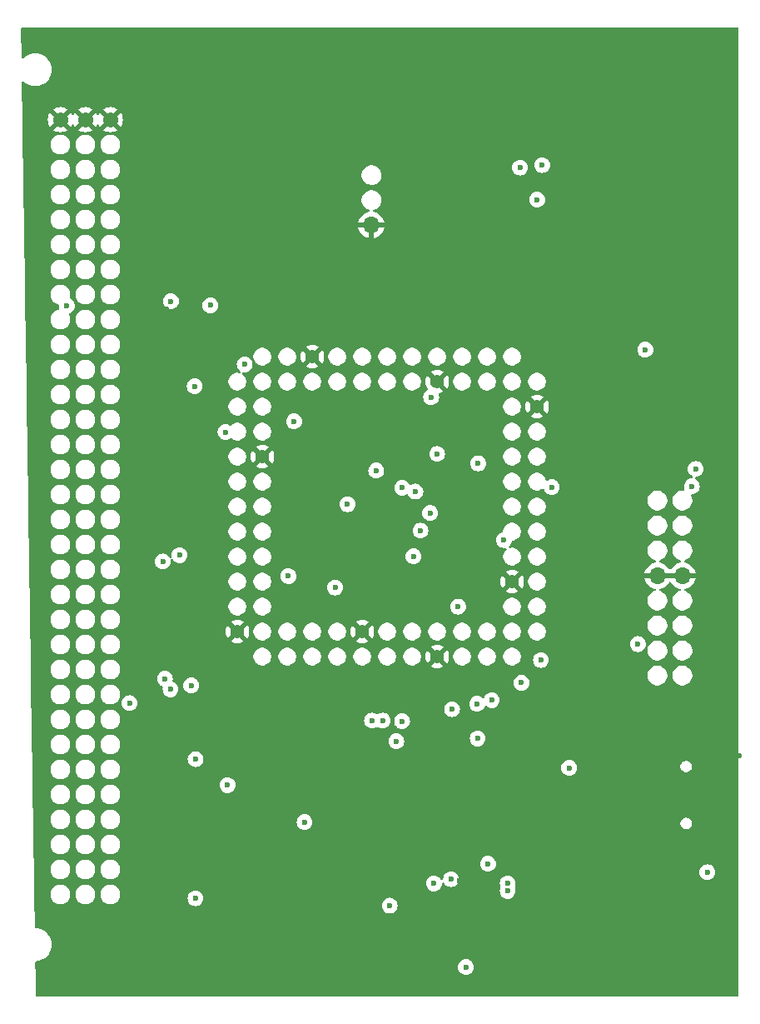
<source format=gbr>
%TF.GenerationSoftware,KiCad,Pcbnew,8.0.2*%
%TF.CreationDate,2024-06-07T17:43:04+02:00*%
%TF.ProjectId,interruptus,696e7465-7272-4757-9074-75732e6b6963,rev?*%
%TF.SameCoordinates,Original*%
%TF.FileFunction,Copper,L3,Inr*%
%TF.FilePolarity,Positive*%
%FSLAX46Y46*%
G04 Gerber Fmt 4.6, Leading zero omitted, Abs format (unit mm)*
G04 Created by KiCad (PCBNEW 8.0.2) date 2024-06-07 17:43:04*
%MOMM*%
%LPD*%
G01*
G04 APERTURE LIST*
%TA.AperFunction,ComponentPad*%
%ADD10C,1.422400*%
%TD*%
%TA.AperFunction,ComponentPad*%
%ADD11C,1.550000*%
%TD*%
%TA.AperFunction,ComponentPad*%
%ADD12O,1.700000X1.700000*%
%TD*%
%TA.AperFunction,ViaPad*%
%ADD13C,0.600000*%
%TD*%
G04 APERTURE END LIST*
D10*
%TO.N,GND*%
%TO.C,U1*%
X105120000Y-78460000D03*
X100040000Y-88620000D03*
X97500000Y-106400000D03*
X110200000Y-106400000D03*
X117820000Y-108940000D03*
X125440000Y-101320000D03*
X127980000Y-83540000D03*
X117820000Y-81000000D03*
%TD*%
D11*
%TO.N,GND*%
%TO.C,P1*%
X79500000Y-54380000D03*
X82040000Y-54380000D03*
X84580000Y-54380000D03*
%TD*%
D12*
%TO.N,GND*%
%TO.C,J2*%
X142775000Y-100715000D03*
X140235000Y-100715000D03*
%TD*%
%TO.N,GND*%
%TO.C,J1*%
X111137500Y-65090000D03*
%TD*%
D13*
%TO.N,+5V*%
X94750000Y-73250000D03*
X98250000Y-79250000D03*
X125000000Y-132750000D03*
X125000000Y-132000000D03*
X126250000Y-59250000D03*
X128000000Y-62500000D03*
%TO.N,GND*%
X136500000Y-64000000D03*
X136500000Y-69250000D03*
X139000000Y-75000000D03*
%TO.N,+5V*%
X96500000Y-122000000D03*
X93250000Y-133500000D03*
X120750000Y-140500000D03*
X113000000Y-134250000D03*
X117500000Y-132000000D03*
X123000000Y-130000000D03*
X131250000Y-120250000D03*
X139000000Y-77750000D03*
X128500000Y-59000000D03*
%TO.N,/GCLR_FTDI*%
X145290900Y-130852300D03*
X144111800Y-89882600D03*
%TO.N,B_ {slash} SXTRQ*%
X108700700Y-93454500D03*
X93157500Y-81468800D03*
%TO.N,B_D10*%
X112274000Y-115445100D03*
X111626600Y-90035300D03*
%TO.N,B_D9*%
X80167700Y-73296800D03*
%TO.N,B_ {slash} DS0*%
X114285100Y-91789900D03*
%TO.N,B_ {slash} DS1*%
X117820000Y-88351000D03*
%TO.N,B_ {slash} SXTAK*%
X91623900Y-98639700D03*
%TO.N,/B_{slash}RESET*%
X93255300Y-119357400D03*
%TO.N,/B_{slash}INT*%
X96302400Y-86124200D03*
%TO.N,/B_{slash}M1*%
X89913800Y-99276600D03*
%TO.N,B_D3*%
X104335500Y-125760300D03*
%TO.N,B_A15*%
X90745800Y-72835200D03*
X102687000Y-100763300D03*
%TO.N,B_D1*%
X107446000Y-101928500D03*
X117217300Y-82574700D03*
%TO.N,B_D2*%
X113675700Y-117539800D03*
%TO.N,B_D4*%
X111198900Y-115445000D03*
%TO.N,B_A18*%
X90135800Y-111185000D03*
%TO.N,/I{slash}OE1*%
X143735000Y-91641900D03*
%TO.N,/TCK*%
X119236400Y-131559500D03*
%TO.N,/I{slash}O{slash}PD2*%
X117112000Y-94355600D03*
%TO.N,B_A13*%
X129475600Y-91724100D03*
%TO.N,B_A14*%
X92804500Y-111879400D03*
%TO.N,B_A8*%
X114257400Y-115503200D03*
X116127400Y-96137300D03*
%TO.N,B_A6*%
X86530600Y-113667400D03*
X123379600Y-113363900D03*
%TO.N,B_A7*%
X126404000Y-111604400D03*
%TO.N,B_A12*%
X124612000Y-97100000D03*
X103268700Y-85034000D03*
%TO.N,B_A2*%
X138251000Y-107669600D03*
%TO.N,B_A1*%
X119336100Y-114286700D03*
%TO.N,B_A0*%
X119960900Y-103861200D03*
%TO.N,B_A4*%
X121941400Y-117262200D03*
X121998400Y-89302300D03*
%TO.N,B_A3*%
X90705200Y-112261100D03*
X128386400Y-109290200D03*
%TO.N,B_A9*%
X115417700Y-98756500D03*
X115612000Y-92173000D03*
%TO.N,B_A5*%
X121903700Y-113741700D03*
%TO.N,GND*%
X128616900Y-130281100D03*
X139411000Y-130836400D03*
X140032000Y-117454700D03*
X128901900Y-129037300D03*
X131585200Y-60897400D03*
X121143000Y-131804400D03*
X120116300Y-131676900D03*
X116558100Y-132882100D03*
X121455200Y-136637300D03*
X118211600Y-60872400D03*
X115468300Y-63054700D03*
X125199400Y-127460600D03*
X113125400Y-125646200D03*
X142175100Y-83684400D03*
X107640900Y-128032400D03*
X100895700Y-124943800D03*
X140257100Y-83760500D03*
X127587400Y-61459400D03*
X119891000Y-63538600D03*
X144676200Y-127890900D03*
X140523800Y-126074400D03*
X140011600Y-119565600D03*
X115007200Y-138415200D03*
X90258400Y-73638400D03*
X119029800Y-136398900D03*
X148533000Y-119049600D03*
%TD*%
%TA.AperFunction,Conductor*%
%TO.N,GND*%
G36*
X142309075Y-100522007D02*
G01*
X142275000Y-100649174D01*
X142275000Y-100780826D01*
X142309075Y-100907993D01*
X142341988Y-100965000D01*
X140668012Y-100965000D01*
X140700925Y-100907993D01*
X140735000Y-100780826D01*
X140735000Y-100649174D01*
X140700925Y-100522007D01*
X140668012Y-100465000D01*
X142341988Y-100465000D01*
X142309075Y-100522007D01*
G37*
%TD.AperFunction*%
%TA.AperFunction,Conductor*%
G36*
X148443039Y-45019685D02*
G01*
X148488794Y-45072489D01*
X148500000Y-45124000D01*
X148500000Y-143375500D01*
X148480315Y-143442539D01*
X148427511Y-143488294D01*
X148376000Y-143499500D01*
X77122118Y-143499500D01*
X77055079Y-143479815D01*
X77009324Y-143427011D01*
X76998132Y-143377391D01*
X76959637Y-140849523D01*
X76954315Y-140499996D01*
X119944435Y-140499996D01*
X119944435Y-140500003D01*
X119964630Y-140679249D01*
X119964631Y-140679254D01*
X120024211Y-140849523D01*
X120120184Y-141002262D01*
X120247738Y-141129816D01*
X120400478Y-141225789D01*
X120570745Y-141285368D01*
X120570750Y-141285369D01*
X120749996Y-141305565D01*
X120750000Y-141305565D01*
X120750004Y-141305565D01*
X120929249Y-141285369D01*
X120929252Y-141285368D01*
X120929255Y-141285368D01*
X121099522Y-141225789D01*
X121252262Y-141129816D01*
X121379816Y-141002262D01*
X121475789Y-140849522D01*
X121535368Y-140679255D01*
X121555565Y-140500000D01*
X121535368Y-140320745D01*
X121475789Y-140150478D01*
X121379816Y-139997738D01*
X121252262Y-139870184D01*
X121215098Y-139846832D01*
X121099523Y-139774211D01*
X120929254Y-139714631D01*
X120929249Y-139714630D01*
X120750004Y-139694435D01*
X120749996Y-139694435D01*
X120570750Y-139714630D01*
X120570745Y-139714631D01*
X120400476Y-139774211D01*
X120247737Y-139870184D01*
X120120184Y-139997737D01*
X120024211Y-140150476D01*
X119964631Y-140320745D01*
X119964630Y-140320750D01*
X119944435Y-140499996D01*
X76954315Y-140499996D01*
X76946722Y-140001388D01*
X76965384Y-139934057D01*
X77017485Y-139887503D01*
X77065822Y-139876601D01*
X77065768Y-139875765D01*
X77069798Y-139875500D01*
X77069818Y-139875500D01*
X77287575Y-139846832D01*
X77499727Y-139789986D01*
X77702645Y-139705935D01*
X77892855Y-139596116D01*
X78067104Y-139462410D01*
X78222410Y-139307104D01*
X78356116Y-139132855D01*
X78465935Y-138942645D01*
X78549986Y-138739727D01*
X78606832Y-138527575D01*
X78635500Y-138309818D01*
X78635500Y-138090182D01*
X78606832Y-137872425D01*
X78549986Y-137660273D01*
X78465935Y-137457355D01*
X78356116Y-137267145D01*
X78222410Y-137092896D01*
X78222405Y-137092890D01*
X78067109Y-136937594D01*
X78067102Y-136937588D01*
X77892863Y-136803890D01*
X77892861Y-136803889D01*
X77892855Y-136803884D01*
X77702645Y-136694065D01*
X77702641Y-136694063D01*
X77499729Y-136610014D01*
X77287573Y-136553167D01*
X77069828Y-136524501D01*
X77069823Y-136524500D01*
X77069818Y-136524500D01*
X77015900Y-136524500D01*
X76948861Y-136504815D01*
X76903106Y-136452011D01*
X76891914Y-136402390D01*
X76843429Y-133218543D01*
X78499499Y-133218543D01*
X78537947Y-133411829D01*
X78537950Y-133411839D01*
X78613364Y-133593907D01*
X78613371Y-133593920D01*
X78722860Y-133757781D01*
X78722863Y-133757785D01*
X78862214Y-133897136D01*
X78862218Y-133897139D01*
X79026079Y-134006628D01*
X79026092Y-134006635D01*
X79208160Y-134082049D01*
X79208165Y-134082051D01*
X79208169Y-134082051D01*
X79208170Y-134082052D01*
X79401456Y-134120500D01*
X79401459Y-134120500D01*
X79598543Y-134120500D01*
X79728582Y-134094632D01*
X79791835Y-134082051D01*
X79973914Y-134006632D01*
X80137782Y-133897139D01*
X80277139Y-133757782D01*
X80386632Y-133593914D01*
X80462051Y-133411835D01*
X80480170Y-133320745D01*
X80500500Y-133218543D01*
X81039499Y-133218543D01*
X81077947Y-133411829D01*
X81077950Y-133411839D01*
X81153364Y-133593907D01*
X81153371Y-133593920D01*
X81262860Y-133757781D01*
X81262863Y-133757785D01*
X81402214Y-133897136D01*
X81402218Y-133897139D01*
X81566079Y-134006628D01*
X81566092Y-134006635D01*
X81748160Y-134082049D01*
X81748165Y-134082051D01*
X81748169Y-134082051D01*
X81748170Y-134082052D01*
X81941456Y-134120500D01*
X81941459Y-134120500D01*
X82138543Y-134120500D01*
X82268582Y-134094632D01*
X82331835Y-134082051D01*
X82513914Y-134006632D01*
X82677782Y-133897139D01*
X82817139Y-133757782D01*
X82926632Y-133593914D01*
X83002051Y-133411835D01*
X83020170Y-133320745D01*
X83040500Y-133218543D01*
X83579499Y-133218543D01*
X83617947Y-133411829D01*
X83617950Y-133411839D01*
X83693364Y-133593907D01*
X83693371Y-133593920D01*
X83802860Y-133757781D01*
X83802863Y-133757785D01*
X83942214Y-133897136D01*
X83942218Y-133897139D01*
X84106079Y-134006628D01*
X84106092Y-134006635D01*
X84288160Y-134082049D01*
X84288165Y-134082051D01*
X84288169Y-134082051D01*
X84288170Y-134082052D01*
X84481456Y-134120500D01*
X84481459Y-134120500D01*
X84678543Y-134120500D01*
X84808582Y-134094632D01*
X84871835Y-134082051D01*
X85053914Y-134006632D01*
X85217782Y-133897139D01*
X85357139Y-133757782D01*
X85466632Y-133593914D01*
X85505534Y-133499996D01*
X92444435Y-133499996D01*
X92444435Y-133500003D01*
X92464630Y-133679249D01*
X92464631Y-133679254D01*
X92524211Y-133849523D01*
X92620184Y-134002262D01*
X92747738Y-134129816D01*
X92900478Y-134225789D01*
X92969678Y-134250003D01*
X93070745Y-134285368D01*
X93070750Y-134285369D01*
X93249996Y-134305565D01*
X93250000Y-134305565D01*
X93250004Y-134305565D01*
X93429249Y-134285369D01*
X93429252Y-134285368D01*
X93429255Y-134285368D01*
X93530342Y-134249996D01*
X112194435Y-134249996D01*
X112194435Y-134250003D01*
X112214630Y-134429249D01*
X112214631Y-134429254D01*
X112274211Y-134599523D01*
X112370184Y-134752262D01*
X112497738Y-134879816D01*
X112650478Y-134975789D01*
X112820745Y-135035368D01*
X112820750Y-135035369D01*
X112999996Y-135055565D01*
X113000000Y-135055565D01*
X113000004Y-135055565D01*
X113179249Y-135035369D01*
X113179252Y-135035368D01*
X113179255Y-135035368D01*
X113349522Y-134975789D01*
X113502262Y-134879816D01*
X113629816Y-134752262D01*
X113725789Y-134599522D01*
X113785368Y-134429255D01*
X113785369Y-134429249D01*
X113805565Y-134250003D01*
X113805565Y-134249996D01*
X113785369Y-134070750D01*
X113785368Y-134070745D01*
X113725788Y-133900476D01*
X113629815Y-133747737D01*
X113502262Y-133620184D01*
X113349523Y-133524211D01*
X113179254Y-133464631D01*
X113179249Y-133464630D01*
X113000004Y-133444435D01*
X112999996Y-133444435D01*
X112820750Y-133464630D01*
X112820745Y-133464631D01*
X112650476Y-133524211D01*
X112497737Y-133620184D01*
X112370184Y-133747737D01*
X112274211Y-133900476D01*
X112214631Y-134070745D01*
X112214630Y-134070750D01*
X112194435Y-134249996D01*
X93530342Y-134249996D01*
X93599522Y-134225789D01*
X93752262Y-134129816D01*
X93879816Y-134002262D01*
X93975789Y-133849522D01*
X94035368Y-133679255D01*
X94044984Y-133593914D01*
X94055565Y-133500003D01*
X94055565Y-133499996D01*
X94035369Y-133320750D01*
X94035368Y-133320745D01*
X93975788Y-133150476D01*
X93879815Y-132997737D01*
X93752262Y-132870184D01*
X93599523Y-132774211D01*
X93429254Y-132714631D01*
X93429249Y-132714630D01*
X93250004Y-132694435D01*
X93249996Y-132694435D01*
X93070750Y-132714630D01*
X93070745Y-132714631D01*
X92900476Y-132774211D01*
X92747737Y-132870184D01*
X92620184Y-132997737D01*
X92524211Y-133150476D01*
X92464631Y-133320745D01*
X92464630Y-133320750D01*
X92444435Y-133499996D01*
X85505534Y-133499996D01*
X85542051Y-133411835D01*
X85560170Y-133320745D01*
X85580500Y-133218543D01*
X85580500Y-133021456D01*
X85542052Y-132828170D01*
X85542051Y-132828169D01*
X85542051Y-132828165D01*
X85532690Y-132805565D01*
X85466635Y-132646092D01*
X85466628Y-132646079D01*
X85357139Y-132482218D01*
X85357136Y-132482214D01*
X85217785Y-132342863D01*
X85217781Y-132342860D01*
X85053920Y-132233371D01*
X85053907Y-132233364D01*
X84871839Y-132157950D01*
X84871829Y-132157947D01*
X84678543Y-132119500D01*
X84678541Y-132119500D01*
X84481459Y-132119500D01*
X84481457Y-132119500D01*
X84288170Y-132157947D01*
X84288160Y-132157950D01*
X84106092Y-132233364D01*
X84106079Y-132233371D01*
X83942218Y-132342860D01*
X83942214Y-132342863D01*
X83802863Y-132482214D01*
X83802860Y-132482218D01*
X83693371Y-132646079D01*
X83693364Y-132646092D01*
X83617950Y-132828160D01*
X83617947Y-132828170D01*
X83579500Y-133021456D01*
X83579500Y-133021459D01*
X83579500Y-133218541D01*
X83579500Y-133218543D01*
X83579499Y-133218543D01*
X83040500Y-133218543D01*
X83040500Y-133021456D01*
X83002052Y-132828170D01*
X83002051Y-132828169D01*
X83002051Y-132828165D01*
X82992690Y-132805565D01*
X82926635Y-132646092D01*
X82926628Y-132646079D01*
X82817139Y-132482218D01*
X82817136Y-132482214D01*
X82677785Y-132342863D01*
X82677781Y-132342860D01*
X82513920Y-132233371D01*
X82513907Y-132233364D01*
X82331839Y-132157950D01*
X82331829Y-132157947D01*
X82138543Y-132119500D01*
X82138541Y-132119500D01*
X81941459Y-132119500D01*
X81941457Y-132119500D01*
X81748170Y-132157947D01*
X81748160Y-132157950D01*
X81566092Y-132233364D01*
X81566079Y-132233371D01*
X81402218Y-132342860D01*
X81402214Y-132342863D01*
X81262863Y-132482214D01*
X81262860Y-132482218D01*
X81153371Y-132646079D01*
X81153364Y-132646092D01*
X81077950Y-132828160D01*
X81077947Y-132828170D01*
X81039500Y-133021456D01*
X81039500Y-133021459D01*
X81039500Y-133218541D01*
X81039500Y-133218543D01*
X81039499Y-133218543D01*
X80500500Y-133218543D01*
X80500500Y-133021456D01*
X80462052Y-132828170D01*
X80462051Y-132828169D01*
X80462051Y-132828165D01*
X80452690Y-132805565D01*
X80386635Y-132646092D01*
X80386628Y-132646079D01*
X80277139Y-132482218D01*
X80277136Y-132482214D01*
X80137785Y-132342863D01*
X80137781Y-132342860D01*
X79973920Y-132233371D01*
X79973907Y-132233364D01*
X79791839Y-132157950D01*
X79791829Y-132157947D01*
X79598543Y-132119500D01*
X79598541Y-132119500D01*
X79401459Y-132119500D01*
X79401457Y-132119500D01*
X79208170Y-132157947D01*
X79208160Y-132157950D01*
X79026092Y-132233364D01*
X79026079Y-132233371D01*
X78862218Y-132342860D01*
X78862214Y-132342863D01*
X78722863Y-132482214D01*
X78722860Y-132482218D01*
X78613371Y-132646079D01*
X78613364Y-132646092D01*
X78537950Y-132828160D01*
X78537947Y-132828170D01*
X78499500Y-133021456D01*
X78499500Y-133021459D01*
X78499500Y-133218541D01*
X78499500Y-133218543D01*
X78499499Y-133218543D01*
X76843429Y-133218543D01*
X76824872Y-131999996D01*
X116694435Y-131999996D01*
X116694435Y-132000003D01*
X116714630Y-132179249D01*
X116714631Y-132179254D01*
X116774211Y-132349523D01*
X116870184Y-132502262D01*
X116997738Y-132629816D01*
X117088080Y-132686582D01*
X117132721Y-132714632D01*
X117150478Y-132725789D01*
X117219678Y-132750003D01*
X117320745Y-132785368D01*
X117320750Y-132785369D01*
X117499996Y-132805565D01*
X117500000Y-132805565D01*
X117500004Y-132805565D01*
X117679249Y-132785369D01*
X117679252Y-132785368D01*
X117679255Y-132785368D01*
X117849522Y-132725789D01*
X118002262Y-132629816D01*
X118129816Y-132502262D01*
X118225789Y-132349522D01*
X118285368Y-132179255D01*
X118285369Y-132179249D01*
X118305758Y-131998290D01*
X118332824Y-131933876D01*
X118390419Y-131894321D01*
X118460256Y-131892183D01*
X118520162Y-131928141D01*
X118533972Y-131946201D01*
X118606584Y-132061762D01*
X118734138Y-132189316D01*
X118886878Y-132285289D01*
X119026215Y-132334045D01*
X119057145Y-132344868D01*
X119057150Y-132344869D01*
X119236396Y-132365065D01*
X119236400Y-132365065D01*
X119236404Y-132365065D01*
X119415649Y-132344869D01*
X119415652Y-132344868D01*
X119415655Y-132344868D01*
X119585922Y-132285289D01*
X119738662Y-132189316D01*
X119866216Y-132061762D01*
X119905026Y-131999996D01*
X124194435Y-131999996D01*
X124194435Y-132000003D01*
X124214630Y-132179249D01*
X124214632Y-132179257D01*
X124268795Y-132334046D01*
X124272356Y-132403824D01*
X124268795Y-132415954D01*
X124214632Y-132570742D01*
X124214630Y-132570750D01*
X124194435Y-132749996D01*
X124194435Y-132750003D01*
X124214630Y-132929249D01*
X124214631Y-132929254D01*
X124274211Y-133099523D01*
X124348996Y-133218541D01*
X124370184Y-133252262D01*
X124497738Y-133379816D01*
X124588080Y-133436582D01*
X124632721Y-133464632D01*
X124650478Y-133475789D01*
X124719678Y-133500003D01*
X124820745Y-133535368D01*
X124820750Y-133535369D01*
X124999996Y-133555565D01*
X125000000Y-133555565D01*
X125000004Y-133555565D01*
X125179249Y-133535369D01*
X125179252Y-133535368D01*
X125179255Y-133535368D01*
X125349522Y-133475789D01*
X125502262Y-133379816D01*
X125629816Y-133252262D01*
X125725789Y-133099522D01*
X125785368Y-132929255D01*
X125792024Y-132870184D01*
X125805565Y-132750003D01*
X125805565Y-132749996D01*
X125785369Y-132570750D01*
X125785366Y-132570737D01*
X125731205Y-132415955D01*
X125727643Y-132346176D01*
X125731205Y-132334045D01*
X125785366Y-132179262D01*
X125785369Y-132179249D01*
X125805565Y-132000003D01*
X125805565Y-131999996D01*
X125785369Y-131820750D01*
X125785368Y-131820745D01*
X125725788Y-131650476D01*
X125669698Y-131561210D01*
X125629816Y-131497738D01*
X125502262Y-131370184D01*
X125477400Y-131354562D01*
X125349523Y-131274211D01*
X125179254Y-131214631D01*
X125179249Y-131214630D01*
X125000004Y-131194435D01*
X124999996Y-131194435D01*
X124820750Y-131214630D01*
X124820745Y-131214631D01*
X124650476Y-131274211D01*
X124497737Y-131370184D01*
X124370184Y-131497737D01*
X124274211Y-131650476D01*
X124214631Y-131820745D01*
X124214630Y-131820750D01*
X124194435Y-131999996D01*
X119905026Y-131999996D01*
X119962189Y-131909022D01*
X120021768Y-131738755D01*
X120030882Y-131657865D01*
X120041965Y-131559503D01*
X120041965Y-131559496D01*
X120021769Y-131380250D01*
X120021768Y-131380245D01*
X119962189Y-131209978D01*
X119866216Y-131057238D01*
X119738662Y-130929684D01*
X119615501Y-130852296D01*
X144485335Y-130852296D01*
X144485335Y-130852303D01*
X144505530Y-131031549D01*
X144505531Y-131031554D01*
X144565111Y-131201823D01*
X144575139Y-131217782D01*
X144661084Y-131354562D01*
X144788638Y-131482116D01*
X144878980Y-131538882D01*
X144911798Y-131559503D01*
X144941378Y-131578089D01*
X145042000Y-131613298D01*
X145111645Y-131637668D01*
X145111650Y-131637669D01*
X145290896Y-131657865D01*
X145290900Y-131657865D01*
X145290904Y-131657865D01*
X145470149Y-131637669D01*
X145470152Y-131637668D01*
X145470155Y-131637668D01*
X145640422Y-131578089D01*
X145793162Y-131482116D01*
X145920716Y-131354562D01*
X146016689Y-131201822D01*
X146076268Y-131031555D01*
X146096465Y-130852300D01*
X146091199Y-130805565D01*
X146076269Y-130673050D01*
X146076268Y-130673045D01*
X146016689Y-130502778D01*
X146003293Y-130481459D01*
X145920715Y-130350037D01*
X145793162Y-130222484D01*
X145640423Y-130126511D01*
X145470154Y-130066931D01*
X145470149Y-130066930D01*
X145290904Y-130046735D01*
X145290896Y-130046735D01*
X145111650Y-130066930D01*
X145111645Y-130066931D01*
X144941376Y-130126511D01*
X144788637Y-130222484D01*
X144661084Y-130350037D01*
X144565111Y-130502776D01*
X144505531Y-130673045D01*
X144505530Y-130673050D01*
X144485335Y-130852296D01*
X119615501Y-130852296D01*
X119585923Y-130833711D01*
X119415654Y-130774131D01*
X119415649Y-130774130D01*
X119236404Y-130753935D01*
X119236396Y-130753935D01*
X119057150Y-130774130D01*
X119057145Y-130774131D01*
X118886876Y-130833711D01*
X118734137Y-130929684D01*
X118606584Y-131057237D01*
X118510611Y-131209976D01*
X118451031Y-131380245D01*
X118451030Y-131380249D01*
X118430641Y-131561210D01*
X118403574Y-131625624D01*
X118345979Y-131665179D01*
X118276142Y-131667316D01*
X118216236Y-131631358D01*
X118202427Y-131613298D01*
X118169698Y-131561210D01*
X118129816Y-131497738D01*
X118002262Y-131370184D01*
X117977400Y-131354562D01*
X117849523Y-131274211D01*
X117679254Y-131214631D01*
X117679249Y-131214630D01*
X117500004Y-131194435D01*
X117499996Y-131194435D01*
X117320750Y-131214630D01*
X117320745Y-131214631D01*
X117150476Y-131274211D01*
X116997737Y-131370184D01*
X116870184Y-131497737D01*
X116774211Y-131650476D01*
X116714631Y-131820745D01*
X116714630Y-131820750D01*
X116694435Y-131999996D01*
X76824872Y-131999996D01*
X76804748Y-130678543D01*
X78499499Y-130678543D01*
X78537947Y-130871829D01*
X78537950Y-130871839D01*
X78613364Y-131053907D01*
X78613371Y-131053920D01*
X78722860Y-131217781D01*
X78722863Y-131217785D01*
X78862214Y-131357136D01*
X78862218Y-131357139D01*
X79026079Y-131466628D01*
X79026092Y-131466635D01*
X79208160Y-131542049D01*
X79208165Y-131542051D01*
X79208169Y-131542051D01*
X79208170Y-131542052D01*
X79401456Y-131580500D01*
X79401459Y-131580500D01*
X79598543Y-131580500D01*
X79728582Y-131554632D01*
X79791835Y-131542051D01*
X79973914Y-131466632D01*
X80137782Y-131357139D01*
X80277139Y-131217782D01*
X80386632Y-131053914D01*
X80462051Y-130871835D01*
X80500500Y-130678543D01*
X81039499Y-130678543D01*
X81077947Y-130871829D01*
X81077950Y-130871839D01*
X81153364Y-131053907D01*
X81153371Y-131053920D01*
X81262860Y-131217781D01*
X81262863Y-131217785D01*
X81402214Y-131357136D01*
X81402218Y-131357139D01*
X81566079Y-131466628D01*
X81566092Y-131466635D01*
X81748160Y-131542049D01*
X81748165Y-131542051D01*
X81748169Y-131542051D01*
X81748170Y-131542052D01*
X81941456Y-131580500D01*
X81941459Y-131580500D01*
X82138543Y-131580500D01*
X82268582Y-131554632D01*
X82331835Y-131542051D01*
X82513914Y-131466632D01*
X82677782Y-131357139D01*
X82817139Y-131217782D01*
X82926632Y-131053914D01*
X83002051Y-130871835D01*
X83040500Y-130678543D01*
X83579499Y-130678543D01*
X83617947Y-130871829D01*
X83617950Y-130871839D01*
X83693364Y-131053907D01*
X83693371Y-131053920D01*
X83802860Y-131217781D01*
X83802863Y-131217785D01*
X83942214Y-131357136D01*
X83942218Y-131357139D01*
X84106079Y-131466628D01*
X84106092Y-131466635D01*
X84288160Y-131542049D01*
X84288165Y-131542051D01*
X84288169Y-131542051D01*
X84288170Y-131542052D01*
X84481456Y-131580500D01*
X84481459Y-131580500D01*
X84678543Y-131580500D01*
X84808582Y-131554632D01*
X84871835Y-131542051D01*
X85053914Y-131466632D01*
X85217782Y-131357139D01*
X85357139Y-131217782D01*
X85466632Y-131053914D01*
X85542051Y-130871835D01*
X85580500Y-130678541D01*
X85580500Y-130481459D01*
X85580500Y-130481456D01*
X85542052Y-130288170D01*
X85542051Y-130288169D01*
X85542051Y-130288165D01*
X85514845Y-130222484D01*
X85466635Y-130106092D01*
X85466628Y-130106079D01*
X85395745Y-129999996D01*
X122194435Y-129999996D01*
X122194435Y-130000003D01*
X122214630Y-130179249D01*
X122214631Y-130179254D01*
X122274211Y-130349523D01*
X122274535Y-130350038D01*
X122370184Y-130502262D01*
X122497738Y-130629816D01*
X122650478Y-130725789D01*
X122820745Y-130785368D01*
X122820750Y-130785369D01*
X122999996Y-130805565D01*
X123000000Y-130805565D01*
X123000004Y-130805565D01*
X123179249Y-130785369D01*
X123179252Y-130785368D01*
X123179255Y-130785368D01*
X123349522Y-130725789D01*
X123502262Y-130629816D01*
X123629816Y-130502262D01*
X123725789Y-130349522D01*
X123785368Y-130179255D01*
X123791311Y-130126511D01*
X123805565Y-130000003D01*
X123805565Y-129999996D01*
X123785369Y-129820750D01*
X123785368Y-129820745D01*
X123725788Y-129650476D01*
X123686582Y-129588080D01*
X123629816Y-129497738D01*
X123502262Y-129370184D01*
X123349523Y-129274211D01*
X123179254Y-129214631D01*
X123179249Y-129214630D01*
X123000004Y-129194435D01*
X122999996Y-129194435D01*
X122820750Y-129214630D01*
X122820745Y-129214631D01*
X122650476Y-129274211D01*
X122497737Y-129370184D01*
X122370184Y-129497737D01*
X122274211Y-129650476D01*
X122214631Y-129820745D01*
X122214630Y-129820750D01*
X122194435Y-129999996D01*
X85395745Y-129999996D01*
X85357139Y-129942218D01*
X85357136Y-129942214D01*
X85217785Y-129802863D01*
X85217781Y-129802860D01*
X85053920Y-129693371D01*
X85053907Y-129693364D01*
X84871839Y-129617950D01*
X84871829Y-129617947D01*
X84678543Y-129579500D01*
X84678541Y-129579500D01*
X84481459Y-129579500D01*
X84481457Y-129579500D01*
X84288170Y-129617947D01*
X84288160Y-129617950D01*
X84106092Y-129693364D01*
X84106079Y-129693371D01*
X83942218Y-129802860D01*
X83942214Y-129802863D01*
X83802863Y-129942214D01*
X83802860Y-129942218D01*
X83693371Y-130106079D01*
X83693364Y-130106092D01*
X83617950Y-130288160D01*
X83617947Y-130288170D01*
X83579500Y-130481456D01*
X83579500Y-130481459D01*
X83579500Y-130678541D01*
X83579500Y-130678543D01*
X83579499Y-130678543D01*
X83040500Y-130678543D01*
X83040500Y-130678541D01*
X83040500Y-130481459D01*
X83040500Y-130481456D01*
X83002052Y-130288170D01*
X83002051Y-130288169D01*
X83002051Y-130288165D01*
X82974845Y-130222484D01*
X82926635Y-130106092D01*
X82926628Y-130106079D01*
X82817139Y-129942218D01*
X82817136Y-129942214D01*
X82677785Y-129802863D01*
X82677781Y-129802860D01*
X82513920Y-129693371D01*
X82513907Y-129693364D01*
X82331839Y-129617950D01*
X82331829Y-129617947D01*
X82138543Y-129579500D01*
X82138541Y-129579500D01*
X81941459Y-129579500D01*
X81941457Y-129579500D01*
X81748170Y-129617947D01*
X81748160Y-129617950D01*
X81566092Y-129693364D01*
X81566079Y-129693371D01*
X81402218Y-129802860D01*
X81402214Y-129802863D01*
X81262863Y-129942214D01*
X81262860Y-129942218D01*
X81153371Y-130106079D01*
X81153364Y-130106092D01*
X81077950Y-130288160D01*
X81077947Y-130288170D01*
X81039500Y-130481456D01*
X81039500Y-130481459D01*
X81039500Y-130678541D01*
X81039500Y-130678543D01*
X81039499Y-130678543D01*
X80500500Y-130678543D01*
X80500500Y-130678541D01*
X80500500Y-130481459D01*
X80500500Y-130481456D01*
X80462052Y-130288170D01*
X80462051Y-130288169D01*
X80462051Y-130288165D01*
X80434845Y-130222484D01*
X80386635Y-130106092D01*
X80386628Y-130106079D01*
X80277139Y-129942218D01*
X80277136Y-129942214D01*
X80137785Y-129802863D01*
X80137781Y-129802860D01*
X79973920Y-129693371D01*
X79973907Y-129693364D01*
X79791839Y-129617950D01*
X79791829Y-129617947D01*
X79598543Y-129579500D01*
X79598541Y-129579500D01*
X79401459Y-129579500D01*
X79401457Y-129579500D01*
X79208170Y-129617947D01*
X79208160Y-129617950D01*
X79026092Y-129693364D01*
X79026079Y-129693371D01*
X78862218Y-129802860D01*
X78862214Y-129802863D01*
X78722863Y-129942214D01*
X78722860Y-129942218D01*
X78613371Y-130106079D01*
X78613364Y-130106092D01*
X78537950Y-130288160D01*
X78537947Y-130288170D01*
X78499500Y-130481456D01*
X78499500Y-130481459D01*
X78499500Y-130678541D01*
X78499500Y-130678543D01*
X78499499Y-130678543D01*
X76804748Y-130678543D01*
X76766068Y-128138543D01*
X78499499Y-128138543D01*
X78537947Y-128331829D01*
X78537950Y-128331839D01*
X78613364Y-128513907D01*
X78613371Y-128513920D01*
X78722860Y-128677781D01*
X78722863Y-128677785D01*
X78862214Y-128817136D01*
X78862218Y-128817139D01*
X79026079Y-128926628D01*
X79026092Y-128926635D01*
X79208160Y-129002049D01*
X79208165Y-129002051D01*
X79208169Y-129002051D01*
X79208170Y-129002052D01*
X79401456Y-129040500D01*
X79401459Y-129040500D01*
X79598543Y-129040500D01*
X79728582Y-129014632D01*
X79791835Y-129002051D01*
X79973914Y-128926632D01*
X80137782Y-128817139D01*
X80277139Y-128677782D01*
X80386632Y-128513914D01*
X80462051Y-128331835D01*
X80500500Y-128138543D01*
X81039499Y-128138543D01*
X81077947Y-128331829D01*
X81077950Y-128331839D01*
X81153364Y-128513907D01*
X81153371Y-128513920D01*
X81262860Y-128677781D01*
X81262863Y-128677785D01*
X81402214Y-128817136D01*
X81402218Y-128817139D01*
X81566079Y-128926628D01*
X81566092Y-128926635D01*
X81748160Y-129002049D01*
X81748165Y-129002051D01*
X81748169Y-129002051D01*
X81748170Y-129002052D01*
X81941456Y-129040500D01*
X81941459Y-129040500D01*
X82138543Y-129040500D01*
X82268582Y-129014632D01*
X82331835Y-129002051D01*
X82513914Y-128926632D01*
X82677782Y-128817139D01*
X82817139Y-128677782D01*
X82926632Y-128513914D01*
X83002051Y-128331835D01*
X83040500Y-128138543D01*
X83579499Y-128138543D01*
X83617947Y-128331829D01*
X83617950Y-128331839D01*
X83693364Y-128513907D01*
X83693371Y-128513920D01*
X83802860Y-128677781D01*
X83802863Y-128677785D01*
X83942214Y-128817136D01*
X83942218Y-128817139D01*
X84106079Y-128926628D01*
X84106092Y-128926635D01*
X84288160Y-129002049D01*
X84288165Y-129002051D01*
X84288169Y-129002051D01*
X84288170Y-129002052D01*
X84481456Y-129040500D01*
X84481459Y-129040500D01*
X84678543Y-129040500D01*
X84808582Y-129014632D01*
X84871835Y-129002051D01*
X85053914Y-128926632D01*
X85217782Y-128817139D01*
X85357139Y-128677782D01*
X85466632Y-128513914D01*
X85542051Y-128331835D01*
X85580500Y-128138541D01*
X85580500Y-127941459D01*
X85580500Y-127941456D01*
X85542052Y-127748170D01*
X85542051Y-127748169D01*
X85542051Y-127748165D01*
X85542049Y-127748160D01*
X85466635Y-127566092D01*
X85466628Y-127566079D01*
X85357139Y-127402218D01*
X85357136Y-127402214D01*
X85217785Y-127262863D01*
X85217781Y-127262860D01*
X85053920Y-127153371D01*
X85053907Y-127153364D01*
X84871839Y-127077950D01*
X84871829Y-127077947D01*
X84678543Y-127039500D01*
X84678541Y-127039500D01*
X84481459Y-127039500D01*
X84481457Y-127039500D01*
X84288170Y-127077947D01*
X84288160Y-127077950D01*
X84106092Y-127153364D01*
X84106079Y-127153371D01*
X83942218Y-127262860D01*
X83942214Y-127262863D01*
X83802863Y-127402214D01*
X83802860Y-127402218D01*
X83693371Y-127566079D01*
X83693364Y-127566092D01*
X83617950Y-127748160D01*
X83617947Y-127748170D01*
X83579500Y-127941456D01*
X83579500Y-127941459D01*
X83579500Y-128138541D01*
X83579500Y-128138543D01*
X83579499Y-128138543D01*
X83040500Y-128138543D01*
X83040500Y-128138541D01*
X83040500Y-127941459D01*
X83040500Y-127941456D01*
X83002052Y-127748170D01*
X83002051Y-127748169D01*
X83002051Y-127748165D01*
X83002049Y-127748160D01*
X82926635Y-127566092D01*
X82926628Y-127566079D01*
X82817139Y-127402218D01*
X82817136Y-127402214D01*
X82677785Y-127262863D01*
X82677781Y-127262860D01*
X82513920Y-127153371D01*
X82513907Y-127153364D01*
X82331839Y-127077950D01*
X82331829Y-127077947D01*
X82138543Y-127039500D01*
X82138541Y-127039500D01*
X81941459Y-127039500D01*
X81941457Y-127039500D01*
X81748170Y-127077947D01*
X81748160Y-127077950D01*
X81566092Y-127153364D01*
X81566079Y-127153371D01*
X81402218Y-127262860D01*
X81402214Y-127262863D01*
X81262863Y-127402214D01*
X81262860Y-127402218D01*
X81153371Y-127566079D01*
X81153364Y-127566092D01*
X81077950Y-127748160D01*
X81077947Y-127748170D01*
X81039500Y-127941456D01*
X81039500Y-127941459D01*
X81039500Y-128138541D01*
X81039500Y-128138543D01*
X81039499Y-128138543D01*
X80500500Y-128138543D01*
X80500500Y-128138541D01*
X80500500Y-127941459D01*
X80500500Y-127941456D01*
X80462052Y-127748170D01*
X80462051Y-127748169D01*
X80462051Y-127748165D01*
X80462049Y-127748160D01*
X80386635Y-127566092D01*
X80386628Y-127566079D01*
X80277139Y-127402218D01*
X80277136Y-127402214D01*
X80137785Y-127262863D01*
X80137781Y-127262860D01*
X79973920Y-127153371D01*
X79973907Y-127153364D01*
X79791839Y-127077950D01*
X79791829Y-127077947D01*
X79598543Y-127039500D01*
X79598541Y-127039500D01*
X79401459Y-127039500D01*
X79401457Y-127039500D01*
X79208170Y-127077947D01*
X79208160Y-127077950D01*
X79026092Y-127153364D01*
X79026079Y-127153371D01*
X78862218Y-127262860D01*
X78862214Y-127262863D01*
X78722863Y-127402214D01*
X78722860Y-127402218D01*
X78613371Y-127566079D01*
X78613364Y-127566092D01*
X78537950Y-127748160D01*
X78537947Y-127748170D01*
X78499500Y-127941456D01*
X78499500Y-127941459D01*
X78499500Y-128138541D01*
X78499500Y-128138543D01*
X78499499Y-128138543D01*
X76766068Y-128138543D01*
X76727387Y-125598543D01*
X78499499Y-125598543D01*
X78537947Y-125791829D01*
X78537950Y-125791839D01*
X78613364Y-125973907D01*
X78613371Y-125973920D01*
X78722860Y-126137781D01*
X78722863Y-126137785D01*
X78862214Y-126277136D01*
X78862218Y-126277139D01*
X79026079Y-126386628D01*
X79026092Y-126386635D01*
X79208160Y-126462049D01*
X79208165Y-126462051D01*
X79208169Y-126462051D01*
X79208170Y-126462052D01*
X79401456Y-126500500D01*
X79401459Y-126500500D01*
X79598543Y-126500500D01*
X79728582Y-126474632D01*
X79791835Y-126462051D01*
X79973914Y-126386632D01*
X80137782Y-126277139D01*
X80277139Y-126137782D01*
X80386632Y-125973914D01*
X80462051Y-125791835D01*
X80474632Y-125728582D01*
X80500500Y-125598543D01*
X81039499Y-125598543D01*
X81077947Y-125791829D01*
X81077950Y-125791839D01*
X81153364Y-125973907D01*
X81153371Y-125973920D01*
X81262860Y-126137781D01*
X81262863Y-126137785D01*
X81402214Y-126277136D01*
X81402218Y-126277139D01*
X81566079Y-126386628D01*
X81566092Y-126386635D01*
X81748160Y-126462049D01*
X81748165Y-126462051D01*
X81748169Y-126462051D01*
X81748170Y-126462052D01*
X81941456Y-126500500D01*
X81941459Y-126500500D01*
X82138543Y-126500500D01*
X82268582Y-126474632D01*
X82331835Y-126462051D01*
X82513914Y-126386632D01*
X82677782Y-126277139D01*
X82817139Y-126137782D01*
X82926632Y-125973914D01*
X83002051Y-125791835D01*
X83014632Y-125728582D01*
X83040500Y-125598543D01*
X83579499Y-125598543D01*
X83617947Y-125791829D01*
X83617950Y-125791839D01*
X83693364Y-125973907D01*
X83693371Y-125973920D01*
X83802860Y-126137781D01*
X83802863Y-126137785D01*
X83942214Y-126277136D01*
X83942218Y-126277139D01*
X84106079Y-126386628D01*
X84106092Y-126386635D01*
X84288160Y-126462049D01*
X84288165Y-126462051D01*
X84288169Y-126462051D01*
X84288170Y-126462052D01*
X84481456Y-126500500D01*
X84481459Y-126500500D01*
X84678543Y-126500500D01*
X84808582Y-126474632D01*
X84871835Y-126462051D01*
X85053914Y-126386632D01*
X85217782Y-126277139D01*
X85357139Y-126137782D01*
X85466632Y-125973914D01*
X85542051Y-125791835D01*
X85548324Y-125760296D01*
X103529935Y-125760296D01*
X103529935Y-125760303D01*
X103550130Y-125939549D01*
X103550131Y-125939554D01*
X103609711Y-126109823D01*
X103627279Y-126137782D01*
X103705684Y-126262562D01*
X103833238Y-126390116D01*
X103890793Y-126426280D01*
X103947718Y-126462049D01*
X103985978Y-126486089D01*
X104156245Y-126545668D01*
X104156250Y-126545669D01*
X104335496Y-126565865D01*
X104335500Y-126565865D01*
X104335504Y-126565865D01*
X104514749Y-126545669D01*
X104514752Y-126545668D01*
X104514755Y-126545668D01*
X104685022Y-126486089D01*
X104837762Y-126390116D01*
X104965316Y-126262562D01*
X105061289Y-126109822D01*
X105120868Y-125939555D01*
X105134988Y-125814234D01*
X142569500Y-125814234D01*
X142569500Y-125965766D01*
X142571683Y-125973914D01*
X142608719Y-126112136D01*
X142623526Y-126137782D01*
X142684485Y-126243365D01*
X142791635Y-126350515D01*
X142922865Y-126426281D01*
X143069234Y-126465500D01*
X143069236Y-126465500D01*
X143220764Y-126465500D01*
X143220766Y-126465500D01*
X143367135Y-126426281D01*
X143498365Y-126350515D01*
X143605515Y-126243365D01*
X143681281Y-126112135D01*
X143720500Y-125965766D01*
X143720500Y-125814234D01*
X143681281Y-125667865D01*
X143605515Y-125536635D01*
X143498365Y-125429485D01*
X143432750Y-125391602D01*
X143367136Y-125353719D01*
X143293950Y-125334109D01*
X143220766Y-125314500D01*
X143069234Y-125314500D01*
X142922863Y-125353719D01*
X142791635Y-125429485D01*
X142791632Y-125429487D01*
X142684487Y-125536632D01*
X142684485Y-125536635D01*
X142608719Y-125667863D01*
X142575503Y-125791829D01*
X142569500Y-125814234D01*
X105134988Y-125814234D01*
X105141065Y-125760303D01*
X105141065Y-125760296D01*
X105120869Y-125581050D01*
X105120868Y-125581045D01*
X105105327Y-125536632D01*
X105061289Y-125410778D01*
X105055433Y-125401459D01*
X104965315Y-125258037D01*
X104837762Y-125130484D01*
X104685023Y-125034511D01*
X104514754Y-124974931D01*
X104514749Y-124974930D01*
X104335504Y-124954735D01*
X104335496Y-124954735D01*
X104156250Y-124974930D01*
X104156245Y-124974931D01*
X103985976Y-125034511D01*
X103833237Y-125130484D01*
X103705684Y-125258037D01*
X103609711Y-125410776D01*
X103550131Y-125581045D01*
X103550130Y-125581050D01*
X103529935Y-125760296D01*
X85548324Y-125760296D01*
X85554632Y-125728582D01*
X85580500Y-125598543D01*
X85580500Y-125401456D01*
X85542052Y-125208170D01*
X85542051Y-125208169D01*
X85542051Y-125208165D01*
X85470122Y-125034511D01*
X85466635Y-125026092D01*
X85466628Y-125026079D01*
X85357139Y-124862218D01*
X85357136Y-124862214D01*
X85217785Y-124722863D01*
X85217781Y-124722860D01*
X85053920Y-124613371D01*
X85053907Y-124613364D01*
X84871839Y-124537950D01*
X84871829Y-124537947D01*
X84678543Y-124499500D01*
X84678541Y-124499500D01*
X84481459Y-124499500D01*
X84481457Y-124499500D01*
X84288170Y-124537947D01*
X84288160Y-124537950D01*
X84106092Y-124613364D01*
X84106079Y-124613371D01*
X83942218Y-124722860D01*
X83942214Y-124722863D01*
X83802863Y-124862214D01*
X83802860Y-124862218D01*
X83693371Y-125026079D01*
X83693364Y-125026092D01*
X83617950Y-125208160D01*
X83617947Y-125208170D01*
X83579500Y-125401456D01*
X83579500Y-125401459D01*
X83579500Y-125598541D01*
X83579500Y-125598543D01*
X83579499Y-125598543D01*
X83040500Y-125598543D01*
X83040500Y-125401456D01*
X83002052Y-125208170D01*
X83002051Y-125208169D01*
X83002051Y-125208165D01*
X82930122Y-125034511D01*
X82926635Y-125026092D01*
X82926628Y-125026079D01*
X82817139Y-124862218D01*
X82817136Y-124862214D01*
X82677785Y-124722863D01*
X82677781Y-124722860D01*
X82513920Y-124613371D01*
X82513907Y-124613364D01*
X82331839Y-124537950D01*
X82331829Y-124537947D01*
X82138543Y-124499500D01*
X82138541Y-124499500D01*
X81941459Y-124499500D01*
X81941457Y-124499500D01*
X81748170Y-124537947D01*
X81748160Y-124537950D01*
X81566092Y-124613364D01*
X81566079Y-124613371D01*
X81402218Y-124722860D01*
X81402214Y-124722863D01*
X81262863Y-124862214D01*
X81262860Y-124862218D01*
X81153371Y-125026079D01*
X81153364Y-125026092D01*
X81077950Y-125208160D01*
X81077947Y-125208170D01*
X81039500Y-125401456D01*
X81039500Y-125401459D01*
X81039500Y-125598541D01*
X81039500Y-125598543D01*
X81039499Y-125598543D01*
X80500500Y-125598543D01*
X80500500Y-125401456D01*
X80462052Y-125208170D01*
X80462051Y-125208169D01*
X80462051Y-125208165D01*
X80390122Y-125034511D01*
X80386635Y-125026092D01*
X80386628Y-125026079D01*
X80277139Y-124862218D01*
X80277136Y-124862214D01*
X80137785Y-124722863D01*
X80137781Y-124722860D01*
X79973920Y-124613371D01*
X79973907Y-124613364D01*
X79791839Y-124537950D01*
X79791829Y-124537947D01*
X79598543Y-124499500D01*
X79598541Y-124499500D01*
X79401459Y-124499500D01*
X79401457Y-124499500D01*
X79208170Y-124537947D01*
X79208160Y-124537950D01*
X79026092Y-124613364D01*
X79026079Y-124613371D01*
X78862218Y-124722860D01*
X78862214Y-124722863D01*
X78722863Y-124862214D01*
X78722860Y-124862218D01*
X78613371Y-125026079D01*
X78613364Y-125026092D01*
X78537950Y-125208160D01*
X78537947Y-125208170D01*
X78499500Y-125401456D01*
X78499500Y-125401459D01*
X78499500Y-125598541D01*
X78499500Y-125598543D01*
X78499499Y-125598543D01*
X76727387Y-125598543D01*
X76688707Y-123058543D01*
X78499499Y-123058543D01*
X78537947Y-123251829D01*
X78537950Y-123251839D01*
X78613364Y-123433907D01*
X78613371Y-123433920D01*
X78722860Y-123597781D01*
X78722863Y-123597785D01*
X78862214Y-123737136D01*
X78862218Y-123737139D01*
X79026079Y-123846628D01*
X79026092Y-123846635D01*
X79208160Y-123922049D01*
X79208165Y-123922051D01*
X79208169Y-123922051D01*
X79208170Y-123922052D01*
X79401456Y-123960500D01*
X79401459Y-123960500D01*
X79598543Y-123960500D01*
X79728582Y-123934632D01*
X79791835Y-123922051D01*
X79973914Y-123846632D01*
X80137782Y-123737139D01*
X80277139Y-123597782D01*
X80386632Y-123433914D01*
X80462051Y-123251835D01*
X80500500Y-123058543D01*
X81039499Y-123058543D01*
X81077947Y-123251829D01*
X81077950Y-123251839D01*
X81153364Y-123433907D01*
X81153371Y-123433920D01*
X81262860Y-123597781D01*
X81262863Y-123597785D01*
X81402214Y-123737136D01*
X81402218Y-123737139D01*
X81566079Y-123846628D01*
X81566092Y-123846635D01*
X81748160Y-123922049D01*
X81748165Y-123922051D01*
X81748169Y-123922051D01*
X81748170Y-123922052D01*
X81941456Y-123960500D01*
X81941459Y-123960500D01*
X82138543Y-123960500D01*
X82268582Y-123934632D01*
X82331835Y-123922051D01*
X82513914Y-123846632D01*
X82677782Y-123737139D01*
X82817139Y-123597782D01*
X82926632Y-123433914D01*
X83002051Y-123251835D01*
X83040500Y-123058543D01*
X83579499Y-123058543D01*
X83617947Y-123251829D01*
X83617950Y-123251839D01*
X83693364Y-123433907D01*
X83693371Y-123433920D01*
X83802860Y-123597781D01*
X83802863Y-123597785D01*
X83942214Y-123737136D01*
X83942218Y-123737139D01*
X84106079Y-123846628D01*
X84106092Y-123846635D01*
X84288160Y-123922049D01*
X84288165Y-123922051D01*
X84288169Y-123922051D01*
X84288170Y-123922052D01*
X84481456Y-123960500D01*
X84481459Y-123960500D01*
X84678543Y-123960500D01*
X84808582Y-123934632D01*
X84871835Y-123922051D01*
X85053914Y-123846632D01*
X85217782Y-123737139D01*
X85357139Y-123597782D01*
X85466632Y-123433914D01*
X85542051Y-123251835D01*
X85580500Y-123058541D01*
X85580500Y-122861459D01*
X85580500Y-122861456D01*
X85542052Y-122668170D01*
X85542051Y-122668169D01*
X85542051Y-122668165D01*
X85542049Y-122668160D01*
X85466635Y-122486092D01*
X85466628Y-122486079D01*
X85357139Y-122322218D01*
X85357136Y-122322214D01*
X85217785Y-122182863D01*
X85217781Y-122182860D01*
X85053920Y-122073371D01*
X85053907Y-122073364D01*
X84876779Y-121999996D01*
X95694435Y-121999996D01*
X95694435Y-122000003D01*
X95714630Y-122179249D01*
X95714631Y-122179254D01*
X95774211Y-122349523D01*
X95860020Y-122486086D01*
X95870184Y-122502262D01*
X95997738Y-122629816D01*
X96150478Y-122725789D01*
X96320745Y-122785368D01*
X96320750Y-122785369D01*
X96499996Y-122805565D01*
X96500000Y-122805565D01*
X96500004Y-122805565D01*
X96679249Y-122785369D01*
X96679252Y-122785368D01*
X96679255Y-122785368D01*
X96849522Y-122725789D01*
X97002262Y-122629816D01*
X97129816Y-122502262D01*
X97225789Y-122349522D01*
X97285368Y-122179255D01*
X97297298Y-122073371D01*
X97305565Y-122000003D01*
X97305565Y-121999996D01*
X97285369Y-121820750D01*
X97285368Y-121820745D01*
X97225788Y-121650476D01*
X97129815Y-121497737D01*
X97002262Y-121370184D01*
X96849523Y-121274211D01*
X96679254Y-121214631D01*
X96679249Y-121214630D01*
X96500004Y-121194435D01*
X96499996Y-121194435D01*
X96320750Y-121214630D01*
X96320745Y-121214631D01*
X96150476Y-121274211D01*
X95997737Y-121370184D01*
X95870184Y-121497737D01*
X95774211Y-121650476D01*
X95714631Y-121820745D01*
X95714630Y-121820750D01*
X95694435Y-121999996D01*
X84876779Y-121999996D01*
X84871839Y-121997950D01*
X84871829Y-121997947D01*
X84678543Y-121959500D01*
X84678541Y-121959500D01*
X84481459Y-121959500D01*
X84481457Y-121959500D01*
X84288170Y-121997947D01*
X84288160Y-121997950D01*
X84106092Y-122073364D01*
X84106079Y-122073371D01*
X83942218Y-122182860D01*
X83942214Y-122182863D01*
X83802863Y-122322214D01*
X83802860Y-122322218D01*
X83693371Y-122486079D01*
X83693364Y-122486092D01*
X83617950Y-122668160D01*
X83617947Y-122668170D01*
X83579500Y-122861456D01*
X83579500Y-122861459D01*
X83579500Y-123058541D01*
X83579500Y-123058543D01*
X83579499Y-123058543D01*
X83040500Y-123058543D01*
X83040500Y-123058541D01*
X83040500Y-122861459D01*
X83040500Y-122861456D01*
X83002052Y-122668170D01*
X83002051Y-122668169D01*
X83002051Y-122668165D01*
X83002049Y-122668160D01*
X82926635Y-122486092D01*
X82926628Y-122486079D01*
X82817139Y-122322218D01*
X82817136Y-122322214D01*
X82677785Y-122182863D01*
X82677781Y-122182860D01*
X82513920Y-122073371D01*
X82513907Y-122073364D01*
X82331839Y-121997950D01*
X82331829Y-121997947D01*
X82138543Y-121959500D01*
X82138541Y-121959500D01*
X81941459Y-121959500D01*
X81941457Y-121959500D01*
X81748170Y-121997947D01*
X81748160Y-121997950D01*
X81566092Y-122073364D01*
X81566079Y-122073371D01*
X81402218Y-122182860D01*
X81402214Y-122182863D01*
X81262863Y-122322214D01*
X81262860Y-122322218D01*
X81153371Y-122486079D01*
X81153364Y-122486092D01*
X81077950Y-122668160D01*
X81077947Y-122668170D01*
X81039500Y-122861456D01*
X81039500Y-122861459D01*
X81039500Y-123058541D01*
X81039500Y-123058543D01*
X81039499Y-123058543D01*
X80500500Y-123058543D01*
X80500500Y-123058541D01*
X80500500Y-122861459D01*
X80500500Y-122861456D01*
X80462052Y-122668170D01*
X80462051Y-122668169D01*
X80462051Y-122668165D01*
X80462049Y-122668160D01*
X80386635Y-122486092D01*
X80386628Y-122486079D01*
X80277139Y-122322218D01*
X80277136Y-122322214D01*
X80137785Y-122182863D01*
X80137781Y-122182860D01*
X79973920Y-122073371D01*
X79973907Y-122073364D01*
X79791839Y-121997950D01*
X79791829Y-121997947D01*
X79598543Y-121959500D01*
X79598541Y-121959500D01*
X79401459Y-121959500D01*
X79401457Y-121959500D01*
X79208170Y-121997947D01*
X79208160Y-121997950D01*
X79026092Y-122073364D01*
X79026079Y-122073371D01*
X78862218Y-122182860D01*
X78862214Y-122182863D01*
X78722863Y-122322214D01*
X78722860Y-122322218D01*
X78613371Y-122486079D01*
X78613364Y-122486092D01*
X78537950Y-122668160D01*
X78537947Y-122668170D01*
X78499500Y-122861456D01*
X78499500Y-122861459D01*
X78499500Y-123058541D01*
X78499500Y-123058543D01*
X78499499Y-123058543D01*
X76688707Y-123058543D01*
X76650026Y-120518543D01*
X78499499Y-120518543D01*
X78537947Y-120711829D01*
X78537950Y-120711839D01*
X78613364Y-120893907D01*
X78613371Y-120893920D01*
X78722860Y-121057781D01*
X78722863Y-121057785D01*
X78862214Y-121197136D01*
X78862218Y-121197139D01*
X79026079Y-121306628D01*
X79026092Y-121306635D01*
X79179515Y-121370184D01*
X79208165Y-121382051D01*
X79208169Y-121382051D01*
X79208170Y-121382052D01*
X79401456Y-121420500D01*
X79401459Y-121420500D01*
X79598543Y-121420500D01*
X79728582Y-121394632D01*
X79791835Y-121382051D01*
X79973914Y-121306632D01*
X80137782Y-121197139D01*
X80277139Y-121057782D01*
X80386632Y-120893914D01*
X80462051Y-120711835D01*
X80475091Y-120646280D01*
X80500500Y-120518543D01*
X81039499Y-120518543D01*
X81077947Y-120711829D01*
X81077950Y-120711839D01*
X81153364Y-120893907D01*
X81153371Y-120893920D01*
X81262860Y-121057781D01*
X81262863Y-121057785D01*
X81402214Y-121197136D01*
X81402218Y-121197139D01*
X81566079Y-121306628D01*
X81566092Y-121306635D01*
X81719515Y-121370184D01*
X81748165Y-121382051D01*
X81748169Y-121382051D01*
X81748170Y-121382052D01*
X81941456Y-121420500D01*
X81941459Y-121420500D01*
X82138543Y-121420500D01*
X82268582Y-121394632D01*
X82331835Y-121382051D01*
X82513914Y-121306632D01*
X82677782Y-121197139D01*
X82817139Y-121057782D01*
X82926632Y-120893914D01*
X83002051Y-120711835D01*
X83015091Y-120646280D01*
X83040500Y-120518543D01*
X83579499Y-120518543D01*
X83617947Y-120711829D01*
X83617950Y-120711839D01*
X83693364Y-120893907D01*
X83693371Y-120893920D01*
X83802860Y-121057781D01*
X83802863Y-121057785D01*
X83942214Y-121197136D01*
X83942218Y-121197139D01*
X84106079Y-121306628D01*
X84106092Y-121306635D01*
X84259515Y-121370184D01*
X84288165Y-121382051D01*
X84288169Y-121382051D01*
X84288170Y-121382052D01*
X84481456Y-121420500D01*
X84481459Y-121420500D01*
X84678543Y-121420500D01*
X84808582Y-121394632D01*
X84871835Y-121382051D01*
X85053914Y-121306632D01*
X85217782Y-121197139D01*
X85357139Y-121057782D01*
X85466632Y-120893914D01*
X85542051Y-120711835D01*
X85555091Y-120646280D01*
X85580500Y-120518543D01*
X85580500Y-120321456D01*
X85566285Y-120249996D01*
X130444435Y-120249996D01*
X130444435Y-120250003D01*
X130464630Y-120429249D01*
X130464631Y-120429254D01*
X130524211Y-120599523D01*
X130620184Y-120752262D01*
X130747738Y-120879816D01*
X130900478Y-120975789D01*
X131070745Y-121035368D01*
X131070750Y-121035369D01*
X131249996Y-121055565D01*
X131250000Y-121055565D01*
X131250004Y-121055565D01*
X131429249Y-121035369D01*
X131429252Y-121035368D01*
X131429255Y-121035368D01*
X131599522Y-120975789D01*
X131752262Y-120879816D01*
X131879816Y-120752262D01*
X131975789Y-120599522D01*
X132035368Y-120429255D01*
X132055565Y-120250000D01*
X132048327Y-120185764D01*
X132035369Y-120070750D01*
X132035368Y-120070745D01*
X132022592Y-120034234D01*
X142569500Y-120034234D01*
X142569500Y-120185765D01*
X142608719Y-120332136D01*
X142646602Y-120397750D01*
X142684485Y-120463365D01*
X142791635Y-120570515D01*
X142922865Y-120646281D01*
X143069234Y-120685500D01*
X143069236Y-120685500D01*
X143220764Y-120685500D01*
X143220766Y-120685500D01*
X143367135Y-120646281D01*
X143498365Y-120570515D01*
X143605515Y-120463365D01*
X143681281Y-120332135D01*
X143720500Y-120185766D01*
X143720500Y-120034234D01*
X143681281Y-119887865D01*
X143605515Y-119756635D01*
X143498365Y-119649485D01*
X143432750Y-119611602D01*
X143367136Y-119573719D01*
X143293950Y-119554109D01*
X143220766Y-119534500D01*
X143069234Y-119534500D01*
X142922863Y-119573719D01*
X142791635Y-119649485D01*
X142791632Y-119649487D01*
X142684487Y-119756632D01*
X142684485Y-119756635D01*
X142608719Y-119887863D01*
X142569500Y-120034234D01*
X132022592Y-120034234D01*
X132006140Y-119987216D01*
X131975789Y-119900478D01*
X131967862Y-119887863D01*
X131901481Y-119782218D01*
X131879816Y-119747738D01*
X131752262Y-119620184D01*
X131599523Y-119524211D01*
X131429254Y-119464631D01*
X131429249Y-119464630D01*
X131250004Y-119444435D01*
X131249996Y-119444435D01*
X131070750Y-119464630D01*
X131070745Y-119464631D01*
X130900476Y-119524211D01*
X130747737Y-119620184D01*
X130620184Y-119747737D01*
X130524211Y-119900476D01*
X130464631Y-120070745D01*
X130464630Y-120070750D01*
X130444435Y-120249996D01*
X85566285Y-120249996D01*
X85542052Y-120128170D01*
X85542051Y-120128169D01*
X85542051Y-120128165D01*
X85542049Y-120128160D01*
X85466635Y-119946092D01*
X85466628Y-119946079D01*
X85357139Y-119782218D01*
X85357136Y-119782214D01*
X85217785Y-119642863D01*
X85217781Y-119642860D01*
X85053920Y-119533371D01*
X85053907Y-119533364D01*
X84871839Y-119457950D01*
X84871829Y-119457947D01*
X84678543Y-119419500D01*
X84678541Y-119419500D01*
X84481459Y-119419500D01*
X84481457Y-119419500D01*
X84288170Y-119457947D01*
X84288160Y-119457950D01*
X84106092Y-119533364D01*
X84106079Y-119533371D01*
X83942218Y-119642860D01*
X83942214Y-119642863D01*
X83802863Y-119782214D01*
X83802860Y-119782218D01*
X83693371Y-119946079D01*
X83693364Y-119946092D01*
X83617950Y-120128160D01*
X83617947Y-120128170D01*
X83579500Y-120321456D01*
X83579500Y-120321459D01*
X83579500Y-120518541D01*
X83579500Y-120518543D01*
X83579499Y-120518543D01*
X83040500Y-120518543D01*
X83040500Y-120321456D01*
X83002052Y-120128170D01*
X83002051Y-120128169D01*
X83002051Y-120128165D01*
X83002049Y-120128160D01*
X82926635Y-119946092D01*
X82926628Y-119946079D01*
X82817139Y-119782218D01*
X82817136Y-119782214D01*
X82677785Y-119642863D01*
X82677781Y-119642860D01*
X82513920Y-119533371D01*
X82513907Y-119533364D01*
X82331839Y-119457950D01*
X82331829Y-119457947D01*
X82138543Y-119419500D01*
X82138541Y-119419500D01*
X81941459Y-119419500D01*
X81941457Y-119419500D01*
X81748170Y-119457947D01*
X81748160Y-119457950D01*
X81566092Y-119533364D01*
X81566079Y-119533371D01*
X81402218Y-119642860D01*
X81402214Y-119642863D01*
X81262863Y-119782214D01*
X81262860Y-119782218D01*
X81153371Y-119946079D01*
X81153364Y-119946092D01*
X81077950Y-120128160D01*
X81077947Y-120128170D01*
X81039500Y-120321456D01*
X81039500Y-120321459D01*
X81039500Y-120518541D01*
X81039500Y-120518543D01*
X81039499Y-120518543D01*
X80500500Y-120518543D01*
X80500500Y-120321456D01*
X80462052Y-120128170D01*
X80462051Y-120128169D01*
X80462051Y-120128165D01*
X80462049Y-120128160D01*
X80386635Y-119946092D01*
X80386628Y-119946079D01*
X80277139Y-119782218D01*
X80277136Y-119782214D01*
X80137785Y-119642863D01*
X80137781Y-119642860D01*
X79973920Y-119533371D01*
X79973907Y-119533364D01*
X79791839Y-119457950D01*
X79791829Y-119457947D01*
X79598543Y-119419500D01*
X79598541Y-119419500D01*
X79401459Y-119419500D01*
X79401457Y-119419500D01*
X79208170Y-119457947D01*
X79208160Y-119457950D01*
X79026092Y-119533364D01*
X79026079Y-119533371D01*
X78862218Y-119642860D01*
X78862214Y-119642863D01*
X78722863Y-119782214D01*
X78722860Y-119782218D01*
X78613371Y-119946079D01*
X78613364Y-119946092D01*
X78537950Y-120128160D01*
X78537947Y-120128170D01*
X78499500Y-120321456D01*
X78499500Y-120321459D01*
X78499500Y-120518541D01*
X78499500Y-120518543D01*
X78499499Y-120518543D01*
X76650026Y-120518543D01*
X76632344Y-119357396D01*
X92449735Y-119357396D01*
X92449735Y-119357403D01*
X92469930Y-119536649D01*
X92469931Y-119536654D01*
X92529511Y-119706923D01*
X92625484Y-119859662D01*
X92753038Y-119987216D01*
X92827867Y-120034234D01*
X92885973Y-120070745D01*
X92905778Y-120083189D01*
X93076045Y-120142768D01*
X93076050Y-120142769D01*
X93255296Y-120162965D01*
X93255300Y-120162965D01*
X93255304Y-120162965D01*
X93434549Y-120142769D01*
X93434552Y-120142768D01*
X93434555Y-120142768D01*
X93604822Y-120083189D01*
X93757562Y-119987216D01*
X93885116Y-119859662D01*
X93981089Y-119706922D01*
X94040668Y-119536655D01*
X94041038Y-119533371D01*
X94060865Y-119357403D01*
X94060865Y-119357396D01*
X94040669Y-119178150D01*
X94040668Y-119178145D01*
X93981088Y-119007876D01*
X93885115Y-118855137D01*
X93757562Y-118727584D01*
X93604823Y-118631611D01*
X93434554Y-118572031D01*
X93434549Y-118572030D01*
X93255304Y-118551835D01*
X93255296Y-118551835D01*
X93076050Y-118572030D01*
X93076045Y-118572031D01*
X92905776Y-118631611D01*
X92753037Y-118727584D01*
X92625484Y-118855137D01*
X92529511Y-119007876D01*
X92469931Y-119178145D01*
X92469930Y-119178150D01*
X92449735Y-119357396D01*
X76632344Y-119357396D01*
X76611346Y-117978543D01*
X78499499Y-117978543D01*
X78537947Y-118171829D01*
X78537950Y-118171839D01*
X78613364Y-118353907D01*
X78613371Y-118353920D01*
X78722860Y-118517781D01*
X78722863Y-118517785D01*
X78862214Y-118657136D01*
X78862218Y-118657139D01*
X79026079Y-118766628D01*
X79026092Y-118766635D01*
X79208160Y-118842049D01*
X79208165Y-118842051D01*
X79208169Y-118842051D01*
X79208170Y-118842052D01*
X79401456Y-118880500D01*
X79401459Y-118880500D01*
X79598543Y-118880500D01*
X79728582Y-118854632D01*
X79791835Y-118842051D01*
X79973914Y-118766632D01*
X80137782Y-118657139D01*
X80277139Y-118517782D01*
X80386632Y-118353914D01*
X80398539Y-118325169D01*
X80423217Y-118265589D01*
X80462051Y-118171835D01*
X80482752Y-118067765D01*
X80500500Y-117978543D01*
X81039499Y-117978543D01*
X81077947Y-118171829D01*
X81077950Y-118171839D01*
X81153364Y-118353907D01*
X81153371Y-118353920D01*
X81262860Y-118517781D01*
X81262863Y-118517785D01*
X81402214Y-118657136D01*
X81402218Y-118657139D01*
X81566079Y-118766628D01*
X81566092Y-118766635D01*
X81748160Y-118842049D01*
X81748165Y-118842051D01*
X81748169Y-118842051D01*
X81748170Y-118842052D01*
X81941456Y-118880500D01*
X81941459Y-118880500D01*
X82138543Y-118880500D01*
X82268582Y-118854632D01*
X82331835Y-118842051D01*
X82513914Y-118766632D01*
X82677782Y-118657139D01*
X82817139Y-118517782D01*
X82926632Y-118353914D01*
X82938539Y-118325169D01*
X82963217Y-118265589D01*
X83002051Y-118171835D01*
X83022752Y-118067765D01*
X83040500Y-117978543D01*
X83579499Y-117978543D01*
X83617947Y-118171829D01*
X83617950Y-118171839D01*
X83693364Y-118353907D01*
X83693371Y-118353920D01*
X83802860Y-118517781D01*
X83802863Y-118517785D01*
X83942214Y-118657136D01*
X83942218Y-118657139D01*
X84106079Y-118766628D01*
X84106092Y-118766635D01*
X84288160Y-118842049D01*
X84288165Y-118842051D01*
X84288169Y-118842051D01*
X84288170Y-118842052D01*
X84481456Y-118880500D01*
X84481459Y-118880500D01*
X84678543Y-118880500D01*
X84808582Y-118854632D01*
X84871835Y-118842051D01*
X85053914Y-118766632D01*
X85217782Y-118657139D01*
X85357139Y-118517782D01*
X85466632Y-118353914D01*
X85478539Y-118325169D01*
X85503217Y-118265589D01*
X85542051Y-118171835D01*
X85562752Y-118067765D01*
X85580500Y-117978543D01*
X85580500Y-117781456D01*
X85542052Y-117588170D01*
X85542051Y-117588169D01*
X85542051Y-117588165D01*
X85522016Y-117539796D01*
X112870135Y-117539796D01*
X112870135Y-117539803D01*
X112890330Y-117719049D01*
X112890331Y-117719054D01*
X112949911Y-117889323D01*
X113045884Y-118042062D01*
X113173438Y-118169616D01*
X113326178Y-118265589D01*
X113496445Y-118325168D01*
X113496450Y-118325169D01*
X113675696Y-118345365D01*
X113675700Y-118345365D01*
X113675704Y-118345365D01*
X113854949Y-118325169D01*
X113854952Y-118325168D01*
X113854955Y-118325168D01*
X114025222Y-118265589D01*
X114177962Y-118169616D01*
X114305516Y-118042062D01*
X114401489Y-117889322D01*
X114461068Y-117719055D01*
X114461069Y-117719049D01*
X114481265Y-117539803D01*
X114481265Y-117539796D01*
X114461069Y-117360550D01*
X114461068Y-117360545D01*
X114426654Y-117262196D01*
X121135835Y-117262196D01*
X121135835Y-117262203D01*
X121156030Y-117441449D01*
X121156031Y-117441454D01*
X121215611Y-117611723D01*
X121283049Y-117719049D01*
X121311584Y-117764462D01*
X121439138Y-117892016D01*
X121529480Y-117948782D01*
X121576844Y-117978543D01*
X121591878Y-117987989D01*
X121746410Y-118042062D01*
X121762145Y-118047568D01*
X121762150Y-118047569D01*
X121941396Y-118067765D01*
X121941400Y-118067765D01*
X121941404Y-118067765D01*
X122120649Y-118047569D01*
X122120652Y-118047568D01*
X122120655Y-118047568D01*
X122290922Y-117987989D01*
X122443662Y-117892016D01*
X122571216Y-117764462D01*
X122667189Y-117611722D01*
X122726768Y-117441455D01*
X122726769Y-117441449D01*
X122746965Y-117262203D01*
X122746965Y-117262196D01*
X122726769Y-117082950D01*
X122726768Y-117082945D01*
X122695425Y-116993371D01*
X122667189Y-116912678D01*
X122571216Y-116759938D01*
X122443662Y-116632384D01*
X122290923Y-116536411D01*
X122120654Y-116476831D01*
X122120649Y-116476830D01*
X121941404Y-116456635D01*
X121941396Y-116456635D01*
X121762150Y-116476830D01*
X121762145Y-116476831D01*
X121591876Y-116536411D01*
X121439137Y-116632384D01*
X121311584Y-116759937D01*
X121215611Y-116912676D01*
X121156031Y-117082945D01*
X121156030Y-117082950D01*
X121135835Y-117262196D01*
X114426654Y-117262196D01*
X114401489Y-117190278D01*
X114305516Y-117037538D01*
X114177962Y-116909984D01*
X114129447Y-116879500D01*
X114025223Y-116814011D01*
X113854954Y-116754431D01*
X113854949Y-116754430D01*
X113675704Y-116734235D01*
X113675696Y-116734235D01*
X113496450Y-116754430D01*
X113496445Y-116754431D01*
X113326176Y-116814011D01*
X113173437Y-116909984D01*
X113045884Y-117037537D01*
X112949911Y-117190276D01*
X112890331Y-117360545D01*
X112890330Y-117360550D01*
X112870135Y-117539796D01*
X85522016Y-117539796D01*
X85466635Y-117406092D01*
X85466628Y-117406079D01*
X85357139Y-117242218D01*
X85357136Y-117242214D01*
X85217785Y-117102863D01*
X85217781Y-117102860D01*
X85053920Y-116993371D01*
X85053907Y-116993364D01*
X84871839Y-116917950D01*
X84871829Y-116917947D01*
X84678543Y-116879500D01*
X84678541Y-116879500D01*
X84481459Y-116879500D01*
X84481457Y-116879500D01*
X84288170Y-116917947D01*
X84288160Y-116917950D01*
X84106092Y-116993364D01*
X84106079Y-116993371D01*
X83942218Y-117102860D01*
X83942214Y-117102863D01*
X83802863Y-117242214D01*
X83802860Y-117242218D01*
X83693371Y-117406079D01*
X83693364Y-117406092D01*
X83617950Y-117588160D01*
X83617947Y-117588170D01*
X83579500Y-117781456D01*
X83579500Y-117781459D01*
X83579500Y-117978541D01*
X83579500Y-117978543D01*
X83579499Y-117978543D01*
X83040500Y-117978543D01*
X83040500Y-117781456D01*
X83002052Y-117588170D01*
X83002051Y-117588169D01*
X83002051Y-117588165D01*
X82982016Y-117539796D01*
X82926635Y-117406092D01*
X82926628Y-117406079D01*
X82817139Y-117242218D01*
X82817136Y-117242214D01*
X82677785Y-117102863D01*
X82677781Y-117102860D01*
X82513920Y-116993371D01*
X82513907Y-116993364D01*
X82331839Y-116917950D01*
X82331829Y-116917947D01*
X82138543Y-116879500D01*
X82138541Y-116879500D01*
X81941459Y-116879500D01*
X81941457Y-116879500D01*
X81748170Y-116917947D01*
X81748160Y-116917950D01*
X81566092Y-116993364D01*
X81566079Y-116993371D01*
X81402218Y-117102860D01*
X81402214Y-117102863D01*
X81262863Y-117242214D01*
X81262860Y-117242218D01*
X81153371Y-117406079D01*
X81153364Y-117406092D01*
X81077950Y-117588160D01*
X81077947Y-117588170D01*
X81039500Y-117781456D01*
X81039500Y-117781459D01*
X81039500Y-117978541D01*
X81039500Y-117978543D01*
X81039499Y-117978543D01*
X80500500Y-117978543D01*
X80500500Y-117781456D01*
X80462052Y-117588170D01*
X80462051Y-117588169D01*
X80462051Y-117588165D01*
X80442016Y-117539796D01*
X80386635Y-117406092D01*
X80386628Y-117406079D01*
X80277139Y-117242218D01*
X80277136Y-117242214D01*
X80137785Y-117102863D01*
X80137781Y-117102860D01*
X79973920Y-116993371D01*
X79973907Y-116993364D01*
X79791839Y-116917950D01*
X79791829Y-116917947D01*
X79598543Y-116879500D01*
X79598541Y-116879500D01*
X79401459Y-116879500D01*
X79401457Y-116879500D01*
X79208170Y-116917947D01*
X79208160Y-116917950D01*
X79026092Y-116993364D01*
X79026079Y-116993371D01*
X78862218Y-117102860D01*
X78862214Y-117102863D01*
X78722863Y-117242214D01*
X78722860Y-117242218D01*
X78613371Y-117406079D01*
X78613364Y-117406092D01*
X78537950Y-117588160D01*
X78537947Y-117588170D01*
X78499500Y-117781456D01*
X78499500Y-117781459D01*
X78499500Y-117978541D01*
X78499500Y-117978543D01*
X78499499Y-117978543D01*
X76611346Y-117978543D01*
X76572665Y-115438543D01*
X78499499Y-115438543D01*
X78537947Y-115631829D01*
X78537950Y-115631839D01*
X78613364Y-115813907D01*
X78613371Y-115813920D01*
X78722860Y-115977781D01*
X78722863Y-115977785D01*
X78862214Y-116117136D01*
X78862218Y-116117139D01*
X79026079Y-116226628D01*
X79026092Y-116226635D01*
X79175614Y-116288568D01*
X79208165Y-116302051D01*
X79208169Y-116302051D01*
X79208170Y-116302052D01*
X79401456Y-116340500D01*
X79401459Y-116340500D01*
X79598543Y-116340500D01*
X79728582Y-116314632D01*
X79791835Y-116302051D01*
X79964892Y-116230369D01*
X79973907Y-116226635D01*
X79973907Y-116226634D01*
X79973914Y-116226632D01*
X80137782Y-116117139D01*
X80277139Y-115977782D01*
X80386632Y-115813914D01*
X80462051Y-115631835D01*
X80487638Y-115503203D01*
X80500500Y-115438543D01*
X81039499Y-115438543D01*
X81077947Y-115631829D01*
X81077950Y-115631839D01*
X81153364Y-115813907D01*
X81153371Y-115813920D01*
X81262860Y-115977781D01*
X81262863Y-115977785D01*
X81402214Y-116117136D01*
X81402218Y-116117139D01*
X81566079Y-116226628D01*
X81566092Y-116226635D01*
X81715614Y-116288568D01*
X81748165Y-116302051D01*
X81748169Y-116302051D01*
X81748170Y-116302052D01*
X81941456Y-116340500D01*
X81941459Y-116340500D01*
X82138543Y-116340500D01*
X82268582Y-116314632D01*
X82331835Y-116302051D01*
X82504892Y-116230369D01*
X82513907Y-116226635D01*
X82513907Y-116226634D01*
X82513914Y-116226632D01*
X82677782Y-116117139D01*
X82817139Y-115977782D01*
X82926632Y-115813914D01*
X83002051Y-115631835D01*
X83027638Y-115503203D01*
X83040500Y-115438543D01*
X83579499Y-115438543D01*
X83617947Y-115631829D01*
X83617950Y-115631839D01*
X83693364Y-115813907D01*
X83693371Y-115813920D01*
X83802860Y-115977781D01*
X83802863Y-115977785D01*
X83942214Y-116117136D01*
X83942218Y-116117139D01*
X84106079Y-116226628D01*
X84106092Y-116226635D01*
X84255614Y-116288568D01*
X84288165Y-116302051D01*
X84288169Y-116302051D01*
X84288170Y-116302052D01*
X84481456Y-116340500D01*
X84481459Y-116340500D01*
X84678543Y-116340500D01*
X84808582Y-116314632D01*
X84871835Y-116302051D01*
X85044892Y-116230369D01*
X85053907Y-116226635D01*
X85053907Y-116226634D01*
X85053914Y-116226632D01*
X85217782Y-116117139D01*
X85357139Y-115977782D01*
X85466632Y-115813914D01*
X85542051Y-115631835D01*
X85567638Y-115503203D01*
X85579216Y-115444996D01*
X110393335Y-115444996D01*
X110393335Y-115445003D01*
X110413530Y-115624249D01*
X110413531Y-115624254D01*
X110473111Y-115794523D01*
X110509681Y-115852723D01*
X110569084Y-115947262D01*
X110696638Y-116074816D01*
X110849378Y-116170789D01*
X111008957Y-116226628D01*
X111019645Y-116230368D01*
X111019650Y-116230369D01*
X111198896Y-116250565D01*
X111198900Y-116250565D01*
X111198904Y-116250565D01*
X111378149Y-116230369D01*
X111378152Y-116230368D01*
X111378155Y-116230368D01*
X111548422Y-116170789D01*
X111670399Y-116094145D01*
X111737634Y-116075145D01*
X111802341Y-116094145D01*
X111838931Y-116117136D01*
X111924475Y-116170888D01*
X112094745Y-116230468D01*
X112094750Y-116230469D01*
X112273996Y-116250665D01*
X112274000Y-116250665D01*
X112274004Y-116250665D01*
X112453249Y-116230469D01*
X112453252Y-116230468D01*
X112453255Y-116230468D01*
X112623522Y-116170889D01*
X112776262Y-116074916D01*
X112903816Y-115947362D01*
X112999789Y-115794622D01*
X113059368Y-115624355D01*
X113059369Y-115624349D01*
X113073020Y-115503196D01*
X113451835Y-115503196D01*
X113451835Y-115503203D01*
X113472030Y-115682449D01*
X113472031Y-115682454D01*
X113531611Y-115852723D01*
X113591014Y-115947262D01*
X113627584Y-116005462D01*
X113755138Y-116133016D01*
X113845480Y-116189782D01*
X113904131Y-116226635D01*
X113907878Y-116228989D01*
X114078145Y-116288568D01*
X114078150Y-116288569D01*
X114257396Y-116308765D01*
X114257400Y-116308765D01*
X114257404Y-116308765D01*
X114436649Y-116288569D01*
X114436652Y-116288568D01*
X114436655Y-116288568D01*
X114606922Y-116228989D01*
X114759662Y-116133016D01*
X114887216Y-116005462D01*
X114983189Y-115852722D01*
X115042768Y-115682455D01*
X115048471Y-115631839D01*
X115062965Y-115503203D01*
X115062965Y-115503196D01*
X115042769Y-115323950D01*
X115042768Y-115323945D01*
X114983188Y-115153676D01*
X114916891Y-115048165D01*
X114887216Y-115000938D01*
X114759662Y-114873384D01*
X114748036Y-114866079D01*
X114606923Y-114777411D01*
X114436654Y-114717831D01*
X114436649Y-114717830D01*
X114257404Y-114697635D01*
X114257396Y-114697635D01*
X114078150Y-114717830D01*
X114078145Y-114717831D01*
X113907876Y-114777411D01*
X113755137Y-114873384D01*
X113627584Y-115000937D01*
X113531611Y-115153676D01*
X113472031Y-115323945D01*
X113472030Y-115323950D01*
X113451835Y-115503196D01*
X113073020Y-115503196D01*
X113079565Y-115445103D01*
X113079565Y-115445096D01*
X113059369Y-115265850D01*
X113059368Y-115265845D01*
X112999788Y-115095576D01*
X112903815Y-114942837D01*
X112776262Y-114815284D01*
X112623523Y-114719311D01*
X112453254Y-114659731D01*
X112453249Y-114659730D01*
X112274004Y-114639535D01*
X112273996Y-114639535D01*
X112094750Y-114659730D01*
X112094745Y-114659731D01*
X111924476Y-114719311D01*
X111802501Y-114795954D01*
X111735264Y-114814954D01*
X111670558Y-114795954D01*
X111548422Y-114719211D01*
X111499859Y-114702218D01*
X111378154Y-114659631D01*
X111378149Y-114659630D01*
X111198904Y-114639435D01*
X111198896Y-114639435D01*
X111019650Y-114659630D01*
X111019645Y-114659631D01*
X110849376Y-114719211D01*
X110696637Y-114815184D01*
X110569084Y-114942737D01*
X110473111Y-115095476D01*
X110413531Y-115265745D01*
X110413530Y-115265750D01*
X110393335Y-115444996D01*
X85579216Y-115444996D01*
X85580500Y-115438543D01*
X85580500Y-115241456D01*
X85542052Y-115048170D01*
X85542051Y-115048169D01*
X85542051Y-115048165D01*
X85522489Y-115000937D01*
X85466635Y-114866092D01*
X85466628Y-114866079D01*
X85357139Y-114702218D01*
X85357136Y-114702214D01*
X85217785Y-114562863D01*
X85217781Y-114562860D01*
X85053920Y-114453371D01*
X85053907Y-114453364D01*
X84871839Y-114377950D01*
X84871829Y-114377947D01*
X84678543Y-114339500D01*
X84678541Y-114339500D01*
X84481459Y-114339500D01*
X84481457Y-114339500D01*
X84288170Y-114377947D01*
X84288160Y-114377950D01*
X84106092Y-114453364D01*
X84106079Y-114453371D01*
X83942218Y-114562860D01*
X83942214Y-114562863D01*
X83802863Y-114702214D01*
X83802860Y-114702218D01*
X83693371Y-114866079D01*
X83693364Y-114866092D01*
X83617950Y-115048160D01*
X83617947Y-115048170D01*
X83579500Y-115241456D01*
X83579500Y-115241459D01*
X83579500Y-115438541D01*
X83579500Y-115438543D01*
X83579499Y-115438543D01*
X83040500Y-115438543D01*
X83040500Y-115241456D01*
X83002052Y-115048170D01*
X83002051Y-115048169D01*
X83002051Y-115048165D01*
X82982489Y-115000937D01*
X82926635Y-114866092D01*
X82926628Y-114866079D01*
X82817139Y-114702218D01*
X82817136Y-114702214D01*
X82677785Y-114562863D01*
X82677781Y-114562860D01*
X82513920Y-114453371D01*
X82513907Y-114453364D01*
X82331839Y-114377950D01*
X82331829Y-114377947D01*
X82138543Y-114339500D01*
X82138541Y-114339500D01*
X81941459Y-114339500D01*
X81941457Y-114339500D01*
X81748170Y-114377947D01*
X81748160Y-114377950D01*
X81566092Y-114453364D01*
X81566079Y-114453371D01*
X81402218Y-114562860D01*
X81402214Y-114562863D01*
X81262863Y-114702214D01*
X81262860Y-114702218D01*
X81153371Y-114866079D01*
X81153364Y-114866092D01*
X81077950Y-115048160D01*
X81077947Y-115048170D01*
X81039500Y-115241456D01*
X81039500Y-115241459D01*
X81039500Y-115438541D01*
X81039500Y-115438543D01*
X81039499Y-115438543D01*
X80500500Y-115438543D01*
X80500500Y-115241456D01*
X80462052Y-115048170D01*
X80462051Y-115048169D01*
X80462051Y-115048165D01*
X80442489Y-115000937D01*
X80386635Y-114866092D01*
X80386628Y-114866079D01*
X80277139Y-114702218D01*
X80277136Y-114702214D01*
X80137785Y-114562863D01*
X80137781Y-114562860D01*
X79973920Y-114453371D01*
X79973907Y-114453364D01*
X79791839Y-114377950D01*
X79791829Y-114377947D01*
X79598543Y-114339500D01*
X79598541Y-114339500D01*
X79401459Y-114339500D01*
X79401457Y-114339500D01*
X79208170Y-114377947D01*
X79208160Y-114377950D01*
X79026092Y-114453364D01*
X79026079Y-114453371D01*
X78862218Y-114562860D01*
X78862214Y-114562863D01*
X78722863Y-114702214D01*
X78722860Y-114702218D01*
X78613371Y-114866079D01*
X78613364Y-114866092D01*
X78537950Y-115048160D01*
X78537947Y-115048170D01*
X78499500Y-115241456D01*
X78499500Y-115241459D01*
X78499500Y-115438541D01*
X78499500Y-115438543D01*
X78499499Y-115438543D01*
X76572665Y-115438543D01*
X76533985Y-112898543D01*
X78499499Y-112898543D01*
X78537947Y-113091829D01*
X78537950Y-113091839D01*
X78613364Y-113273907D01*
X78613371Y-113273920D01*
X78722860Y-113437781D01*
X78722863Y-113437785D01*
X78862214Y-113577136D01*
X78862218Y-113577139D01*
X79026079Y-113686628D01*
X79026092Y-113686635D01*
X79159040Y-113741703D01*
X79208165Y-113762051D01*
X79208169Y-113762051D01*
X79208170Y-113762052D01*
X79401456Y-113800500D01*
X79401459Y-113800500D01*
X79598543Y-113800500D01*
X79728582Y-113774632D01*
X79791835Y-113762051D01*
X79973914Y-113686632D01*
X80137782Y-113577139D01*
X80277139Y-113437782D01*
X80386632Y-113273914D01*
X80462051Y-113091835D01*
X80482926Y-112986889D01*
X80500500Y-112898543D01*
X81039499Y-112898543D01*
X81077947Y-113091829D01*
X81077950Y-113091839D01*
X81153364Y-113273907D01*
X81153371Y-113273920D01*
X81262860Y-113437781D01*
X81262863Y-113437785D01*
X81402214Y-113577136D01*
X81402218Y-113577139D01*
X81566079Y-113686628D01*
X81566092Y-113686635D01*
X81699040Y-113741703D01*
X81748165Y-113762051D01*
X81748169Y-113762051D01*
X81748170Y-113762052D01*
X81941456Y-113800500D01*
X81941459Y-113800500D01*
X82138543Y-113800500D01*
X82268582Y-113774632D01*
X82331835Y-113762051D01*
X82513914Y-113686632D01*
X82677782Y-113577139D01*
X82817139Y-113437782D01*
X82926632Y-113273914D01*
X83002051Y-113091835D01*
X83022926Y-112986889D01*
X83040500Y-112898543D01*
X83579499Y-112898543D01*
X83617947Y-113091829D01*
X83617950Y-113091839D01*
X83693364Y-113273907D01*
X83693371Y-113273920D01*
X83802860Y-113437781D01*
X83802863Y-113437785D01*
X83942214Y-113577136D01*
X83942218Y-113577139D01*
X84106079Y-113686628D01*
X84106092Y-113686635D01*
X84239040Y-113741703D01*
X84288165Y-113762051D01*
X84288169Y-113762051D01*
X84288170Y-113762052D01*
X84481456Y-113800500D01*
X84481459Y-113800500D01*
X84678543Y-113800500D01*
X84808582Y-113774632D01*
X84871835Y-113762051D01*
X85053914Y-113686632D01*
X85082703Y-113667396D01*
X85725035Y-113667396D01*
X85725035Y-113667403D01*
X85745230Y-113846649D01*
X85745231Y-113846654D01*
X85804811Y-114016923D01*
X85887970Y-114149268D01*
X85900784Y-114169662D01*
X86028338Y-114297216D01*
X86095633Y-114339500D01*
X86156823Y-114377949D01*
X86181078Y-114393189D01*
X86351345Y-114452768D01*
X86351350Y-114452769D01*
X86530596Y-114472965D01*
X86530600Y-114472965D01*
X86530604Y-114472965D01*
X86709849Y-114452769D01*
X86709852Y-114452768D01*
X86709855Y-114452768D01*
X86880122Y-114393189D01*
X87032862Y-114297216D01*
X87043382Y-114286696D01*
X118530535Y-114286696D01*
X118530535Y-114286703D01*
X118550730Y-114465949D01*
X118550731Y-114465954D01*
X118610311Y-114636223D01*
X118661589Y-114717831D01*
X118706284Y-114788962D01*
X118833838Y-114916516D01*
X118875570Y-114942738D01*
X118968194Y-115000938D01*
X118986578Y-115012489D01*
X119156845Y-115072068D01*
X119156850Y-115072069D01*
X119336096Y-115092265D01*
X119336100Y-115092265D01*
X119336104Y-115092265D01*
X119515349Y-115072069D01*
X119515352Y-115072068D01*
X119515355Y-115072068D01*
X119685622Y-115012489D01*
X119838362Y-114916516D01*
X119965916Y-114788962D01*
X120061889Y-114636222D01*
X120121468Y-114465955D01*
X120122886Y-114453371D01*
X120141665Y-114286703D01*
X120141665Y-114286696D01*
X120121469Y-114107450D01*
X120121468Y-114107445D01*
X120089793Y-114016923D01*
X120061889Y-113937178D01*
X120051695Y-113920955D01*
X120017267Y-113866162D01*
X119965916Y-113784438D01*
X119923174Y-113741696D01*
X121098135Y-113741696D01*
X121098135Y-113741703D01*
X121118330Y-113920949D01*
X121118331Y-113920954D01*
X121177911Y-114091223D01*
X121214384Y-114149269D01*
X121273884Y-114243962D01*
X121401438Y-114371516D01*
X121491780Y-114428282D01*
X121551736Y-114465955D01*
X121554178Y-114467489D01*
X121569828Y-114472965D01*
X121724445Y-114527068D01*
X121724450Y-114527069D01*
X121903696Y-114547265D01*
X121903700Y-114547265D01*
X121903704Y-114547265D01*
X122082949Y-114527069D01*
X122082952Y-114527068D01*
X122082955Y-114527068D01*
X122253222Y-114467489D01*
X122405962Y-114371516D01*
X122533516Y-114243962D01*
X122629489Y-114091222D01*
X122630026Y-114089689D01*
X122653830Y-114021659D01*
X122694551Y-113964882D01*
X122759504Y-113939134D01*
X122828065Y-113952590D01*
X122858553Y-113974931D01*
X122877338Y-113993716D01*
X123030078Y-114089689D01*
X123200345Y-114149268D01*
X123200350Y-114149269D01*
X123379596Y-114169465D01*
X123379600Y-114169465D01*
X123379604Y-114169465D01*
X123558849Y-114149269D01*
X123558852Y-114149268D01*
X123558855Y-114149268D01*
X123729122Y-114089689D01*
X123881862Y-113993716D01*
X124009416Y-113866162D01*
X124105389Y-113713422D01*
X124164968Y-113543155D01*
X124164969Y-113543149D01*
X124185165Y-113363903D01*
X124185165Y-113363896D01*
X124164969Y-113184650D01*
X124164968Y-113184645D01*
X124105925Y-113015911D01*
X124105389Y-113014378D01*
X124088116Y-112986889D01*
X124032605Y-112898543D01*
X124009416Y-112861638D01*
X123881862Y-112734084D01*
X123803690Y-112684965D01*
X123729123Y-112638111D01*
X123558854Y-112578531D01*
X123558849Y-112578530D01*
X123379604Y-112558335D01*
X123379596Y-112558335D01*
X123200350Y-112578530D01*
X123200345Y-112578531D01*
X123030076Y-112638111D01*
X122877337Y-112734084D01*
X122749784Y-112861637D01*
X122653809Y-113014380D01*
X122629468Y-113083942D01*
X122588746Y-113140718D01*
X122523793Y-113166465D01*
X122455232Y-113153008D01*
X122424746Y-113130668D01*
X122405962Y-113111884D01*
X122253223Y-113015911D01*
X122082954Y-112956331D01*
X122082949Y-112956330D01*
X121903704Y-112936135D01*
X121903696Y-112936135D01*
X121724450Y-112956330D01*
X121724445Y-112956331D01*
X121554176Y-113015911D01*
X121401437Y-113111884D01*
X121273884Y-113239437D01*
X121177911Y-113392176D01*
X121118331Y-113562445D01*
X121118330Y-113562450D01*
X121098135Y-113741696D01*
X119923174Y-113741696D01*
X119838362Y-113656884D01*
X119685623Y-113560911D01*
X119515354Y-113501331D01*
X119515349Y-113501330D01*
X119336104Y-113481135D01*
X119336096Y-113481135D01*
X119156850Y-113501330D01*
X119156845Y-113501331D01*
X118986576Y-113560911D01*
X118833837Y-113656884D01*
X118706284Y-113784437D01*
X118610311Y-113937176D01*
X118550731Y-114107445D01*
X118550730Y-114107450D01*
X118530535Y-114286696D01*
X87043382Y-114286696D01*
X87160416Y-114169662D01*
X87256389Y-114016922D01*
X87315968Y-113846655D01*
X87315969Y-113846649D01*
X87336165Y-113667403D01*
X87336165Y-113667396D01*
X87315969Y-113488150D01*
X87315968Y-113488145D01*
X87256388Y-113317876D01*
X87172673Y-113184645D01*
X87160416Y-113165138D01*
X87032862Y-113037584D01*
X86995927Y-113014376D01*
X86880123Y-112941611D01*
X86709854Y-112882031D01*
X86709849Y-112882030D01*
X86530604Y-112861835D01*
X86530596Y-112861835D01*
X86351350Y-112882030D01*
X86351345Y-112882031D01*
X86181076Y-112941611D01*
X86028337Y-113037584D01*
X85900784Y-113165137D01*
X85804811Y-113317876D01*
X85745231Y-113488145D01*
X85745230Y-113488150D01*
X85725035Y-113667396D01*
X85082703Y-113667396D01*
X85217782Y-113577139D01*
X85357139Y-113437782D01*
X85466632Y-113273914D01*
X85542051Y-113091835D01*
X85562926Y-112986889D01*
X85580500Y-112898543D01*
X85580500Y-112701456D01*
X85542052Y-112508170D01*
X85542051Y-112508169D01*
X85542051Y-112508165D01*
X85542049Y-112508160D01*
X85466635Y-112326092D01*
X85466628Y-112326079D01*
X85357139Y-112162218D01*
X85357136Y-112162214D01*
X85217785Y-112022863D01*
X85217781Y-112022860D01*
X85053920Y-111913371D01*
X85053907Y-111913364D01*
X84871839Y-111837950D01*
X84871829Y-111837947D01*
X84678543Y-111799500D01*
X84678541Y-111799500D01*
X84481459Y-111799500D01*
X84481457Y-111799500D01*
X84288170Y-111837947D01*
X84288160Y-111837950D01*
X84106092Y-111913364D01*
X84106079Y-111913371D01*
X83942218Y-112022860D01*
X83942214Y-112022863D01*
X83802863Y-112162214D01*
X83802860Y-112162218D01*
X83693371Y-112326079D01*
X83693364Y-112326092D01*
X83617950Y-112508160D01*
X83617947Y-112508170D01*
X83579500Y-112701456D01*
X83579500Y-112701459D01*
X83579500Y-112898541D01*
X83579500Y-112898543D01*
X83579499Y-112898543D01*
X83040500Y-112898543D01*
X83040500Y-112701456D01*
X83002052Y-112508170D01*
X83002051Y-112508169D01*
X83002051Y-112508165D01*
X83002049Y-112508160D01*
X82926635Y-112326092D01*
X82926628Y-112326079D01*
X82817139Y-112162218D01*
X82817136Y-112162214D01*
X82677785Y-112022863D01*
X82677781Y-112022860D01*
X82513920Y-111913371D01*
X82513907Y-111913364D01*
X82331839Y-111837950D01*
X82331829Y-111837947D01*
X82138543Y-111799500D01*
X82138541Y-111799500D01*
X81941459Y-111799500D01*
X81941457Y-111799500D01*
X81748170Y-111837947D01*
X81748160Y-111837950D01*
X81566092Y-111913364D01*
X81566079Y-111913371D01*
X81402218Y-112022860D01*
X81402214Y-112022863D01*
X81262863Y-112162214D01*
X81262860Y-112162218D01*
X81153371Y-112326079D01*
X81153364Y-112326092D01*
X81077950Y-112508160D01*
X81077947Y-112508170D01*
X81039500Y-112701456D01*
X81039500Y-112701459D01*
X81039500Y-112898541D01*
X81039500Y-112898543D01*
X81039499Y-112898543D01*
X80500500Y-112898543D01*
X80500500Y-112701456D01*
X80462052Y-112508170D01*
X80462051Y-112508169D01*
X80462051Y-112508165D01*
X80462049Y-112508160D01*
X80386635Y-112326092D01*
X80386628Y-112326079D01*
X80277139Y-112162218D01*
X80277136Y-112162214D01*
X80137785Y-112022863D01*
X80137781Y-112022860D01*
X79973920Y-111913371D01*
X79973907Y-111913364D01*
X79791839Y-111837950D01*
X79791829Y-111837947D01*
X79598543Y-111799500D01*
X79598541Y-111799500D01*
X79401459Y-111799500D01*
X79401457Y-111799500D01*
X79208170Y-111837947D01*
X79208160Y-111837950D01*
X79026092Y-111913364D01*
X79026079Y-111913371D01*
X78862218Y-112022860D01*
X78862214Y-112022863D01*
X78722863Y-112162214D01*
X78722860Y-112162218D01*
X78613371Y-112326079D01*
X78613364Y-112326092D01*
X78537950Y-112508160D01*
X78537947Y-112508170D01*
X78499500Y-112701456D01*
X78499500Y-112701459D01*
X78499500Y-112898541D01*
X78499500Y-112898543D01*
X78499499Y-112898543D01*
X76533985Y-112898543D01*
X76495304Y-110358543D01*
X78499499Y-110358543D01*
X78537947Y-110551829D01*
X78537950Y-110551839D01*
X78613364Y-110733907D01*
X78613371Y-110733920D01*
X78722860Y-110897781D01*
X78722863Y-110897785D01*
X78862214Y-111037136D01*
X78862218Y-111037139D01*
X79026079Y-111146628D01*
X79026092Y-111146635D01*
X79208160Y-111222049D01*
X79208165Y-111222051D01*
X79208169Y-111222051D01*
X79208170Y-111222052D01*
X79401456Y-111260500D01*
X79401459Y-111260500D01*
X79598543Y-111260500D01*
X79728582Y-111234632D01*
X79791835Y-111222051D01*
X79973914Y-111146632D01*
X80137782Y-111037139D01*
X80277139Y-110897782D01*
X80386632Y-110733914D01*
X80462051Y-110551835D01*
X80492039Y-110401079D01*
X80500500Y-110358543D01*
X81039499Y-110358543D01*
X81077947Y-110551829D01*
X81077950Y-110551839D01*
X81153364Y-110733907D01*
X81153371Y-110733920D01*
X81262860Y-110897781D01*
X81262863Y-110897785D01*
X81402214Y-111037136D01*
X81402218Y-111037139D01*
X81566079Y-111146628D01*
X81566092Y-111146635D01*
X81748160Y-111222049D01*
X81748165Y-111222051D01*
X81748169Y-111222051D01*
X81748170Y-111222052D01*
X81941456Y-111260500D01*
X81941459Y-111260500D01*
X82138543Y-111260500D01*
X82268582Y-111234632D01*
X82331835Y-111222051D01*
X82513914Y-111146632D01*
X82677782Y-111037139D01*
X82817139Y-110897782D01*
X82926632Y-110733914D01*
X83002051Y-110551835D01*
X83032039Y-110401079D01*
X83040500Y-110358543D01*
X83579499Y-110358543D01*
X83617947Y-110551829D01*
X83617950Y-110551839D01*
X83693364Y-110733907D01*
X83693371Y-110733920D01*
X83802860Y-110897781D01*
X83802863Y-110897785D01*
X83942214Y-111037136D01*
X83942218Y-111037139D01*
X84106079Y-111146628D01*
X84106092Y-111146635D01*
X84288160Y-111222049D01*
X84288165Y-111222051D01*
X84288169Y-111222051D01*
X84288170Y-111222052D01*
X84481456Y-111260500D01*
X84481459Y-111260500D01*
X84678543Y-111260500D01*
X84808582Y-111234632D01*
X84871835Y-111222051D01*
X84961294Y-111184996D01*
X89330235Y-111184996D01*
X89330235Y-111185003D01*
X89350430Y-111364249D01*
X89350431Y-111364254D01*
X89410011Y-111534523D01*
X89483913Y-111652136D01*
X89505984Y-111687262D01*
X89633538Y-111814816D01*
X89736323Y-111879400D01*
X89786278Y-111910789D01*
X89841546Y-111930128D01*
X89898322Y-111970849D01*
X89924070Y-112035802D01*
X89919350Y-112074592D01*
X89921381Y-112075056D01*
X89919831Y-112081846D01*
X89899635Y-112261096D01*
X89899635Y-112261103D01*
X89919830Y-112440349D01*
X89919831Y-112440354D01*
X89979411Y-112610623D01*
X90056987Y-112734084D01*
X90075384Y-112763362D01*
X90202938Y-112890916D01*
X90355678Y-112986889D01*
X90500556Y-113037584D01*
X90525945Y-113046468D01*
X90525950Y-113046469D01*
X90705196Y-113066665D01*
X90705200Y-113066665D01*
X90705204Y-113066665D01*
X90884449Y-113046469D01*
X90884452Y-113046468D01*
X90884455Y-113046468D01*
X91054722Y-112986889D01*
X91207462Y-112890916D01*
X91335016Y-112763362D01*
X91430989Y-112610622D01*
X91490568Y-112440355D01*
X91502981Y-112330188D01*
X91510765Y-112261103D01*
X91510765Y-112261096D01*
X91490569Y-112081850D01*
X91490568Y-112081845D01*
X91451647Y-111970616D01*
X91430989Y-111911578D01*
X91410768Y-111879396D01*
X91998935Y-111879396D01*
X91998935Y-111879403D01*
X92019130Y-112058649D01*
X92019131Y-112058654D01*
X92078711Y-112228923D01*
X92142341Y-112330189D01*
X92174684Y-112381662D01*
X92302238Y-112509216D01*
X92454978Y-112605189D01*
X92549064Y-112638111D01*
X92625245Y-112664768D01*
X92625250Y-112664769D01*
X92804496Y-112684965D01*
X92804500Y-112684965D01*
X92804504Y-112684965D01*
X92983749Y-112664769D01*
X92983752Y-112664768D01*
X92983755Y-112664768D01*
X93154022Y-112605189D01*
X93306762Y-112509216D01*
X93434316Y-112381662D01*
X93530289Y-112228922D01*
X93589868Y-112058655D01*
X93593901Y-112022860D01*
X93610065Y-111879403D01*
X93610065Y-111879396D01*
X93589869Y-111700150D01*
X93589868Y-111700145D01*
X93556364Y-111604396D01*
X125598435Y-111604396D01*
X125598435Y-111604403D01*
X125618630Y-111783649D01*
X125618631Y-111783654D01*
X125678211Y-111953923D01*
X125774184Y-112106662D01*
X125901738Y-112234216D01*
X125992080Y-112290982D01*
X126047957Y-112326092D01*
X126054478Y-112330189D01*
X126201579Y-112381662D01*
X126224745Y-112389768D01*
X126224750Y-112389769D01*
X126403996Y-112409965D01*
X126404000Y-112409965D01*
X126404004Y-112409965D01*
X126583249Y-112389769D01*
X126583252Y-112389768D01*
X126583255Y-112389768D01*
X126753522Y-112330189D01*
X126906262Y-112234216D01*
X127033816Y-112106662D01*
X127129789Y-111953922D01*
X127189368Y-111783655D01*
X127191849Y-111761635D01*
X127209565Y-111604403D01*
X127209565Y-111604396D01*
X127189369Y-111425150D01*
X127189368Y-111425145D01*
X127172569Y-111377137D01*
X127129789Y-111254878D01*
X127109162Y-111222051D01*
X127033815Y-111102137D01*
X126906262Y-110974584D01*
X126904605Y-110973543D01*
X139234499Y-110973543D01*
X139272947Y-111166829D01*
X139272950Y-111166839D01*
X139348364Y-111348907D01*
X139348371Y-111348920D01*
X139457860Y-111512781D01*
X139457863Y-111512785D01*
X139597214Y-111652136D01*
X139597218Y-111652139D01*
X139761079Y-111761628D01*
X139761092Y-111761635D01*
X139943160Y-111837049D01*
X139943165Y-111837051D01*
X139943169Y-111837051D01*
X139943170Y-111837052D01*
X140136456Y-111875500D01*
X140136459Y-111875500D01*
X140333543Y-111875500D01*
X140522320Y-111837949D01*
X140526835Y-111837051D01*
X140708914Y-111761632D01*
X140872782Y-111652139D01*
X141012139Y-111512782D01*
X141121632Y-111348914D01*
X141197051Y-111166835D01*
X141215550Y-111073835D01*
X141235500Y-110973543D01*
X141774499Y-110973543D01*
X141812947Y-111166829D01*
X141812950Y-111166839D01*
X141888364Y-111348907D01*
X141888371Y-111348920D01*
X141997860Y-111512781D01*
X141997863Y-111512785D01*
X142137214Y-111652136D01*
X142137218Y-111652139D01*
X142301079Y-111761628D01*
X142301092Y-111761635D01*
X142483160Y-111837049D01*
X142483165Y-111837051D01*
X142483169Y-111837051D01*
X142483170Y-111837052D01*
X142676456Y-111875500D01*
X142676459Y-111875500D01*
X142873543Y-111875500D01*
X143062320Y-111837949D01*
X143066835Y-111837051D01*
X143248914Y-111761632D01*
X143412782Y-111652139D01*
X143552139Y-111512782D01*
X143661632Y-111348914D01*
X143737051Y-111166835D01*
X143755550Y-111073835D01*
X143775500Y-110973543D01*
X143775500Y-110776456D01*
X143737052Y-110583170D01*
X143737051Y-110583169D01*
X143737051Y-110583165D01*
X143725461Y-110555184D01*
X143661635Y-110401092D01*
X143661628Y-110401079D01*
X143552139Y-110237218D01*
X143552136Y-110237214D01*
X143412785Y-110097863D01*
X143412781Y-110097860D01*
X143248920Y-109988371D01*
X143248907Y-109988364D01*
X143066839Y-109912950D01*
X143066829Y-109912947D01*
X142873543Y-109874500D01*
X142873541Y-109874500D01*
X142676459Y-109874500D01*
X142676457Y-109874500D01*
X142483170Y-109912947D01*
X142483160Y-109912950D01*
X142301092Y-109988364D01*
X142301079Y-109988371D01*
X142137218Y-110097860D01*
X142137214Y-110097863D01*
X141997863Y-110237214D01*
X141997860Y-110237218D01*
X141888371Y-110401079D01*
X141888364Y-110401092D01*
X141812950Y-110583160D01*
X141812947Y-110583170D01*
X141774500Y-110776456D01*
X141774500Y-110776459D01*
X141774500Y-110973541D01*
X141774500Y-110973543D01*
X141774499Y-110973543D01*
X141235500Y-110973543D01*
X141235500Y-110776456D01*
X141197052Y-110583170D01*
X141197051Y-110583169D01*
X141197051Y-110583165D01*
X141185461Y-110555184D01*
X141121635Y-110401092D01*
X141121628Y-110401079D01*
X141012139Y-110237218D01*
X141012136Y-110237214D01*
X140872785Y-110097863D01*
X140872781Y-110097860D01*
X140708920Y-109988371D01*
X140708907Y-109988364D01*
X140526839Y-109912950D01*
X140526829Y-109912947D01*
X140333543Y-109874500D01*
X140333541Y-109874500D01*
X140136459Y-109874500D01*
X140136457Y-109874500D01*
X139943170Y-109912947D01*
X139943160Y-109912950D01*
X139761092Y-109988364D01*
X139761079Y-109988371D01*
X139597218Y-110097860D01*
X139597214Y-110097863D01*
X139457863Y-110237214D01*
X139457860Y-110237218D01*
X139348371Y-110401079D01*
X139348364Y-110401092D01*
X139272950Y-110583160D01*
X139272947Y-110583170D01*
X139234500Y-110776456D01*
X139234500Y-110776459D01*
X139234500Y-110973541D01*
X139234500Y-110973543D01*
X139234499Y-110973543D01*
X126904605Y-110973543D01*
X126753523Y-110878611D01*
X126583254Y-110819031D01*
X126583249Y-110819030D01*
X126404004Y-110798835D01*
X126403996Y-110798835D01*
X126224750Y-110819030D01*
X126224745Y-110819031D01*
X126054476Y-110878611D01*
X125901737Y-110974584D01*
X125774184Y-111102137D01*
X125678211Y-111254876D01*
X125618631Y-111425145D01*
X125618630Y-111425150D01*
X125598435Y-111604396D01*
X93556364Y-111604396D01*
X93532190Y-111535311D01*
X93530289Y-111529878D01*
X93434316Y-111377138D01*
X93306762Y-111249584D01*
X93262944Y-111222051D01*
X93154023Y-111153611D01*
X92983754Y-111094031D01*
X92983749Y-111094030D01*
X92804504Y-111073835D01*
X92804496Y-111073835D01*
X92625250Y-111094030D01*
X92625245Y-111094031D01*
X92454976Y-111153611D01*
X92302237Y-111249584D01*
X92174684Y-111377137D01*
X92078711Y-111529876D01*
X92019131Y-111700145D01*
X92019130Y-111700150D01*
X91998935Y-111879396D01*
X91410768Y-111879396D01*
X91335016Y-111758838D01*
X91207462Y-111631284D01*
X91164681Y-111604403D01*
X91054721Y-111535310D01*
X90999452Y-111515971D01*
X90942676Y-111475249D01*
X90916928Y-111410296D01*
X90921747Y-111371522D01*
X90919620Y-111371037D01*
X90921169Y-111364251D01*
X90941365Y-111185003D01*
X90941365Y-111184996D01*
X90921169Y-111005750D01*
X90921168Y-111005745D01*
X90861588Y-110835476D01*
X90797772Y-110733914D01*
X90765616Y-110682738D01*
X90638062Y-110555184D01*
X90485323Y-110459211D01*
X90315054Y-110399631D01*
X90315049Y-110399630D01*
X90135804Y-110379435D01*
X90135796Y-110379435D01*
X89956550Y-110399630D01*
X89956545Y-110399631D01*
X89786276Y-110459211D01*
X89633537Y-110555184D01*
X89505984Y-110682737D01*
X89410011Y-110835476D01*
X89350431Y-111005745D01*
X89350430Y-111005750D01*
X89330235Y-111184996D01*
X84961294Y-111184996D01*
X85053914Y-111146632D01*
X85217782Y-111037139D01*
X85357139Y-110897782D01*
X85466632Y-110733914D01*
X85542051Y-110551835D01*
X85572039Y-110401079D01*
X85580500Y-110358543D01*
X85580500Y-110161456D01*
X85542052Y-109968170D01*
X85542051Y-109968169D01*
X85542051Y-109968165D01*
X85522107Y-109920015D01*
X85466635Y-109786092D01*
X85466628Y-109786079D01*
X85357139Y-109622218D01*
X85357136Y-109622214D01*
X85217785Y-109482863D01*
X85217781Y-109482860D01*
X85053920Y-109373371D01*
X85053907Y-109373364D01*
X84871839Y-109297950D01*
X84871829Y-109297947D01*
X84678543Y-109259500D01*
X84678541Y-109259500D01*
X84481459Y-109259500D01*
X84481457Y-109259500D01*
X84288170Y-109297947D01*
X84288160Y-109297950D01*
X84106092Y-109373364D01*
X84106079Y-109373371D01*
X83942218Y-109482860D01*
X83942214Y-109482863D01*
X83802863Y-109622214D01*
X83802860Y-109622218D01*
X83693371Y-109786079D01*
X83693364Y-109786092D01*
X83617950Y-109968160D01*
X83617947Y-109968170D01*
X83579500Y-110161456D01*
X83579500Y-110161459D01*
X83579500Y-110358541D01*
X83579500Y-110358543D01*
X83579499Y-110358543D01*
X83040500Y-110358543D01*
X83040500Y-110161456D01*
X83002052Y-109968170D01*
X83002051Y-109968169D01*
X83002051Y-109968165D01*
X82982107Y-109920015D01*
X82926635Y-109786092D01*
X82926628Y-109786079D01*
X82817139Y-109622218D01*
X82817136Y-109622214D01*
X82677785Y-109482863D01*
X82677781Y-109482860D01*
X82513920Y-109373371D01*
X82513907Y-109373364D01*
X82331839Y-109297950D01*
X82331829Y-109297947D01*
X82138543Y-109259500D01*
X82138541Y-109259500D01*
X81941459Y-109259500D01*
X81941457Y-109259500D01*
X81748170Y-109297947D01*
X81748160Y-109297950D01*
X81566092Y-109373364D01*
X81566079Y-109373371D01*
X81402218Y-109482860D01*
X81402214Y-109482863D01*
X81262863Y-109622214D01*
X81262860Y-109622218D01*
X81153371Y-109786079D01*
X81153364Y-109786092D01*
X81077950Y-109968160D01*
X81077947Y-109968170D01*
X81039500Y-110161456D01*
X81039500Y-110161459D01*
X81039500Y-110358541D01*
X81039500Y-110358543D01*
X81039499Y-110358543D01*
X80500500Y-110358543D01*
X80500500Y-110161456D01*
X80462052Y-109968170D01*
X80462051Y-109968169D01*
X80462051Y-109968165D01*
X80442107Y-109920015D01*
X80386635Y-109786092D01*
X80386628Y-109786079D01*
X80277139Y-109622218D01*
X80277136Y-109622214D01*
X80137785Y-109482863D01*
X80137781Y-109482860D01*
X79973920Y-109373371D01*
X79973907Y-109373364D01*
X79791839Y-109297950D01*
X79791829Y-109297947D01*
X79598543Y-109259500D01*
X79598541Y-109259500D01*
X79401459Y-109259500D01*
X79401457Y-109259500D01*
X79208170Y-109297947D01*
X79208160Y-109297950D01*
X79026092Y-109373364D01*
X79026079Y-109373371D01*
X78862218Y-109482860D01*
X78862214Y-109482863D01*
X78722863Y-109622214D01*
X78722860Y-109622218D01*
X78613371Y-109786079D01*
X78613364Y-109786092D01*
X78537950Y-109968160D01*
X78537947Y-109968170D01*
X78499500Y-110161456D01*
X78499500Y-110161459D01*
X78499500Y-110358541D01*
X78499500Y-110358543D01*
X78499499Y-110358543D01*
X76495304Y-110358543D01*
X76472351Y-108851304D01*
X99139500Y-108851304D01*
X99139500Y-109028695D01*
X99174103Y-109202658D01*
X99174106Y-109202667D01*
X99241983Y-109366540D01*
X99241990Y-109366553D01*
X99340535Y-109514034D01*
X99340538Y-109514038D01*
X99465961Y-109639461D01*
X99465965Y-109639464D01*
X99613446Y-109738009D01*
X99613459Y-109738016D01*
X99729496Y-109786079D01*
X99777334Y-109805894D01*
X99777336Y-109805894D01*
X99777341Y-109805896D01*
X99951304Y-109840499D01*
X99951307Y-109840500D01*
X99951309Y-109840500D01*
X100128693Y-109840500D01*
X100128694Y-109840499D01*
X100186682Y-109828964D01*
X100302658Y-109805896D01*
X100302661Y-109805894D01*
X100302666Y-109805894D01*
X100466547Y-109738013D01*
X100614035Y-109639464D01*
X100739464Y-109514035D01*
X100838013Y-109366547D01*
X100842453Y-109355829D01*
X100860300Y-109312741D01*
X100905894Y-109202666D01*
X100909288Y-109185606D01*
X100940499Y-109028695D01*
X100940500Y-109028693D01*
X100940500Y-108851306D01*
X100940499Y-108851304D01*
X101679500Y-108851304D01*
X101679500Y-109028695D01*
X101714103Y-109202658D01*
X101714106Y-109202667D01*
X101781983Y-109366540D01*
X101781990Y-109366553D01*
X101880535Y-109514034D01*
X101880538Y-109514038D01*
X102005961Y-109639461D01*
X102005965Y-109639464D01*
X102153446Y-109738009D01*
X102153459Y-109738016D01*
X102269496Y-109786079D01*
X102317334Y-109805894D01*
X102317336Y-109805894D01*
X102317341Y-109805896D01*
X102491304Y-109840499D01*
X102491307Y-109840500D01*
X102491309Y-109840500D01*
X102668693Y-109840500D01*
X102668694Y-109840499D01*
X102726682Y-109828964D01*
X102842658Y-109805896D01*
X102842661Y-109805894D01*
X102842666Y-109805894D01*
X103006547Y-109738013D01*
X103154035Y-109639464D01*
X103279464Y-109514035D01*
X103378013Y-109366547D01*
X103382453Y-109355829D01*
X103400300Y-109312741D01*
X103445894Y-109202666D01*
X103449288Y-109185606D01*
X103480499Y-109028695D01*
X103480500Y-109028693D01*
X103480500Y-108851306D01*
X103480499Y-108851304D01*
X104219500Y-108851304D01*
X104219500Y-109028695D01*
X104254103Y-109202658D01*
X104254106Y-109202667D01*
X104321983Y-109366540D01*
X104321990Y-109366553D01*
X104420535Y-109514034D01*
X104420538Y-109514038D01*
X104545961Y-109639461D01*
X104545965Y-109639464D01*
X104693446Y-109738009D01*
X104693459Y-109738016D01*
X104809496Y-109786079D01*
X104857334Y-109805894D01*
X104857336Y-109805894D01*
X104857341Y-109805896D01*
X105031304Y-109840499D01*
X105031307Y-109840500D01*
X105031309Y-109840500D01*
X105208693Y-109840500D01*
X105208694Y-109840499D01*
X105266682Y-109828964D01*
X105382658Y-109805896D01*
X105382661Y-109805894D01*
X105382666Y-109805894D01*
X105546547Y-109738013D01*
X105694035Y-109639464D01*
X105819464Y-109514035D01*
X105918013Y-109366547D01*
X105922453Y-109355829D01*
X105940300Y-109312741D01*
X105985894Y-109202666D01*
X105989288Y-109185606D01*
X106020499Y-109028695D01*
X106020500Y-109028693D01*
X106020500Y-108851306D01*
X106020499Y-108851304D01*
X106759500Y-108851304D01*
X106759500Y-109028695D01*
X106794103Y-109202658D01*
X106794106Y-109202667D01*
X106861983Y-109366540D01*
X106861990Y-109366553D01*
X106960535Y-109514034D01*
X106960538Y-109514038D01*
X107085961Y-109639461D01*
X107085965Y-109639464D01*
X107233446Y-109738009D01*
X107233459Y-109738016D01*
X107349496Y-109786079D01*
X107397334Y-109805894D01*
X107397336Y-109805894D01*
X107397341Y-109805896D01*
X107571304Y-109840499D01*
X107571307Y-109840500D01*
X107571309Y-109840500D01*
X107748693Y-109840500D01*
X107748694Y-109840499D01*
X107806682Y-109828964D01*
X107922658Y-109805896D01*
X107922661Y-109805894D01*
X107922666Y-109805894D01*
X108086547Y-109738013D01*
X108234035Y-109639464D01*
X108359464Y-109514035D01*
X108458013Y-109366547D01*
X108462453Y-109355829D01*
X108480300Y-109312741D01*
X108525894Y-109202666D01*
X108529288Y-109185606D01*
X108560499Y-109028695D01*
X108560500Y-109028693D01*
X108560500Y-108851306D01*
X108560499Y-108851304D01*
X109299500Y-108851304D01*
X109299500Y-109028695D01*
X109334103Y-109202658D01*
X109334106Y-109202667D01*
X109401983Y-109366540D01*
X109401990Y-109366553D01*
X109500535Y-109514034D01*
X109500538Y-109514038D01*
X109625961Y-109639461D01*
X109625965Y-109639464D01*
X109773446Y-109738009D01*
X109773459Y-109738016D01*
X109889496Y-109786079D01*
X109937334Y-109805894D01*
X109937336Y-109805894D01*
X109937341Y-109805896D01*
X110111304Y-109840499D01*
X110111307Y-109840500D01*
X110111309Y-109840500D01*
X110288693Y-109840500D01*
X110288694Y-109840499D01*
X110346682Y-109828964D01*
X110462658Y-109805896D01*
X110462661Y-109805894D01*
X110462666Y-109805894D01*
X110626547Y-109738013D01*
X110774035Y-109639464D01*
X110899464Y-109514035D01*
X110998013Y-109366547D01*
X111002453Y-109355829D01*
X111020300Y-109312741D01*
X111065894Y-109202666D01*
X111069288Y-109185606D01*
X111100499Y-109028695D01*
X111100500Y-109028693D01*
X111100500Y-108851306D01*
X111100499Y-108851304D01*
X111839500Y-108851304D01*
X111839500Y-109028695D01*
X111874103Y-109202658D01*
X111874106Y-109202667D01*
X111941983Y-109366540D01*
X111941990Y-109366553D01*
X112040535Y-109514034D01*
X112040538Y-109514038D01*
X112165961Y-109639461D01*
X112165965Y-109639464D01*
X112313446Y-109738009D01*
X112313459Y-109738016D01*
X112429496Y-109786079D01*
X112477334Y-109805894D01*
X112477336Y-109805894D01*
X112477341Y-109805896D01*
X112651304Y-109840499D01*
X112651307Y-109840500D01*
X112651309Y-109840500D01*
X112828693Y-109840500D01*
X112828694Y-109840499D01*
X112886682Y-109828964D01*
X113002658Y-109805896D01*
X113002661Y-109805894D01*
X113002666Y-109805894D01*
X113166547Y-109738013D01*
X113314035Y-109639464D01*
X113439464Y-109514035D01*
X113538013Y-109366547D01*
X113542453Y-109355829D01*
X113560300Y-109312741D01*
X113605894Y-109202666D01*
X113609288Y-109185606D01*
X113640499Y-109028695D01*
X113640500Y-109028693D01*
X113640500Y-108851306D01*
X113640499Y-108851304D01*
X114379500Y-108851304D01*
X114379500Y-109028695D01*
X114414103Y-109202658D01*
X114414106Y-109202667D01*
X114481983Y-109366540D01*
X114481990Y-109366553D01*
X114580535Y-109514034D01*
X114580538Y-109514038D01*
X114705961Y-109639461D01*
X114705965Y-109639464D01*
X114853446Y-109738009D01*
X114853459Y-109738016D01*
X114969496Y-109786079D01*
X115017334Y-109805894D01*
X115017336Y-109805894D01*
X115017341Y-109805896D01*
X115191304Y-109840499D01*
X115191307Y-109840500D01*
X115191309Y-109840500D01*
X115368693Y-109840500D01*
X115368694Y-109840499D01*
X115426682Y-109828964D01*
X115542658Y-109805896D01*
X115542661Y-109805894D01*
X115542666Y-109805894D01*
X115706547Y-109738013D01*
X115854035Y-109639464D01*
X115979464Y-109514035D01*
X116078013Y-109366547D01*
X116082453Y-109355829D01*
X116100300Y-109312741D01*
X116145894Y-109202666D01*
X116149288Y-109185606D01*
X116180499Y-109028695D01*
X116180500Y-109028693D01*
X116180500Y-108939998D01*
X116604173Y-108939998D01*
X116604173Y-108940001D01*
X116622643Y-109151120D01*
X116622645Y-109151131D01*
X116677493Y-109355829D01*
X116677497Y-109355838D01*
X116767062Y-109547912D01*
X116767063Y-109547914D01*
X116804733Y-109601712D01*
X116804734Y-109601713D01*
X117420000Y-108986447D01*
X117420000Y-108992661D01*
X117447259Y-109094394D01*
X117499920Y-109185606D01*
X117574394Y-109260080D01*
X117665606Y-109312741D01*
X117767339Y-109340000D01*
X117773553Y-109340000D01*
X117158285Y-109955265D01*
X117212087Y-109992937D01*
X117404161Y-110082502D01*
X117404170Y-110082506D01*
X117608868Y-110137354D01*
X117608879Y-110137356D01*
X117819998Y-110155827D01*
X117820002Y-110155827D01*
X118031120Y-110137356D01*
X118031131Y-110137354D01*
X118235829Y-110082506D01*
X118235838Y-110082502D01*
X118427913Y-109992937D01*
X118427917Y-109992935D01*
X118481713Y-109955266D01*
X117866448Y-109340000D01*
X117872661Y-109340000D01*
X117974394Y-109312741D01*
X118065606Y-109260080D01*
X118140080Y-109185606D01*
X118192741Y-109094394D01*
X118220000Y-108992661D01*
X118220000Y-108986447D01*
X118835266Y-109601713D01*
X118872935Y-109547917D01*
X118872937Y-109547913D01*
X118962502Y-109355838D01*
X118962506Y-109355829D01*
X119017354Y-109151131D01*
X119017356Y-109151120D01*
X119035827Y-108940001D01*
X119035827Y-108939998D01*
X119028067Y-108851304D01*
X119459500Y-108851304D01*
X119459500Y-109028695D01*
X119494103Y-109202658D01*
X119494106Y-109202667D01*
X119561983Y-109366540D01*
X119561990Y-109366553D01*
X119660535Y-109514034D01*
X119660538Y-109514038D01*
X119785961Y-109639461D01*
X119785965Y-109639464D01*
X119933446Y-109738009D01*
X119933459Y-109738016D01*
X120049496Y-109786079D01*
X120097334Y-109805894D01*
X120097336Y-109805894D01*
X120097341Y-109805896D01*
X120271304Y-109840499D01*
X120271307Y-109840500D01*
X120271309Y-109840500D01*
X120448693Y-109840500D01*
X120448694Y-109840499D01*
X120506682Y-109828964D01*
X120622658Y-109805896D01*
X120622661Y-109805894D01*
X120622666Y-109805894D01*
X120786547Y-109738013D01*
X120934035Y-109639464D01*
X121059464Y-109514035D01*
X121158013Y-109366547D01*
X121162453Y-109355829D01*
X121180300Y-109312741D01*
X121225894Y-109202666D01*
X121229288Y-109185606D01*
X121260499Y-109028695D01*
X121260500Y-109028693D01*
X121260500Y-108851306D01*
X121260499Y-108851304D01*
X121999500Y-108851304D01*
X121999500Y-109028695D01*
X122034103Y-109202658D01*
X122034106Y-109202667D01*
X122101983Y-109366540D01*
X122101990Y-109366553D01*
X122200535Y-109514034D01*
X122200538Y-109514038D01*
X122325961Y-109639461D01*
X122325965Y-109639464D01*
X122473446Y-109738009D01*
X122473459Y-109738016D01*
X122589496Y-109786079D01*
X122637334Y-109805894D01*
X122637336Y-109805894D01*
X122637341Y-109805896D01*
X122811304Y-109840499D01*
X122811307Y-109840500D01*
X122811309Y-109840500D01*
X122988693Y-109840500D01*
X122988694Y-109840499D01*
X123046682Y-109828964D01*
X123162658Y-109805896D01*
X123162661Y-109805894D01*
X123162666Y-109805894D01*
X123326547Y-109738013D01*
X123474035Y-109639464D01*
X123599464Y-109514035D01*
X123698013Y-109366547D01*
X123702453Y-109355829D01*
X123720300Y-109312741D01*
X123765894Y-109202666D01*
X123769288Y-109185606D01*
X123800499Y-109028695D01*
X123800500Y-109028693D01*
X123800500Y-108851306D01*
X123800499Y-108851304D01*
X124539500Y-108851304D01*
X124539500Y-109028695D01*
X124574103Y-109202658D01*
X124574106Y-109202667D01*
X124641983Y-109366540D01*
X124641990Y-109366553D01*
X124740535Y-109514034D01*
X124740538Y-109514038D01*
X124865961Y-109639461D01*
X124865965Y-109639464D01*
X125013446Y-109738009D01*
X125013459Y-109738016D01*
X125129496Y-109786079D01*
X125177334Y-109805894D01*
X125177336Y-109805894D01*
X125177341Y-109805896D01*
X125351304Y-109840499D01*
X125351307Y-109840500D01*
X125351309Y-109840500D01*
X125528693Y-109840500D01*
X125528694Y-109840499D01*
X125586682Y-109828964D01*
X125702658Y-109805896D01*
X125702661Y-109805894D01*
X125702666Y-109805894D01*
X125866547Y-109738013D01*
X126014035Y-109639464D01*
X126139464Y-109514035D01*
X126238013Y-109366547D01*
X126242453Y-109355829D01*
X126260300Y-109312741D01*
X126269638Y-109290196D01*
X127580835Y-109290196D01*
X127580835Y-109290203D01*
X127601030Y-109469449D01*
X127601031Y-109469454D01*
X127660611Y-109639723D01*
X127722369Y-109738009D01*
X127756584Y-109792462D01*
X127884138Y-109920016D01*
X128036878Y-110015989D01*
X128207145Y-110075568D01*
X128207150Y-110075569D01*
X128386396Y-110095765D01*
X128386400Y-110095765D01*
X128386404Y-110095765D01*
X128565649Y-110075569D01*
X128565652Y-110075568D01*
X128565655Y-110075568D01*
X128735922Y-110015989D01*
X128888662Y-109920016D01*
X129016216Y-109792462D01*
X129112189Y-109639722D01*
X129171768Y-109469455D01*
X129182594Y-109373371D01*
X129191965Y-109290203D01*
X129191965Y-109290196D01*
X129171769Y-109110950D01*
X129171768Y-109110945D01*
X129142986Y-109028691D01*
X129112189Y-108940678D01*
X129111762Y-108939999D01*
X129056033Y-108851306D01*
X129016216Y-108787938D01*
X128888662Y-108660384D01*
X128735923Y-108564411D01*
X128565654Y-108504831D01*
X128565649Y-108504830D01*
X128386404Y-108484635D01*
X128386396Y-108484635D01*
X128207150Y-108504830D01*
X128207145Y-108504831D01*
X128036876Y-108564411D01*
X127884137Y-108660384D01*
X127756584Y-108787937D01*
X127660611Y-108940676D01*
X127601031Y-109110945D01*
X127601030Y-109110950D01*
X127580835Y-109290196D01*
X126269638Y-109290196D01*
X126305894Y-109202666D01*
X126309288Y-109185606D01*
X126340499Y-109028695D01*
X126340500Y-109028693D01*
X126340500Y-108851306D01*
X126340499Y-108851304D01*
X126305896Y-108677341D01*
X126305893Y-108677332D01*
X126238016Y-108513459D01*
X126238009Y-108513446D01*
X126139464Y-108365965D01*
X126139461Y-108365961D01*
X126014038Y-108240538D01*
X126014034Y-108240535D01*
X125866553Y-108141990D01*
X125866540Y-108141983D01*
X125702667Y-108074106D01*
X125702658Y-108074103D01*
X125528694Y-108039500D01*
X125528691Y-108039500D01*
X125351309Y-108039500D01*
X125351306Y-108039500D01*
X125177341Y-108074103D01*
X125177332Y-108074106D01*
X125013459Y-108141983D01*
X125013446Y-108141990D01*
X124865965Y-108240535D01*
X124865961Y-108240538D01*
X124740538Y-108365961D01*
X124740535Y-108365965D01*
X124641990Y-108513446D01*
X124641983Y-108513459D01*
X124574106Y-108677332D01*
X124574103Y-108677341D01*
X124539500Y-108851304D01*
X123800499Y-108851304D01*
X123765896Y-108677341D01*
X123765893Y-108677332D01*
X123698016Y-108513459D01*
X123698009Y-108513446D01*
X123599464Y-108365965D01*
X123599461Y-108365961D01*
X123474038Y-108240538D01*
X123474034Y-108240535D01*
X123326553Y-108141990D01*
X123326540Y-108141983D01*
X123162667Y-108074106D01*
X123162658Y-108074103D01*
X122988694Y-108039500D01*
X122988691Y-108039500D01*
X122811309Y-108039500D01*
X122811306Y-108039500D01*
X122637341Y-108074103D01*
X122637332Y-108074106D01*
X122473459Y-108141983D01*
X122473446Y-108141990D01*
X122325965Y-108240535D01*
X122325961Y-108240538D01*
X122200538Y-108365961D01*
X122200535Y-108365965D01*
X122101990Y-108513446D01*
X122101983Y-108513459D01*
X122034106Y-108677332D01*
X122034103Y-108677341D01*
X121999500Y-108851304D01*
X121260499Y-108851304D01*
X121225896Y-108677341D01*
X121225893Y-108677332D01*
X121158016Y-108513459D01*
X121158009Y-108513446D01*
X121059464Y-108365965D01*
X121059461Y-108365961D01*
X120934038Y-108240538D01*
X120934034Y-108240535D01*
X120786553Y-108141990D01*
X120786540Y-108141983D01*
X120622667Y-108074106D01*
X120622658Y-108074103D01*
X120448694Y-108039500D01*
X120448691Y-108039500D01*
X120271309Y-108039500D01*
X120271306Y-108039500D01*
X120097341Y-108074103D01*
X120097332Y-108074106D01*
X119933459Y-108141983D01*
X119933446Y-108141990D01*
X119785965Y-108240535D01*
X119785961Y-108240538D01*
X119660538Y-108365961D01*
X119660535Y-108365965D01*
X119561990Y-108513446D01*
X119561983Y-108513459D01*
X119494106Y-108677332D01*
X119494103Y-108677341D01*
X119459500Y-108851304D01*
X119028067Y-108851304D01*
X119017356Y-108728879D01*
X119017354Y-108728868D01*
X118962506Y-108524170D01*
X118962502Y-108524161D01*
X118872934Y-108332083D01*
X118835266Y-108278286D01*
X118835265Y-108278285D01*
X118220000Y-108893551D01*
X118220000Y-108887339D01*
X118192741Y-108785606D01*
X118140080Y-108694394D01*
X118065606Y-108619920D01*
X117974394Y-108567259D01*
X117872661Y-108540000D01*
X117866448Y-108540000D01*
X118481713Y-107924734D01*
X118481712Y-107924733D01*
X118427914Y-107887063D01*
X118427912Y-107887062D01*
X118235838Y-107797497D01*
X118235829Y-107797493D01*
X118031131Y-107742645D01*
X118031120Y-107742643D01*
X117820002Y-107724173D01*
X117819998Y-107724173D01*
X117608879Y-107742643D01*
X117608868Y-107742645D01*
X117404170Y-107797493D01*
X117404161Y-107797497D01*
X117212088Y-107887062D01*
X117158286Y-107924733D01*
X117773553Y-108540000D01*
X117767339Y-108540000D01*
X117665606Y-108567259D01*
X117574394Y-108619920D01*
X117499920Y-108694394D01*
X117447259Y-108785606D01*
X117420000Y-108887339D01*
X117420000Y-108893553D01*
X116804733Y-108278286D01*
X116767062Y-108332088D01*
X116677497Y-108524161D01*
X116677493Y-108524170D01*
X116622645Y-108728868D01*
X116622643Y-108728879D01*
X116604173Y-108939998D01*
X116180500Y-108939998D01*
X116180500Y-108851306D01*
X116180499Y-108851304D01*
X116145896Y-108677341D01*
X116145893Y-108677332D01*
X116078016Y-108513459D01*
X116078009Y-108513446D01*
X115979464Y-108365965D01*
X115979461Y-108365961D01*
X115854038Y-108240538D01*
X115854034Y-108240535D01*
X115706553Y-108141990D01*
X115706540Y-108141983D01*
X115542667Y-108074106D01*
X115542658Y-108074103D01*
X115368694Y-108039500D01*
X115368691Y-108039500D01*
X115191309Y-108039500D01*
X115191306Y-108039500D01*
X115017341Y-108074103D01*
X115017332Y-108074106D01*
X114853459Y-108141983D01*
X114853446Y-108141990D01*
X114705965Y-108240535D01*
X114705961Y-108240538D01*
X114580538Y-108365961D01*
X114580535Y-108365965D01*
X114481990Y-108513446D01*
X114481983Y-108513459D01*
X114414106Y-108677332D01*
X114414103Y-108677341D01*
X114379500Y-108851304D01*
X113640499Y-108851304D01*
X113605896Y-108677341D01*
X113605893Y-108677332D01*
X113538016Y-108513459D01*
X113538009Y-108513446D01*
X113439464Y-108365965D01*
X113439461Y-108365961D01*
X113314038Y-108240538D01*
X113314034Y-108240535D01*
X113166553Y-108141990D01*
X113166540Y-108141983D01*
X113002667Y-108074106D01*
X113002658Y-108074103D01*
X112828694Y-108039500D01*
X112828691Y-108039500D01*
X112651309Y-108039500D01*
X112651306Y-108039500D01*
X112477341Y-108074103D01*
X112477332Y-108074106D01*
X112313459Y-108141983D01*
X112313446Y-108141990D01*
X112165965Y-108240535D01*
X112165961Y-108240538D01*
X112040538Y-108365961D01*
X112040535Y-108365965D01*
X111941990Y-108513446D01*
X111941983Y-108513459D01*
X111874106Y-108677332D01*
X111874103Y-108677341D01*
X111839500Y-108851304D01*
X111100499Y-108851304D01*
X111065896Y-108677341D01*
X111065893Y-108677332D01*
X110998016Y-108513459D01*
X110998009Y-108513446D01*
X110899464Y-108365965D01*
X110899461Y-108365961D01*
X110774038Y-108240538D01*
X110774034Y-108240535D01*
X110626553Y-108141990D01*
X110626540Y-108141983D01*
X110462667Y-108074106D01*
X110462658Y-108074103D01*
X110288694Y-108039500D01*
X110288691Y-108039500D01*
X110111309Y-108039500D01*
X110111306Y-108039500D01*
X109937341Y-108074103D01*
X109937332Y-108074106D01*
X109773459Y-108141983D01*
X109773446Y-108141990D01*
X109625965Y-108240535D01*
X109625961Y-108240538D01*
X109500538Y-108365961D01*
X109500535Y-108365965D01*
X109401990Y-108513446D01*
X109401983Y-108513459D01*
X109334106Y-108677332D01*
X109334103Y-108677341D01*
X109299500Y-108851304D01*
X108560499Y-108851304D01*
X108525896Y-108677341D01*
X108525893Y-108677332D01*
X108458016Y-108513459D01*
X108458009Y-108513446D01*
X108359464Y-108365965D01*
X108359461Y-108365961D01*
X108234038Y-108240538D01*
X108234034Y-108240535D01*
X108086553Y-108141990D01*
X108086540Y-108141983D01*
X107922667Y-108074106D01*
X107922658Y-108074103D01*
X107748694Y-108039500D01*
X107748691Y-108039500D01*
X107571309Y-108039500D01*
X107571306Y-108039500D01*
X107397341Y-108074103D01*
X107397332Y-108074106D01*
X107233459Y-108141983D01*
X107233446Y-108141990D01*
X107085965Y-108240535D01*
X107085961Y-108240538D01*
X106960538Y-108365961D01*
X106960535Y-108365965D01*
X106861990Y-108513446D01*
X106861983Y-108513459D01*
X106794106Y-108677332D01*
X106794103Y-108677341D01*
X106759500Y-108851304D01*
X106020499Y-108851304D01*
X105985896Y-108677341D01*
X105985893Y-108677332D01*
X105918016Y-108513459D01*
X105918009Y-108513446D01*
X105819464Y-108365965D01*
X105819461Y-108365961D01*
X105694038Y-108240538D01*
X105694034Y-108240535D01*
X105546553Y-108141990D01*
X105546540Y-108141983D01*
X105382667Y-108074106D01*
X105382658Y-108074103D01*
X105208694Y-108039500D01*
X105208691Y-108039500D01*
X105031309Y-108039500D01*
X105031306Y-108039500D01*
X104857341Y-108074103D01*
X104857332Y-108074106D01*
X104693459Y-108141983D01*
X104693446Y-108141990D01*
X104545965Y-108240535D01*
X104545961Y-108240538D01*
X104420538Y-108365961D01*
X104420535Y-108365965D01*
X104321990Y-108513446D01*
X104321983Y-108513459D01*
X104254106Y-108677332D01*
X104254103Y-108677341D01*
X104219500Y-108851304D01*
X103480499Y-108851304D01*
X103445896Y-108677341D01*
X103445893Y-108677332D01*
X103378016Y-108513459D01*
X103378009Y-108513446D01*
X103279464Y-108365965D01*
X103279461Y-108365961D01*
X103154038Y-108240538D01*
X103154034Y-108240535D01*
X103006553Y-108141990D01*
X103006540Y-108141983D01*
X102842667Y-108074106D01*
X102842658Y-108074103D01*
X102668694Y-108039500D01*
X102668691Y-108039500D01*
X102491309Y-108039500D01*
X102491306Y-108039500D01*
X102317341Y-108074103D01*
X102317332Y-108074106D01*
X102153459Y-108141983D01*
X102153446Y-108141990D01*
X102005965Y-108240535D01*
X102005961Y-108240538D01*
X101880538Y-108365961D01*
X101880535Y-108365965D01*
X101781990Y-108513446D01*
X101781983Y-108513459D01*
X101714106Y-108677332D01*
X101714103Y-108677341D01*
X101679500Y-108851304D01*
X100940499Y-108851304D01*
X100905896Y-108677341D01*
X100905893Y-108677332D01*
X100838016Y-108513459D01*
X100838009Y-108513446D01*
X100739464Y-108365965D01*
X100739461Y-108365961D01*
X100614038Y-108240538D01*
X100614034Y-108240535D01*
X100466553Y-108141990D01*
X100466540Y-108141983D01*
X100302667Y-108074106D01*
X100302658Y-108074103D01*
X100128694Y-108039500D01*
X100128691Y-108039500D01*
X99951309Y-108039500D01*
X99951306Y-108039500D01*
X99777341Y-108074103D01*
X99777332Y-108074106D01*
X99613459Y-108141983D01*
X99613446Y-108141990D01*
X99465965Y-108240535D01*
X99465961Y-108240538D01*
X99340538Y-108365961D01*
X99340535Y-108365965D01*
X99241990Y-108513446D01*
X99241983Y-108513459D01*
X99174106Y-108677332D01*
X99174103Y-108677341D01*
X99139500Y-108851304D01*
X76472351Y-108851304D01*
X76456624Y-107818543D01*
X78499499Y-107818543D01*
X78537947Y-108011829D01*
X78537950Y-108011839D01*
X78613364Y-108193907D01*
X78613371Y-108193920D01*
X78722860Y-108357781D01*
X78722863Y-108357785D01*
X78862214Y-108497136D01*
X78862218Y-108497139D01*
X79026079Y-108606628D01*
X79026092Y-108606635D01*
X79196772Y-108677332D01*
X79208165Y-108682051D01*
X79208169Y-108682051D01*
X79208170Y-108682052D01*
X79401456Y-108720500D01*
X79401459Y-108720500D01*
X79598543Y-108720500D01*
X79729783Y-108694394D01*
X79791835Y-108682051D01*
X79973914Y-108606632D01*
X80137782Y-108497139D01*
X80277139Y-108357782D01*
X80386632Y-108193914D01*
X80462051Y-108011835D01*
X80494470Y-107848855D01*
X80500500Y-107818543D01*
X81039499Y-107818543D01*
X81077947Y-108011829D01*
X81077950Y-108011839D01*
X81153364Y-108193907D01*
X81153371Y-108193920D01*
X81262860Y-108357781D01*
X81262863Y-108357785D01*
X81402214Y-108497136D01*
X81402218Y-108497139D01*
X81566079Y-108606628D01*
X81566092Y-108606635D01*
X81736772Y-108677332D01*
X81748165Y-108682051D01*
X81748169Y-108682051D01*
X81748170Y-108682052D01*
X81941456Y-108720500D01*
X81941459Y-108720500D01*
X82138543Y-108720500D01*
X82269783Y-108694394D01*
X82331835Y-108682051D01*
X82513914Y-108606632D01*
X82677782Y-108497139D01*
X82817139Y-108357782D01*
X82926632Y-108193914D01*
X83002051Y-108011835D01*
X83034470Y-107848855D01*
X83040500Y-107818543D01*
X83579499Y-107818543D01*
X83617947Y-108011829D01*
X83617950Y-108011839D01*
X83693364Y-108193907D01*
X83693371Y-108193920D01*
X83802860Y-108357781D01*
X83802863Y-108357785D01*
X83942214Y-108497136D01*
X83942218Y-108497139D01*
X84106079Y-108606628D01*
X84106092Y-108606635D01*
X84276772Y-108677332D01*
X84288165Y-108682051D01*
X84288169Y-108682051D01*
X84288170Y-108682052D01*
X84481456Y-108720500D01*
X84481459Y-108720500D01*
X84678543Y-108720500D01*
X84809783Y-108694394D01*
X84871835Y-108682051D01*
X85053914Y-108606632D01*
X85217782Y-108497139D01*
X85357139Y-108357782D01*
X85466632Y-108193914D01*
X85542051Y-108011835D01*
X85574470Y-107848855D01*
X85580500Y-107818543D01*
X85580500Y-107669596D01*
X137445435Y-107669596D01*
X137445435Y-107669603D01*
X137465630Y-107848849D01*
X137465631Y-107848854D01*
X137525211Y-108019123D01*
X137602410Y-108141983D01*
X137621184Y-108171862D01*
X137748738Y-108299416D01*
X137901478Y-108395389D01*
X138010510Y-108433541D01*
X138071745Y-108454968D01*
X138071750Y-108454969D01*
X138250996Y-108475165D01*
X138251000Y-108475165D01*
X138251004Y-108475165D01*
X138430249Y-108454969D01*
X138430252Y-108454968D01*
X138430255Y-108454968D01*
X138491484Y-108433543D01*
X139234499Y-108433543D01*
X139272947Y-108626829D01*
X139272950Y-108626839D01*
X139348364Y-108808907D01*
X139348371Y-108808920D01*
X139457860Y-108972781D01*
X139457863Y-108972785D01*
X139597214Y-109112136D01*
X139597218Y-109112139D01*
X139761079Y-109221628D01*
X139761092Y-109221635D01*
X139853908Y-109260080D01*
X139943165Y-109297051D01*
X139943169Y-109297051D01*
X139943170Y-109297052D01*
X140136456Y-109335500D01*
X140136459Y-109335500D01*
X140333543Y-109335500D01*
X140522320Y-109297949D01*
X140526835Y-109297051D01*
X140708914Y-109221632D01*
X140872782Y-109112139D01*
X141012139Y-108972782D01*
X141121632Y-108808914D01*
X141130321Y-108787938D01*
X141169067Y-108694394D01*
X141197051Y-108626835D01*
X141221319Y-108504832D01*
X141235500Y-108433543D01*
X141774499Y-108433543D01*
X141812947Y-108626829D01*
X141812950Y-108626839D01*
X141888364Y-108808907D01*
X141888371Y-108808920D01*
X141997860Y-108972781D01*
X141997863Y-108972785D01*
X142137214Y-109112136D01*
X142137218Y-109112139D01*
X142301079Y-109221628D01*
X142301092Y-109221635D01*
X142393908Y-109260080D01*
X142483165Y-109297051D01*
X142483169Y-109297051D01*
X142483170Y-109297052D01*
X142676456Y-109335500D01*
X142676459Y-109335500D01*
X142873543Y-109335500D01*
X143062320Y-109297949D01*
X143066835Y-109297051D01*
X143248914Y-109221632D01*
X143412782Y-109112139D01*
X143552139Y-108972782D01*
X143661632Y-108808914D01*
X143670321Y-108787938D01*
X143709067Y-108694394D01*
X143737051Y-108626835D01*
X143761319Y-108504832D01*
X143775500Y-108433543D01*
X143775500Y-108236456D01*
X143737052Y-108043170D01*
X143737051Y-108043169D01*
X143737051Y-108043165D01*
X143727092Y-108019122D01*
X143661635Y-107861092D01*
X143661628Y-107861079D01*
X143552139Y-107697218D01*
X143552136Y-107697214D01*
X143412785Y-107557863D01*
X143412781Y-107557860D01*
X143248920Y-107448371D01*
X143248907Y-107448364D01*
X143066839Y-107372950D01*
X143066829Y-107372947D01*
X142873543Y-107334500D01*
X142873541Y-107334500D01*
X142676459Y-107334500D01*
X142676457Y-107334500D01*
X142483170Y-107372947D01*
X142483160Y-107372950D01*
X142301092Y-107448364D01*
X142301079Y-107448371D01*
X142137218Y-107557860D01*
X142137214Y-107557863D01*
X141997863Y-107697214D01*
X141997860Y-107697218D01*
X141888371Y-107861079D01*
X141888364Y-107861092D01*
X141812950Y-108043160D01*
X141812947Y-108043170D01*
X141774500Y-108236456D01*
X141774500Y-108236459D01*
X141774500Y-108433541D01*
X141774500Y-108433543D01*
X141774499Y-108433543D01*
X141235500Y-108433543D01*
X141235500Y-108236456D01*
X141197052Y-108043170D01*
X141197051Y-108043169D01*
X141197051Y-108043165D01*
X141187092Y-108019122D01*
X141121635Y-107861092D01*
X141121628Y-107861079D01*
X141012139Y-107697218D01*
X141012136Y-107697214D01*
X140872785Y-107557863D01*
X140872781Y-107557860D01*
X140708920Y-107448371D01*
X140708907Y-107448364D01*
X140526839Y-107372950D01*
X140526829Y-107372947D01*
X140333543Y-107334500D01*
X140333541Y-107334500D01*
X140136459Y-107334500D01*
X140136457Y-107334500D01*
X139943170Y-107372947D01*
X139943160Y-107372950D01*
X139761092Y-107448364D01*
X139761079Y-107448371D01*
X139597218Y-107557860D01*
X139597214Y-107557863D01*
X139457863Y-107697214D01*
X139457860Y-107697218D01*
X139348371Y-107861079D01*
X139348364Y-107861092D01*
X139272950Y-108043160D01*
X139272947Y-108043170D01*
X139234500Y-108236456D01*
X139234500Y-108236459D01*
X139234500Y-108433541D01*
X139234500Y-108433543D01*
X139234499Y-108433543D01*
X138491484Y-108433543D01*
X138600522Y-108395389D01*
X138753262Y-108299416D01*
X138880816Y-108171862D01*
X138976789Y-108019122D01*
X139036368Y-107848855D01*
X139036369Y-107848849D01*
X139056565Y-107669603D01*
X139056565Y-107669596D01*
X139036369Y-107490350D01*
X139036368Y-107490345D01*
X139014610Y-107428165D01*
X138976789Y-107320078D01*
X138880816Y-107167338D01*
X138753262Y-107039784D01*
X138702546Y-107007917D01*
X138600523Y-106943811D01*
X138430254Y-106884231D01*
X138430249Y-106884230D01*
X138251004Y-106864035D01*
X138250996Y-106864035D01*
X138071750Y-106884230D01*
X138071745Y-106884231D01*
X137901476Y-106943811D01*
X137748737Y-107039784D01*
X137621184Y-107167337D01*
X137525211Y-107320076D01*
X137465631Y-107490345D01*
X137465630Y-107490350D01*
X137445435Y-107669596D01*
X85580500Y-107669596D01*
X85580500Y-107621456D01*
X85542052Y-107428170D01*
X85542051Y-107428169D01*
X85542051Y-107428165D01*
X85536708Y-107415265D01*
X85466635Y-107246092D01*
X85466628Y-107246079D01*
X85357139Y-107082218D01*
X85357136Y-107082214D01*
X85217785Y-106942863D01*
X85217781Y-106942860D01*
X85053920Y-106833371D01*
X85053907Y-106833364D01*
X84871839Y-106757950D01*
X84871829Y-106757947D01*
X84678543Y-106719500D01*
X84678541Y-106719500D01*
X84481459Y-106719500D01*
X84481457Y-106719500D01*
X84288170Y-106757947D01*
X84288160Y-106757950D01*
X84106092Y-106833364D01*
X84106079Y-106833371D01*
X83942218Y-106942860D01*
X83942214Y-106942863D01*
X83802863Y-107082214D01*
X83802860Y-107082218D01*
X83693371Y-107246079D01*
X83693364Y-107246092D01*
X83617950Y-107428160D01*
X83617947Y-107428170D01*
X83579500Y-107621456D01*
X83579500Y-107621459D01*
X83579500Y-107818541D01*
X83579500Y-107818543D01*
X83579499Y-107818543D01*
X83040500Y-107818543D01*
X83040500Y-107621456D01*
X83002052Y-107428170D01*
X83002051Y-107428169D01*
X83002051Y-107428165D01*
X82996708Y-107415265D01*
X82926635Y-107246092D01*
X82926628Y-107246079D01*
X82817139Y-107082218D01*
X82817136Y-107082214D01*
X82677785Y-106942863D01*
X82677781Y-106942860D01*
X82513920Y-106833371D01*
X82513907Y-106833364D01*
X82331839Y-106757950D01*
X82331829Y-106757947D01*
X82138543Y-106719500D01*
X82138541Y-106719500D01*
X81941459Y-106719500D01*
X81941457Y-106719500D01*
X81748170Y-106757947D01*
X81748160Y-106757950D01*
X81566092Y-106833364D01*
X81566079Y-106833371D01*
X81402218Y-106942860D01*
X81402214Y-106942863D01*
X81262863Y-107082214D01*
X81262860Y-107082218D01*
X81153371Y-107246079D01*
X81153364Y-107246092D01*
X81077950Y-107428160D01*
X81077947Y-107428170D01*
X81039500Y-107621456D01*
X81039500Y-107621459D01*
X81039500Y-107818541D01*
X81039500Y-107818543D01*
X81039499Y-107818543D01*
X80500500Y-107818543D01*
X80500500Y-107621456D01*
X80462052Y-107428170D01*
X80462051Y-107428169D01*
X80462051Y-107428165D01*
X80456708Y-107415265D01*
X80386635Y-107246092D01*
X80386628Y-107246079D01*
X80277139Y-107082218D01*
X80277136Y-107082214D01*
X80137785Y-106942863D01*
X80137781Y-106942860D01*
X79973920Y-106833371D01*
X79973907Y-106833364D01*
X79791839Y-106757950D01*
X79791829Y-106757947D01*
X79598543Y-106719500D01*
X79598541Y-106719500D01*
X79401459Y-106719500D01*
X79401457Y-106719500D01*
X79208170Y-106757947D01*
X79208160Y-106757950D01*
X79026092Y-106833364D01*
X79026079Y-106833371D01*
X78862218Y-106942860D01*
X78862214Y-106942863D01*
X78722863Y-107082214D01*
X78722860Y-107082218D01*
X78613371Y-107246079D01*
X78613364Y-107246092D01*
X78537950Y-107428160D01*
X78537947Y-107428170D01*
X78499500Y-107621456D01*
X78499500Y-107621459D01*
X78499500Y-107818541D01*
X78499500Y-107818543D01*
X78499499Y-107818543D01*
X76456624Y-107818543D01*
X76435021Y-106399998D01*
X96284173Y-106399998D01*
X96284173Y-106400001D01*
X96302643Y-106611120D01*
X96302645Y-106611131D01*
X96357493Y-106815829D01*
X96357497Y-106815838D01*
X96447062Y-107007912D01*
X96447063Y-107007914D01*
X96484733Y-107061712D01*
X96484734Y-107061713D01*
X97100000Y-106446447D01*
X97100000Y-106452661D01*
X97127259Y-106554394D01*
X97179920Y-106645606D01*
X97254394Y-106720080D01*
X97345606Y-106772741D01*
X97447339Y-106800000D01*
X97453553Y-106800000D01*
X96838285Y-107415265D01*
X96892087Y-107452937D01*
X97084161Y-107542502D01*
X97084170Y-107542506D01*
X97288868Y-107597354D01*
X97288879Y-107597356D01*
X97499998Y-107615827D01*
X97500002Y-107615827D01*
X97711120Y-107597356D01*
X97711131Y-107597354D01*
X97915829Y-107542506D01*
X97915838Y-107542502D01*
X98107913Y-107452937D01*
X98107917Y-107452935D01*
X98161713Y-107415266D01*
X97546448Y-106800000D01*
X97552661Y-106800000D01*
X97654394Y-106772741D01*
X97745606Y-106720080D01*
X97820080Y-106645606D01*
X97872741Y-106554394D01*
X97900000Y-106452661D01*
X97900000Y-106446447D01*
X98515266Y-107061713D01*
X98552935Y-107007917D01*
X98552937Y-107007913D01*
X98642502Y-106815838D01*
X98642506Y-106815829D01*
X98697354Y-106611131D01*
X98697356Y-106611120D01*
X98715827Y-106400001D01*
X98715827Y-106399998D01*
X98708067Y-106311304D01*
X99139500Y-106311304D01*
X99139500Y-106488695D01*
X99174103Y-106662658D01*
X99174106Y-106662667D01*
X99241983Y-106826540D01*
X99241990Y-106826553D01*
X99340535Y-106974034D01*
X99340538Y-106974038D01*
X99465961Y-107099461D01*
X99465965Y-107099464D01*
X99613446Y-107198009D01*
X99613459Y-107198016D01*
X99729496Y-107246079D01*
X99777334Y-107265894D01*
X99777336Y-107265894D01*
X99777341Y-107265896D01*
X99951304Y-107300499D01*
X99951307Y-107300500D01*
X99951309Y-107300500D01*
X100128693Y-107300500D01*
X100128694Y-107300499D01*
X100186682Y-107288964D01*
X100302658Y-107265896D01*
X100302661Y-107265894D01*
X100302666Y-107265894D01*
X100466547Y-107198013D01*
X100614035Y-107099464D01*
X100739464Y-106974035D01*
X100838013Y-106826547D01*
X100842453Y-106815829D01*
X100860300Y-106772741D01*
X100905894Y-106662666D01*
X100909288Y-106645606D01*
X100940499Y-106488695D01*
X100940500Y-106488693D01*
X100940500Y-106311306D01*
X100940499Y-106311304D01*
X101679500Y-106311304D01*
X101679500Y-106488695D01*
X101714103Y-106662658D01*
X101714106Y-106662667D01*
X101781983Y-106826540D01*
X101781990Y-106826553D01*
X101880535Y-106974034D01*
X101880538Y-106974038D01*
X102005961Y-107099461D01*
X102005965Y-107099464D01*
X102153446Y-107198009D01*
X102153459Y-107198016D01*
X102269496Y-107246079D01*
X102317334Y-107265894D01*
X102317336Y-107265894D01*
X102317341Y-107265896D01*
X102491304Y-107300499D01*
X102491307Y-107300500D01*
X102491309Y-107300500D01*
X102668693Y-107300500D01*
X102668694Y-107300499D01*
X102726682Y-107288964D01*
X102842658Y-107265896D01*
X102842661Y-107265894D01*
X102842666Y-107265894D01*
X103006547Y-107198013D01*
X103154035Y-107099464D01*
X103279464Y-106974035D01*
X103378013Y-106826547D01*
X103382453Y-106815829D01*
X103400300Y-106772741D01*
X103445894Y-106662666D01*
X103449288Y-106645606D01*
X103480499Y-106488695D01*
X103480500Y-106488693D01*
X103480500Y-106311306D01*
X103480499Y-106311304D01*
X104219500Y-106311304D01*
X104219500Y-106488695D01*
X104254103Y-106662658D01*
X104254106Y-106662667D01*
X104321983Y-106826540D01*
X104321990Y-106826553D01*
X104420535Y-106974034D01*
X104420538Y-106974038D01*
X104545961Y-107099461D01*
X104545965Y-107099464D01*
X104693446Y-107198009D01*
X104693459Y-107198016D01*
X104809496Y-107246079D01*
X104857334Y-107265894D01*
X104857336Y-107265894D01*
X104857341Y-107265896D01*
X105031304Y-107300499D01*
X105031307Y-107300500D01*
X105031309Y-107300500D01*
X105208693Y-107300500D01*
X105208694Y-107300499D01*
X105266682Y-107288964D01*
X105382658Y-107265896D01*
X105382661Y-107265894D01*
X105382666Y-107265894D01*
X105546547Y-107198013D01*
X105694035Y-107099464D01*
X105819464Y-106974035D01*
X105918013Y-106826547D01*
X105922453Y-106815829D01*
X105940300Y-106772741D01*
X105985894Y-106662666D01*
X105989288Y-106645606D01*
X106020499Y-106488695D01*
X106020500Y-106488693D01*
X106020500Y-106311306D01*
X106020499Y-106311304D01*
X106759500Y-106311304D01*
X106759500Y-106488695D01*
X106794103Y-106662658D01*
X106794106Y-106662667D01*
X106861983Y-106826540D01*
X106861990Y-106826553D01*
X106960535Y-106974034D01*
X106960538Y-106974038D01*
X107085961Y-107099461D01*
X107085965Y-107099464D01*
X107233446Y-107198009D01*
X107233459Y-107198016D01*
X107349496Y-107246079D01*
X107397334Y-107265894D01*
X107397336Y-107265894D01*
X107397341Y-107265896D01*
X107571304Y-107300499D01*
X107571307Y-107300500D01*
X107571309Y-107300500D01*
X107748693Y-107300500D01*
X107748694Y-107300499D01*
X107806682Y-107288964D01*
X107922658Y-107265896D01*
X107922661Y-107265894D01*
X107922666Y-107265894D01*
X108086547Y-107198013D01*
X108234035Y-107099464D01*
X108359464Y-106974035D01*
X108458013Y-106826547D01*
X108462453Y-106815829D01*
X108480300Y-106772741D01*
X108525894Y-106662666D01*
X108529288Y-106645606D01*
X108560499Y-106488695D01*
X108560500Y-106488693D01*
X108560500Y-106399998D01*
X108984173Y-106399998D01*
X108984173Y-106400001D01*
X109002643Y-106611120D01*
X109002645Y-106611131D01*
X109057493Y-106815829D01*
X109057497Y-106815838D01*
X109147062Y-107007912D01*
X109147063Y-107007914D01*
X109184733Y-107061712D01*
X109184734Y-107061713D01*
X109800000Y-106446447D01*
X109800000Y-106452661D01*
X109827259Y-106554394D01*
X109879920Y-106645606D01*
X109954394Y-106720080D01*
X110045606Y-106772741D01*
X110147339Y-106800000D01*
X110153553Y-106800000D01*
X109538285Y-107415265D01*
X109592087Y-107452937D01*
X109784161Y-107542502D01*
X109784170Y-107542506D01*
X109988868Y-107597354D01*
X109988879Y-107597356D01*
X110199998Y-107615827D01*
X110200002Y-107615827D01*
X110411120Y-107597356D01*
X110411131Y-107597354D01*
X110615829Y-107542506D01*
X110615838Y-107542502D01*
X110807913Y-107452937D01*
X110807917Y-107452935D01*
X110861713Y-107415266D01*
X110246448Y-106800000D01*
X110252661Y-106800000D01*
X110354394Y-106772741D01*
X110445606Y-106720080D01*
X110520080Y-106645606D01*
X110572741Y-106554394D01*
X110600000Y-106452661D01*
X110600000Y-106446447D01*
X111215266Y-107061713D01*
X111252935Y-107007917D01*
X111252937Y-107007913D01*
X111342502Y-106815838D01*
X111342506Y-106815829D01*
X111397354Y-106611131D01*
X111397356Y-106611120D01*
X111415827Y-106400001D01*
X111415827Y-106399998D01*
X111408067Y-106311304D01*
X111839500Y-106311304D01*
X111839500Y-106488695D01*
X111874103Y-106662658D01*
X111874106Y-106662667D01*
X111941983Y-106826540D01*
X111941990Y-106826553D01*
X112040535Y-106974034D01*
X112040538Y-106974038D01*
X112165961Y-107099461D01*
X112165965Y-107099464D01*
X112313446Y-107198009D01*
X112313459Y-107198016D01*
X112429496Y-107246079D01*
X112477334Y-107265894D01*
X112477336Y-107265894D01*
X112477341Y-107265896D01*
X112651304Y-107300499D01*
X112651307Y-107300500D01*
X112651309Y-107300500D01*
X112828693Y-107300500D01*
X112828694Y-107300499D01*
X112886682Y-107288964D01*
X113002658Y-107265896D01*
X113002661Y-107265894D01*
X113002666Y-107265894D01*
X113166547Y-107198013D01*
X113314035Y-107099464D01*
X113439464Y-106974035D01*
X113538013Y-106826547D01*
X113542453Y-106815829D01*
X113560300Y-106772741D01*
X113605894Y-106662666D01*
X113609288Y-106645606D01*
X113640499Y-106488695D01*
X113640500Y-106488693D01*
X113640500Y-106311306D01*
X113640499Y-106311304D01*
X114379500Y-106311304D01*
X114379500Y-106488695D01*
X114414103Y-106662658D01*
X114414106Y-106662667D01*
X114481983Y-106826540D01*
X114481990Y-106826553D01*
X114580535Y-106974034D01*
X114580538Y-106974038D01*
X114705961Y-107099461D01*
X114705965Y-107099464D01*
X114853446Y-107198009D01*
X114853459Y-107198016D01*
X114969496Y-107246079D01*
X115017334Y-107265894D01*
X115017336Y-107265894D01*
X115017341Y-107265896D01*
X115191304Y-107300499D01*
X115191307Y-107300500D01*
X115191309Y-107300500D01*
X115368693Y-107300500D01*
X115368694Y-107300499D01*
X115426682Y-107288964D01*
X115542658Y-107265896D01*
X115542661Y-107265894D01*
X115542666Y-107265894D01*
X115706547Y-107198013D01*
X115854035Y-107099464D01*
X115979464Y-106974035D01*
X116078013Y-106826547D01*
X116082453Y-106815829D01*
X116100300Y-106772741D01*
X116145894Y-106662666D01*
X116149288Y-106645606D01*
X116180499Y-106488695D01*
X116180500Y-106488693D01*
X116180500Y-106311306D01*
X116180499Y-106311304D01*
X116919500Y-106311304D01*
X116919500Y-106488695D01*
X116954103Y-106662658D01*
X116954106Y-106662667D01*
X117021983Y-106826540D01*
X117021990Y-106826553D01*
X117120535Y-106974034D01*
X117120538Y-106974038D01*
X117245961Y-107099461D01*
X117245965Y-107099464D01*
X117393446Y-107198009D01*
X117393459Y-107198016D01*
X117509496Y-107246079D01*
X117557334Y-107265894D01*
X117557336Y-107265894D01*
X117557341Y-107265896D01*
X117731304Y-107300499D01*
X117731307Y-107300500D01*
X117731309Y-107300500D01*
X117908693Y-107300500D01*
X117908694Y-107300499D01*
X117966682Y-107288964D01*
X118082658Y-107265896D01*
X118082661Y-107265894D01*
X118082666Y-107265894D01*
X118246547Y-107198013D01*
X118394035Y-107099464D01*
X118519464Y-106974035D01*
X118618013Y-106826547D01*
X118622453Y-106815829D01*
X118640300Y-106772741D01*
X118685894Y-106662666D01*
X118689288Y-106645606D01*
X118720499Y-106488695D01*
X118720500Y-106488693D01*
X118720500Y-106311306D01*
X118720499Y-106311304D01*
X119459500Y-106311304D01*
X119459500Y-106488695D01*
X119494103Y-106662658D01*
X119494106Y-106662667D01*
X119561983Y-106826540D01*
X119561990Y-106826553D01*
X119660535Y-106974034D01*
X119660538Y-106974038D01*
X119785961Y-107099461D01*
X119785965Y-107099464D01*
X119933446Y-107198009D01*
X119933459Y-107198016D01*
X120049496Y-107246079D01*
X120097334Y-107265894D01*
X120097336Y-107265894D01*
X120097341Y-107265896D01*
X120271304Y-107300499D01*
X120271307Y-107300500D01*
X120271309Y-107300500D01*
X120448693Y-107300500D01*
X120448694Y-107300499D01*
X120506682Y-107288964D01*
X120622658Y-107265896D01*
X120622661Y-107265894D01*
X120622666Y-107265894D01*
X120786547Y-107198013D01*
X120934035Y-107099464D01*
X121059464Y-106974035D01*
X121158013Y-106826547D01*
X121162453Y-106815829D01*
X121180300Y-106772741D01*
X121225894Y-106662666D01*
X121229288Y-106645606D01*
X121260499Y-106488695D01*
X121260500Y-106488693D01*
X121260500Y-106311306D01*
X121260499Y-106311304D01*
X121999500Y-106311304D01*
X121999500Y-106488695D01*
X122034103Y-106662658D01*
X122034106Y-106662667D01*
X122101983Y-106826540D01*
X122101990Y-106826553D01*
X122200535Y-106974034D01*
X122200538Y-106974038D01*
X122325961Y-107099461D01*
X122325965Y-107099464D01*
X122473446Y-107198009D01*
X122473459Y-107198016D01*
X122589496Y-107246079D01*
X122637334Y-107265894D01*
X122637336Y-107265894D01*
X122637341Y-107265896D01*
X122811304Y-107300499D01*
X122811307Y-107300500D01*
X122811309Y-107300500D01*
X122988693Y-107300500D01*
X122988694Y-107300499D01*
X123046682Y-107288964D01*
X123162658Y-107265896D01*
X123162661Y-107265894D01*
X123162666Y-107265894D01*
X123326547Y-107198013D01*
X123474035Y-107099464D01*
X123599464Y-106974035D01*
X123698013Y-106826547D01*
X123702453Y-106815829D01*
X123720300Y-106772741D01*
X123765894Y-106662666D01*
X123769288Y-106645606D01*
X123800499Y-106488695D01*
X123800500Y-106488693D01*
X123800500Y-106311306D01*
X123800499Y-106311304D01*
X124539500Y-106311304D01*
X124539500Y-106488695D01*
X124574103Y-106662658D01*
X124574106Y-106662667D01*
X124641983Y-106826540D01*
X124641990Y-106826553D01*
X124740535Y-106974034D01*
X124740538Y-106974038D01*
X124865961Y-107099461D01*
X124865965Y-107099464D01*
X125013446Y-107198009D01*
X125013459Y-107198016D01*
X125129496Y-107246079D01*
X125177334Y-107265894D01*
X125177336Y-107265894D01*
X125177341Y-107265896D01*
X125351304Y-107300499D01*
X125351307Y-107300500D01*
X125351309Y-107300500D01*
X125528693Y-107300500D01*
X125528694Y-107300499D01*
X125586682Y-107288964D01*
X125702658Y-107265896D01*
X125702661Y-107265894D01*
X125702666Y-107265894D01*
X125866547Y-107198013D01*
X126014035Y-107099464D01*
X126139464Y-106974035D01*
X126238013Y-106826547D01*
X126242453Y-106815829D01*
X126260300Y-106772741D01*
X126305894Y-106662666D01*
X126309288Y-106645606D01*
X126340499Y-106488695D01*
X126340500Y-106488693D01*
X126340500Y-106311306D01*
X126340499Y-106311304D01*
X127079500Y-106311304D01*
X127079500Y-106488695D01*
X127114103Y-106662658D01*
X127114106Y-106662667D01*
X127181983Y-106826540D01*
X127181990Y-106826553D01*
X127280535Y-106974034D01*
X127280538Y-106974038D01*
X127405961Y-107099461D01*
X127405965Y-107099464D01*
X127553446Y-107198009D01*
X127553459Y-107198016D01*
X127669496Y-107246079D01*
X127717334Y-107265894D01*
X127717336Y-107265894D01*
X127717341Y-107265896D01*
X127891304Y-107300499D01*
X127891307Y-107300500D01*
X127891309Y-107300500D01*
X128068693Y-107300500D01*
X128068694Y-107300499D01*
X128126682Y-107288964D01*
X128242658Y-107265896D01*
X128242661Y-107265894D01*
X128242666Y-107265894D01*
X128406547Y-107198013D01*
X128554035Y-107099464D01*
X128679464Y-106974035D01*
X128778013Y-106826547D01*
X128782453Y-106815829D01*
X128800300Y-106772741D01*
X128845894Y-106662666D01*
X128849288Y-106645606D01*
X128880499Y-106488695D01*
X128880500Y-106488693D01*
X128880500Y-106311306D01*
X128880499Y-106311304D01*
X128845896Y-106137341D01*
X128845893Y-106137332D01*
X128778016Y-105973459D01*
X128778009Y-105973446D01*
X128724619Y-105893543D01*
X139234499Y-105893543D01*
X139272947Y-106086829D01*
X139272950Y-106086839D01*
X139348364Y-106268907D01*
X139348371Y-106268920D01*
X139457860Y-106432781D01*
X139457863Y-106432785D01*
X139597214Y-106572136D01*
X139597218Y-106572139D01*
X139761079Y-106681628D01*
X139761092Y-106681635D01*
X139853908Y-106720080D01*
X139943165Y-106757051D01*
X139943169Y-106757051D01*
X139943170Y-106757052D01*
X140136456Y-106795500D01*
X140136459Y-106795500D01*
X140333543Y-106795500D01*
X140522320Y-106757949D01*
X140526835Y-106757051D01*
X140708914Y-106681632D01*
X140872782Y-106572139D01*
X141012139Y-106432782D01*
X141121632Y-106268914D01*
X141197051Y-106086835D01*
X141219606Y-105973446D01*
X141235500Y-105893543D01*
X141774499Y-105893543D01*
X141812947Y-106086829D01*
X141812950Y-106086839D01*
X141888364Y-106268907D01*
X141888371Y-106268920D01*
X141997860Y-106432781D01*
X141997863Y-106432785D01*
X142137214Y-106572136D01*
X142137218Y-106572139D01*
X142301079Y-106681628D01*
X142301092Y-106681635D01*
X142393908Y-106720080D01*
X142483165Y-106757051D01*
X142483169Y-106757051D01*
X142483170Y-106757052D01*
X142676456Y-106795500D01*
X142676459Y-106795500D01*
X142873543Y-106795500D01*
X143062320Y-106757949D01*
X143066835Y-106757051D01*
X143248914Y-106681632D01*
X143412782Y-106572139D01*
X143552139Y-106432782D01*
X143661632Y-106268914D01*
X143737051Y-106086835D01*
X143759606Y-105973446D01*
X143775500Y-105893543D01*
X143775500Y-105696456D01*
X143737052Y-105503170D01*
X143737051Y-105503169D01*
X143737051Y-105503165D01*
X143735533Y-105499500D01*
X143661635Y-105321092D01*
X143661628Y-105321079D01*
X143552139Y-105157218D01*
X143552136Y-105157214D01*
X143412785Y-105017863D01*
X143412781Y-105017860D01*
X143248920Y-104908371D01*
X143248907Y-104908364D01*
X143066839Y-104832950D01*
X143066829Y-104832947D01*
X142873543Y-104794500D01*
X142873541Y-104794500D01*
X142676459Y-104794500D01*
X142676457Y-104794500D01*
X142483170Y-104832947D01*
X142483160Y-104832950D01*
X142301092Y-104908364D01*
X142301079Y-104908371D01*
X142137218Y-105017860D01*
X142137214Y-105017863D01*
X141997863Y-105157214D01*
X141997860Y-105157218D01*
X141888371Y-105321079D01*
X141888364Y-105321092D01*
X141812950Y-105503160D01*
X141812947Y-105503170D01*
X141774500Y-105696456D01*
X141774500Y-105696459D01*
X141774500Y-105893541D01*
X141774500Y-105893543D01*
X141774499Y-105893543D01*
X141235500Y-105893543D01*
X141235500Y-105696456D01*
X141197052Y-105503170D01*
X141197051Y-105503169D01*
X141197051Y-105503165D01*
X141195533Y-105499500D01*
X141121635Y-105321092D01*
X141121628Y-105321079D01*
X141012139Y-105157218D01*
X141012136Y-105157214D01*
X140872785Y-105017863D01*
X140872781Y-105017860D01*
X140708920Y-104908371D01*
X140708907Y-104908364D01*
X140526839Y-104832950D01*
X140526829Y-104832947D01*
X140333543Y-104794500D01*
X140333541Y-104794500D01*
X140136459Y-104794500D01*
X140136457Y-104794500D01*
X139943170Y-104832947D01*
X139943160Y-104832950D01*
X139761092Y-104908364D01*
X139761079Y-104908371D01*
X139597218Y-105017860D01*
X139597214Y-105017863D01*
X139457863Y-105157214D01*
X139457860Y-105157218D01*
X139348371Y-105321079D01*
X139348364Y-105321092D01*
X139272950Y-105503160D01*
X139272947Y-105503170D01*
X139234500Y-105696456D01*
X139234500Y-105696459D01*
X139234500Y-105893541D01*
X139234500Y-105893543D01*
X139234499Y-105893543D01*
X128724619Y-105893543D01*
X128679464Y-105825965D01*
X128679461Y-105825961D01*
X128554038Y-105700538D01*
X128554034Y-105700535D01*
X128406553Y-105601990D01*
X128406540Y-105601983D01*
X128242667Y-105534106D01*
X128242658Y-105534103D01*
X128068694Y-105499500D01*
X128068691Y-105499500D01*
X127891309Y-105499500D01*
X127891306Y-105499500D01*
X127717341Y-105534103D01*
X127717332Y-105534106D01*
X127553459Y-105601983D01*
X127553446Y-105601990D01*
X127405965Y-105700535D01*
X127405961Y-105700538D01*
X127280538Y-105825961D01*
X127280535Y-105825965D01*
X127181990Y-105973446D01*
X127181983Y-105973459D01*
X127114106Y-106137332D01*
X127114103Y-106137341D01*
X127079500Y-106311304D01*
X126340499Y-106311304D01*
X126305896Y-106137341D01*
X126305893Y-106137332D01*
X126238016Y-105973459D01*
X126238009Y-105973446D01*
X126139464Y-105825965D01*
X126139461Y-105825961D01*
X126014038Y-105700538D01*
X126014034Y-105700535D01*
X125866553Y-105601990D01*
X125866540Y-105601983D01*
X125702667Y-105534106D01*
X125702658Y-105534103D01*
X125528694Y-105499500D01*
X125528691Y-105499500D01*
X125351309Y-105499500D01*
X125351306Y-105499500D01*
X125177341Y-105534103D01*
X125177332Y-105534106D01*
X125013459Y-105601983D01*
X125013446Y-105601990D01*
X124865965Y-105700535D01*
X124865961Y-105700538D01*
X124740538Y-105825961D01*
X124740535Y-105825965D01*
X124641990Y-105973446D01*
X124641983Y-105973459D01*
X124574106Y-106137332D01*
X124574103Y-106137341D01*
X124539500Y-106311304D01*
X123800499Y-106311304D01*
X123765896Y-106137341D01*
X123765893Y-106137332D01*
X123698016Y-105973459D01*
X123698009Y-105973446D01*
X123599464Y-105825965D01*
X123599461Y-105825961D01*
X123474038Y-105700538D01*
X123474034Y-105700535D01*
X123326553Y-105601990D01*
X123326540Y-105601983D01*
X123162667Y-105534106D01*
X123162658Y-105534103D01*
X122988694Y-105499500D01*
X122988691Y-105499500D01*
X122811309Y-105499500D01*
X122811306Y-105499500D01*
X122637341Y-105534103D01*
X122637332Y-105534106D01*
X122473459Y-105601983D01*
X122473446Y-105601990D01*
X122325965Y-105700535D01*
X122325961Y-105700538D01*
X122200538Y-105825961D01*
X122200535Y-105825965D01*
X122101990Y-105973446D01*
X122101983Y-105973459D01*
X122034106Y-106137332D01*
X122034103Y-106137341D01*
X121999500Y-106311304D01*
X121260499Y-106311304D01*
X121225896Y-106137341D01*
X121225893Y-106137332D01*
X121158016Y-105973459D01*
X121158009Y-105973446D01*
X121059464Y-105825965D01*
X121059461Y-105825961D01*
X120934038Y-105700538D01*
X120934034Y-105700535D01*
X120786553Y-105601990D01*
X120786540Y-105601983D01*
X120622667Y-105534106D01*
X120622658Y-105534103D01*
X120448694Y-105499500D01*
X120448691Y-105499500D01*
X120271309Y-105499500D01*
X120271306Y-105499500D01*
X120097341Y-105534103D01*
X120097332Y-105534106D01*
X119933459Y-105601983D01*
X119933446Y-105601990D01*
X119785965Y-105700535D01*
X119785961Y-105700538D01*
X119660538Y-105825961D01*
X119660535Y-105825965D01*
X119561990Y-105973446D01*
X119561983Y-105973459D01*
X119494106Y-106137332D01*
X119494103Y-106137341D01*
X119459500Y-106311304D01*
X118720499Y-106311304D01*
X118685896Y-106137341D01*
X118685893Y-106137332D01*
X118618016Y-105973459D01*
X118618009Y-105973446D01*
X118519464Y-105825965D01*
X118519461Y-105825961D01*
X118394038Y-105700538D01*
X118394034Y-105700535D01*
X118246553Y-105601990D01*
X118246540Y-105601983D01*
X118082667Y-105534106D01*
X118082658Y-105534103D01*
X117908694Y-105499500D01*
X117908691Y-105499500D01*
X117731309Y-105499500D01*
X117731306Y-105499500D01*
X117557341Y-105534103D01*
X117557332Y-105534106D01*
X117393459Y-105601983D01*
X117393446Y-105601990D01*
X117245965Y-105700535D01*
X117245961Y-105700538D01*
X117120538Y-105825961D01*
X117120535Y-105825965D01*
X117021990Y-105973446D01*
X117021983Y-105973459D01*
X116954106Y-106137332D01*
X116954103Y-106137341D01*
X116919500Y-106311304D01*
X116180499Y-106311304D01*
X116145896Y-106137341D01*
X116145893Y-106137332D01*
X116078016Y-105973459D01*
X116078009Y-105973446D01*
X115979464Y-105825965D01*
X115979461Y-105825961D01*
X115854038Y-105700538D01*
X115854034Y-105700535D01*
X115706553Y-105601990D01*
X115706540Y-105601983D01*
X115542667Y-105534106D01*
X115542658Y-105534103D01*
X115368694Y-105499500D01*
X115368691Y-105499500D01*
X115191309Y-105499500D01*
X115191306Y-105499500D01*
X115017341Y-105534103D01*
X115017332Y-105534106D01*
X114853459Y-105601983D01*
X114853446Y-105601990D01*
X114705965Y-105700535D01*
X114705961Y-105700538D01*
X114580538Y-105825961D01*
X114580535Y-105825965D01*
X114481990Y-105973446D01*
X114481983Y-105973459D01*
X114414106Y-106137332D01*
X114414103Y-106137341D01*
X114379500Y-106311304D01*
X113640499Y-106311304D01*
X113605896Y-106137341D01*
X113605893Y-106137332D01*
X113538016Y-105973459D01*
X113538009Y-105973446D01*
X113439464Y-105825965D01*
X113439461Y-105825961D01*
X113314038Y-105700538D01*
X113314034Y-105700535D01*
X113166553Y-105601990D01*
X113166540Y-105601983D01*
X113002667Y-105534106D01*
X113002658Y-105534103D01*
X112828694Y-105499500D01*
X112828691Y-105499500D01*
X112651309Y-105499500D01*
X112651306Y-105499500D01*
X112477341Y-105534103D01*
X112477332Y-105534106D01*
X112313459Y-105601983D01*
X112313446Y-105601990D01*
X112165965Y-105700535D01*
X112165961Y-105700538D01*
X112040538Y-105825961D01*
X112040535Y-105825965D01*
X111941990Y-105973446D01*
X111941983Y-105973459D01*
X111874106Y-106137332D01*
X111874103Y-106137341D01*
X111839500Y-106311304D01*
X111408067Y-106311304D01*
X111397356Y-106188879D01*
X111397354Y-106188868D01*
X111342506Y-105984170D01*
X111342502Y-105984161D01*
X111252934Y-105792083D01*
X111215266Y-105738286D01*
X111215265Y-105738285D01*
X110600000Y-106353551D01*
X110600000Y-106347339D01*
X110572741Y-106245606D01*
X110520080Y-106154394D01*
X110445606Y-106079920D01*
X110354394Y-106027259D01*
X110252661Y-106000000D01*
X110246448Y-106000000D01*
X110861713Y-105384734D01*
X110861712Y-105384733D01*
X110807914Y-105347063D01*
X110807912Y-105347062D01*
X110615838Y-105257497D01*
X110615829Y-105257493D01*
X110411131Y-105202645D01*
X110411120Y-105202643D01*
X110200002Y-105184173D01*
X110199998Y-105184173D01*
X109988879Y-105202643D01*
X109988868Y-105202645D01*
X109784170Y-105257493D01*
X109784161Y-105257497D01*
X109592088Y-105347062D01*
X109538286Y-105384733D01*
X110153553Y-106000000D01*
X110147339Y-106000000D01*
X110045606Y-106027259D01*
X109954394Y-106079920D01*
X109879920Y-106154394D01*
X109827259Y-106245606D01*
X109800000Y-106347339D01*
X109800000Y-106353553D01*
X109184733Y-105738286D01*
X109147062Y-105792088D01*
X109057497Y-105984161D01*
X109057493Y-105984170D01*
X109002645Y-106188868D01*
X109002643Y-106188879D01*
X108984173Y-106399998D01*
X108560500Y-106399998D01*
X108560500Y-106311306D01*
X108560499Y-106311304D01*
X108525896Y-106137341D01*
X108525893Y-106137332D01*
X108458016Y-105973459D01*
X108458009Y-105973446D01*
X108359464Y-105825965D01*
X108359461Y-105825961D01*
X108234038Y-105700538D01*
X108234034Y-105700535D01*
X108086553Y-105601990D01*
X108086540Y-105601983D01*
X107922667Y-105534106D01*
X107922658Y-105534103D01*
X107748694Y-105499500D01*
X107748691Y-105499500D01*
X107571309Y-105499500D01*
X107571306Y-105499500D01*
X107397341Y-105534103D01*
X107397332Y-105534106D01*
X107233459Y-105601983D01*
X107233446Y-105601990D01*
X107085965Y-105700535D01*
X107085961Y-105700538D01*
X106960538Y-105825961D01*
X106960535Y-105825965D01*
X106861990Y-105973446D01*
X106861983Y-105973459D01*
X106794106Y-106137332D01*
X106794103Y-106137341D01*
X106759500Y-106311304D01*
X106020499Y-106311304D01*
X105985896Y-106137341D01*
X105985893Y-106137332D01*
X105918016Y-105973459D01*
X105918009Y-105973446D01*
X105819464Y-105825965D01*
X105819461Y-105825961D01*
X105694038Y-105700538D01*
X105694034Y-105700535D01*
X105546553Y-105601990D01*
X105546540Y-105601983D01*
X105382667Y-105534106D01*
X105382658Y-105534103D01*
X105208694Y-105499500D01*
X105208691Y-105499500D01*
X105031309Y-105499500D01*
X105031306Y-105499500D01*
X104857341Y-105534103D01*
X104857332Y-105534106D01*
X104693459Y-105601983D01*
X104693446Y-105601990D01*
X104545965Y-105700535D01*
X104545961Y-105700538D01*
X104420538Y-105825961D01*
X104420535Y-105825965D01*
X104321990Y-105973446D01*
X104321983Y-105973459D01*
X104254106Y-106137332D01*
X104254103Y-106137341D01*
X104219500Y-106311304D01*
X103480499Y-106311304D01*
X103445896Y-106137341D01*
X103445893Y-106137332D01*
X103378016Y-105973459D01*
X103378009Y-105973446D01*
X103279464Y-105825965D01*
X103279461Y-105825961D01*
X103154038Y-105700538D01*
X103154034Y-105700535D01*
X103006553Y-105601990D01*
X103006540Y-105601983D01*
X102842667Y-105534106D01*
X102842658Y-105534103D01*
X102668694Y-105499500D01*
X102668691Y-105499500D01*
X102491309Y-105499500D01*
X102491306Y-105499500D01*
X102317341Y-105534103D01*
X102317332Y-105534106D01*
X102153459Y-105601983D01*
X102153446Y-105601990D01*
X102005965Y-105700535D01*
X102005961Y-105700538D01*
X101880538Y-105825961D01*
X101880535Y-105825965D01*
X101781990Y-105973446D01*
X101781983Y-105973459D01*
X101714106Y-106137332D01*
X101714103Y-106137341D01*
X101679500Y-106311304D01*
X100940499Y-106311304D01*
X100905896Y-106137341D01*
X100905893Y-106137332D01*
X100838016Y-105973459D01*
X100838009Y-105973446D01*
X100739464Y-105825965D01*
X100739461Y-105825961D01*
X100614038Y-105700538D01*
X100614034Y-105700535D01*
X100466553Y-105601990D01*
X100466540Y-105601983D01*
X100302667Y-105534106D01*
X100302658Y-105534103D01*
X100128694Y-105499500D01*
X100128691Y-105499500D01*
X99951309Y-105499500D01*
X99951306Y-105499500D01*
X99777341Y-105534103D01*
X99777332Y-105534106D01*
X99613459Y-105601983D01*
X99613446Y-105601990D01*
X99465965Y-105700535D01*
X99465961Y-105700538D01*
X99340538Y-105825961D01*
X99340535Y-105825965D01*
X99241990Y-105973446D01*
X99241983Y-105973459D01*
X99174106Y-106137332D01*
X99174103Y-106137341D01*
X99139500Y-106311304D01*
X98708067Y-106311304D01*
X98697356Y-106188879D01*
X98697354Y-106188868D01*
X98642506Y-105984170D01*
X98642502Y-105984161D01*
X98552934Y-105792083D01*
X98515266Y-105738286D01*
X98515265Y-105738285D01*
X97900000Y-106353551D01*
X97900000Y-106347339D01*
X97872741Y-106245606D01*
X97820080Y-106154394D01*
X97745606Y-106079920D01*
X97654394Y-106027259D01*
X97552661Y-106000000D01*
X97546448Y-106000000D01*
X98161713Y-105384734D01*
X98161712Y-105384733D01*
X98107914Y-105347063D01*
X98107912Y-105347062D01*
X97915838Y-105257497D01*
X97915829Y-105257493D01*
X97711131Y-105202645D01*
X97711120Y-105202643D01*
X97500002Y-105184173D01*
X97499998Y-105184173D01*
X97288879Y-105202643D01*
X97288868Y-105202645D01*
X97084170Y-105257493D01*
X97084161Y-105257497D01*
X96892088Y-105347062D01*
X96838286Y-105384733D01*
X97453553Y-106000000D01*
X97447339Y-106000000D01*
X97345606Y-106027259D01*
X97254394Y-106079920D01*
X97179920Y-106154394D01*
X97127259Y-106245606D01*
X97100000Y-106347339D01*
X97100000Y-106353553D01*
X96484733Y-105738286D01*
X96447062Y-105792088D01*
X96357497Y-105984161D01*
X96357493Y-105984170D01*
X96302645Y-106188868D01*
X96302643Y-106188879D01*
X96284173Y-106399998D01*
X76435021Y-106399998D01*
X76417943Y-105278543D01*
X78499499Y-105278543D01*
X78537947Y-105471829D01*
X78537950Y-105471839D01*
X78613364Y-105653907D01*
X78613371Y-105653920D01*
X78722860Y-105817781D01*
X78722863Y-105817785D01*
X78862214Y-105957136D01*
X78862218Y-105957139D01*
X79026079Y-106066628D01*
X79026092Y-106066635D01*
X79196772Y-106137332D01*
X79208165Y-106142051D01*
X79208169Y-106142051D01*
X79208170Y-106142052D01*
X79401456Y-106180500D01*
X79401459Y-106180500D01*
X79598543Y-106180500D01*
X79729783Y-106154394D01*
X79791835Y-106142051D01*
X79973914Y-106066632D01*
X80137782Y-105957139D01*
X80277139Y-105817782D01*
X80386632Y-105653914D01*
X80462051Y-105471835D01*
X80500500Y-105278543D01*
X81039499Y-105278543D01*
X81077947Y-105471829D01*
X81077950Y-105471839D01*
X81153364Y-105653907D01*
X81153371Y-105653920D01*
X81262860Y-105817781D01*
X81262863Y-105817785D01*
X81402214Y-105957136D01*
X81402218Y-105957139D01*
X81566079Y-106066628D01*
X81566092Y-106066635D01*
X81736772Y-106137332D01*
X81748165Y-106142051D01*
X81748169Y-106142051D01*
X81748170Y-106142052D01*
X81941456Y-106180500D01*
X81941459Y-106180500D01*
X82138543Y-106180500D01*
X82269783Y-106154394D01*
X82331835Y-106142051D01*
X82513914Y-106066632D01*
X82677782Y-105957139D01*
X82817139Y-105817782D01*
X82926632Y-105653914D01*
X83002051Y-105471835D01*
X83040500Y-105278543D01*
X83579499Y-105278543D01*
X83617947Y-105471829D01*
X83617950Y-105471839D01*
X83693364Y-105653907D01*
X83693371Y-105653920D01*
X83802860Y-105817781D01*
X83802863Y-105817785D01*
X83942214Y-105957136D01*
X83942218Y-105957139D01*
X84106079Y-106066628D01*
X84106092Y-106066635D01*
X84276772Y-106137332D01*
X84288165Y-106142051D01*
X84288169Y-106142051D01*
X84288170Y-106142052D01*
X84481456Y-106180500D01*
X84481459Y-106180500D01*
X84678543Y-106180500D01*
X84809783Y-106154394D01*
X84871835Y-106142051D01*
X85053914Y-106066632D01*
X85217782Y-105957139D01*
X85357139Y-105817782D01*
X85466632Y-105653914D01*
X85542051Y-105471835D01*
X85580500Y-105278541D01*
X85580500Y-105081459D01*
X85580500Y-105081456D01*
X85542052Y-104888170D01*
X85542051Y-104888169D01*
X85542051Y-104888165D01*
X85542049Y-104888160D01*
X85466635Y-104706092D01*
X85466628Y-104706079D01*
X85357139Y-104542218D01*
X85357136Y-104542214D01*
X85217785Y-104402863D01*
X85217781Y-104402860D01*
X85053920Y-104293371D01*
X85053907Y-104293364D01*
X84871839Y-104217950D01*
X84871829Y-104217947D01*
X84678543Y-104179500D01*
X84678541Y-104179500D01*
X84481459Y-104179500D01*
X84481457Y-104179500D01*
X84288170Y-104217947D01*
X84288160Y-104217950D01*
X84106092Y-104293364D01*
X84106079Y-104293371D01*
X83942218Y-104402860D01*
X83942214Y-104402863D01*
X83802863Y-104542214D01*
X83802860Y-104542218D01*
X83693371Y-104706079D01*
X83693364Y-104706092D01*
X83617950Y-104888160D01*
X83617947Y-104888170D01*
X83579500Y-105081456D01*
X83579500Y-105081459D01*
X83579500Y-105278541D01*
X83579500Y-105278543D01*
X83579499Y-105278543D01*
X83040500Y-105278543D01*
X83040500Y-105278541D01*
X83040500Y-105081459D01*
X83040500Y-105081456D01*
X83002052Y-104888170D01*
X83002051Y-104888169D01*
X83002051Y-104888165D01*
X83002049Y-104888160D01*
X82926635Y-104706092D01*
X82926628Y-104706079D01*
X82817139Y-104542218D01*
X82817136Y-104542214D01*
X82677785Y-104402863D01*
X82677781Y-104402860D01*
X82513920Y-104293371D01*
X82513907Y-104293364D01*
X82331839Y-104217950D01*
X82331829Y-104217947D01*
X82138543Y-104179500D01*
X82138541Y-104179500D01*
X81941459Y-104179500D01*
X81941457Y-104179500D01*
X81748170Y-104217947D01*
X81748160Y-104217950D01*
X81566092Y-104293364D01*
X81566079Y-104293371D01*
X81402218Y-104402860D01*
X81402214Y-104402863D01*
X81262863Y-104542214D01*
X81262860Y-104542218D01*
X81153371Y-104706079D01*
X81153364Y-104706092D01*
X81077950Y-104888160D01*
X81077947Y-104888170D01*
X81039500Y-105081456D01*
X81039500Y-105081459D01*
X81039500Y-105278541D01*
X81039500Y-105278543D01*
X81039499Y-105278543D01*
X80500500Y-105278543D01*
X80500500Y-105278541D01*
X80500500Y-105081459D01*
X80500500Y-105081456D01*
X80462052Y-104888170D01*
X80462051Y-104888169D01*
X80462051Y-104888165D01*
X80462049Y-104888160D01*
X80386635Y-104706092D01*
X80386628Y-104706079D01*
X80277139Y-104542218D01*
X80277136Y-104542214D01*
X80137785Y-104402863D01*
X80137781Y-104402860D01*
X79973920Y-104293371D01*
X79973907Y-104293364D01*
X79791839Y-104217950D01*
X79791829Y-104217947D01*
X79598543Y-104179500D01*
X79598541Y-104179500D01*
X79401459Y-104179500D01*
X79401457Y-104179500D01*
X79208170Y-104217947D01*
X79208160Y-104217950D01*
X79026092Y-104293364D01*
X79026079Y-104293371D01*
X78862218Y-104402860D01*
X78862214Y-104402863D01*
X78722863Y-104542214D01*
X78722860Y-104542218D01*
X78613371Y-104706079D01*
X78613364Y-104706092D01*
X78537950Y-104888160D01*
X78537947Y-104888170D01*
X78499500Y-105081456D01*
X78499500Y-105081459D01*
X78499500Y-105278541D01*
X78499500Y-105278543D01*
X78499499Y-105278543D01*
X76417943Y-105278543D01*
X76394990Y-103771304D01*
X96599500Y-103771304D01*
X96599500Y-103948695D01*
X96634103Y-104122658D01*
X96634106Y-104122667D01*
X96701983Y-104286540D01*
X96701990Y-104286553D01*
X96800535Y-104434034D01*
X96800538Y-104434038D01*
X96925961Y-104559461D01*
X96925965Y-104559464D01*
X97073446Y-104658009D01*
X97073459Y-104658016D01*
X97189496Y-104706079D01*
X97237334Y-104725894D01*
X97237336Y-104725894D01*
X97237341Y-104725896D01*
X97411304Y-104760499D01*
X97411307Y-104760500D01*
X97411309Y-104760500D01*
X97588693Y-104760500D01*
X97588694Y-104760499D01*
X97646682Y-104748964D01*
X97762658Y-104725896D01*
X97762661Y-104725894D01*
X97762666Y-104725894D01*
X97926547Y-104658013D01*
X98074035Y-104559464D01*
X98199464Y-104434035D01*
X98298013Y-104286547D01*
X98365894Y-104122666D01*
X98400500Y-103948691D01*
X98400500Y-103771309D01*
X98400500Y-103771306D01*
X98400499Y-103771304D01*
X99139500Y-103771304D01*
X99139500Y-103948695D01*
X99174103Y-104122658D01*
X99174106Y-104122667D01*
X99241983Y-104286540D01*
X99241990Y-104286553D01*
X99340535Y-104434034D01*
X99340538Y-104434038D01*
X99465961Y-104559461D01*
X99465965Y-104559464D01*
X99613446Y-104658009D01*
X99613459Y-104658016D01*
X99729496Y-104706079D01*
X99777334Y-104725894D01*
X99777336Y-104725894D01*
X99777341Y-104725896D01*
X99951304Y-104760499D01*
X99951307Y-104760500D01*
X99951309Y-104760500D01*
X100128693Y-104760500D01*
X100128694Y-104760499D01*
X100186682Y-104748964D01*
X100302658Y-104725896D01*
X100302661Y-104725894D01*
X100302666Y-104725894D01*
X100466547Y-104658013D01*
X100614035Y-104559464D01*
X100739464Y-104434035D01*
X100838013Y-104286547D01*
X100905894Y-104122666D01*
X100940500Y-103948691D01*
X100940500Y-103861196D01*
X119155335Y-103861196D01*
X119155335Y-103861203D01*
X119175530Y-104040449D01*
X119175531Y-104040454D01*
X119235111Y-104210723D01*
X119282755Y-104286547D01*
X119331084Y-104363462D01*
X119458638Y-104491016D01*
X119611378Y-104586989D01*
X119781645Y-104646568D01*
X119781650Y-104646569D01*
X119960896Y-104666765D01*
X119960900Y-104666765D01*
X119960904Y-104666765D01*
X120140149Y-104646569D01*
X120140152Y-104646568D01*
X120140155Y-104646568D01*
X120310422Y-104586989D01*
X120463162Y-104491016D01*
X120590716Y-104363462D01*
X120686689Y-104210722D01*
X120746268Y-104040455D01*
X120747205Y-104032139D01*
X120766465Y-103861203D01*
X120766465Y-103861196D01*
X120756337Y-103771304D01*
X124539500Y-103771304D01*
X124539500Y-103948695D01*
X124574103Y-104122658D01*
X124574106Y-104122667D01*
X124641983Y-104286540D01*
X124641990Y-104286553D01*
X124740535Y-104434034D01*
X124740538Y-104434038D01*
X124865961Y-104559461D01*
X124865965Y-104559464D01*
X125013446Y-104658009D01*
X125013459Y-104658016D01*
X125129496Y-104706079D01*
X125177334Y-104725894D01*
X125177336Y-104725894D01*
X125177341Y-104725896D01*
X125351304Y-104760499D01*
X125351307Y-104760500D01*
X125351309Y-104760500D01*
X125528693Y-104760500D01*
X125528694Y-104760499D01*
X125586682Y-104748964D01*
X125702658Y-104725896D01*
X125702661Y-104725894D01*
X125702666Y-104725894D01*
X125866547Y-104658013D01*
X126014035Y-104559464D01*
X126139464Y-104434035D01*
X126238013Y-104286547D01*
X126305894Y-104122666D01*
X126340500Y-103948691D01*
X126340500Y-103771309D01*
X126340500Y-103771306D01*
X126340499Y-103771304D01*
X127079500Y-103771304D01*
X127079500Y-103948695D01*
X127114103Y-104122658D01*
X127114106Y-104122667D01*
X127181983Y-104286540D01*
X127181990Y-104286553D01*
X127280535Y-104434034D01*
X127280538Y-104434038D01*
X127405961Y-104559461D01*
X127405965Y-104559464D01*
X127553446Y-104658009D01*
X127553459Y-104658016D01*
X127669496Y-104706079D01*
X127717334Y-104725894D01*
X127717336Y-104725894D01*
X127717341Y-104725896D01*
X127891304Y-104760499D01*
X127891307Y-104760500D01*
X127891309Y-104760500D01*
X128068693Y-104760500D01*
X128068694Y-104760499D01*
X128126682Y-104748964D01*
X128242658Y-104725896D01*
X128242661Y-104725894D01*
X128242666Y-104725894D01*
X128406547Y-104658013D01*
X128554035Y-104559464D01*
X128679464Y-104434035D01*
X128778013Y-104286547D01*
X128845894Y-104122666D01*
X128880500Y-103948691D01*
X128880500Y-103771309D01*
X128880500Y-103771306D01*
X128880499Y-103771304D01*
X128845896Y-103597341D01*
X128845893Y-103597332D01*
X128778016Y-103433459D01*
X128778009Y-103433446D01*
X128679464Y-103285965D01*
X128679461Y-103285961D01*
X128554038Y-103160538D01*
X128554034Y-103160535D01*
X128406553Y-103061990D01*
X128406540Y-103061983D01*
X128242667Y-102994106D01*
X128242658Y-102994103D01*
X128068694Y-102959500D01*
X128068691Y-102959500D01*
X127891309Y-102959500D01*
X127891306Y-102959500D01*
X127717341Y-102994103D01*
X127717332Y-102994106D01*
X127553459Y-103061983D01*
X127553446Y-103061990D01*
X127405965Y-103160535D01*
X127405961Y-103160538D01*
X127280538Y-103285961D01*
X127280535Y-103285965D01*
X127181990Y-103433446D01*
X127181983Y-103433459D01*
X127114106Y-103597332D01*
X127114103Y-103597341D01*
X127079500Y-103771304D01*
X126340499Y-103771304D01*
X126305896Y-103597341D01*
X126305893Y-103597332D01*
X126238016Y-103433459D01*
X126238009Y-103433446D01*
X126139464Y-103285965D01*
X126139461Y-103285961D01*
X126014038Y-103160538D01*
X126014034Y-103160535D01*
X125866553Y-103061990D01*
X125866540Y-103061983D01*
X125702667Y-102994106D01*
X125702658Y-102994103D01*
X125528694Y-102959500D01*
X125528691Y-102959500D01*
X125351309Y-102959500D01*
X125351306Y-102959500D01*
X125177341Y-102994103D01*
X125177332Y-102994106D01*
X125013459Y-103061983D01*
X125013446Y-103061990D01*
X124865965Y-103160535D01*
X124865961Y-103160538D01*
X124740538Y-103285961D01*
X124740535Y-103285965D01*
X124641990Y-103433446D01*
X124641983Y-103433459D01*
X124574106Y-103597332D01*
X124574103Y-103597341D01*
X124539500Y-103771304D01*
X120756337Y-103771304D01*
X120746269Y-103681950D01*
X120746268Y-103681945D01*
X120716661Y-103597334D01*
X120686689Y-103511678D01*
X120590716Y-103358938D01*
X120463162Y-103231384D01*
X120310423Y-103135411D01*
X120140154Y-103075831D01*
X120140149Y-103075830D01*
X119960904Y-103055635D01*
X119960896Y-103055635D01*
X119781650Y-103075830D01*
X119781645Y-103075831D01*
X119611376Y-103135411D01*
X119458637Y-103231384D01*
X119331084Y-103358937D01*
X119235111Y-103511676D01*
X119175531Y-103681945D01*
X119175530Y-103681950D01*
X119155335Y-103861196D01*
X100940500Y-103861196D01*
X100940500Y-103771309D01*
X100940500Y-103771306D01*
X100940499Y-103771304D01*
X100905896Y-103597341D01*
X100905893Y-103597332D01*
X100838016Y-103433459D01*
X100838009Y-103433446D01*
X100739464Y-103285965D01*
X100739461Y-103285961D01*
X100614038Y-103160538D01*
X100614034Y-103160535D01*
X100466553Y-103061990D01*
X100466540Y-103061983D01*
X100302667Y-102994106D01*
X100302658Y-102994103D01*
X100128694Y-102959500D01*
X100128691Y-102959500D01*
X99951309Y-102959500D01*
X99951306Y-102959500D01*
X99777341Y-102994103D01*
X99777332Y-102994106D01*
X99613459Y-103061983D01*
X99613446Y-103061990D01*
X99465965Y-103160535D01*
X99465961Y-103160538D01*
X99340538Y-103285961D01*
X99340535Y-103285965D01*
X99241990Y-103433446D01*
X99241983Y-103433459D01*
X99174106Y-103597332D01*
X99174103Y-103597341D01*
X99139500Y-103771304D01*
X98400499Y-103771304D01*
X98365896Y-103597341D01*
X98365893Y-103597332D01*
X98298016Y-103433459D01*
X98298009Y-103433446D01*
X98199464Y-103285965D01*
X98199461Y-103285961D01*
X98074038Y-103160538D01*
X98074034Y-103160535D01*
X97926553Y-103061990D01*
X97926540Y-103061983D01*
X97762667Y-102994106D01*
X97762658Y-102994103D01*
X97588694Y-102959500D01*
X97588691Y-102959500D01*
X97411309Y-102959500D01*
X97411306Y-102959500D01*
X97237341Y-102994103D01*
X97237332Y-102994106D01*
X97073459Y-103061983D01*
X97073446Y-103061990D01*
X96925965Y-103160535D01*
X96925961Y-103160538D01*
X96800538Y-103285961D01*
X96800535Y-103285965D01*
X96701990Y-103433446D01*
X96701983Y-103433459D01*
X96634106Y-103597332D01*
X96634103Y-103597341D01*
X96599500Y-103771304D01*
X76394990Y-103771304D01*
X76379263Y-102738543D01*
X78499499Y-102738543D01*
X78537947Y-102931829D01*
X78537950Y-102931839D01*
X78613364Y-103113907D01*
X78613371Y-103113920D01*
X78722860Y-103277781D01*
X78722863Y-103277785D01*
X78862214Y-103417136D01*
X78862218Y-103417139D01*
X79026079Y-103526628D01*
X79026092Y-103526635D01*
X79196772Y-103597332D01*
X79208165Y-103602051D01*
X79208169Y-103602051D01*
X79208170Y-103602052D01*
X79401456Y-103640500D01*
X79401459Y-103640500D01*
X79598543Y-103640500D01*
X79728582Y-103614632D01*
X79791835Y-103602051D01*
X79973914Y-103526632D01*
X80137782Y-103417139D01*
X80277139Y-103277782D01*
X80386632Y-103113914D01*
X80462051Y-102931835D01*
X80500500Y-102738543D01*
X81039499Y-102738543D01*
X81077947Y-102931829D01*
X81077950Y-102931839D01*
X81153364Y-103113907D01*
X81153371Y-103113920D01*
X81262860Y-103277781D01*
X81262863Y-103277785D01*
X81402214Y-103417136D01*
X81402218Y-103417139D01*
X81566079Y-103526628D01*
X81566092Y-103526635D01*
X81736772Y-103597332D01*
X81748165Y-103602051D01*
X81748169Y-103602051D01*
X81748170Y-103602052D01*
X81941456Y-103640500D01*
X81941459Y-103640500D01*
X82138543Y-103640500D01*
X82268582Y-103614632D01*
X82331835Y-103602051D01*
X82513914Y-103526632D01*
X82677782Y-103417139D01*
X82817139Y-103277782D01*
X82926632Y-103113914D01*
X83002051Y-102931835D01*
X83040500Y-102738543D01*
X83579499Y-102738543D01*
X83617947Y-102931829D01*
X83617950Y-102931839D01*
X83693364Y-103113907D01*
X83693371Y-103113920D01*
X83802860Y-103277781D01*
X83802863Y-103277785D01*
X83942214Y-103417136D01*
X83942218Y-103417139D01*
X84106079Y-103526628D01*
X84106092Y-103526635D01*
X84276772Y-103597332D01*
X84288165Y-103602051D01*
X84288169Y-103602051D01*
X84288170Y-103602052D01*
X84481456Y-103640500D01*
X84481459Y-103640500D01*
X84678543Y-103640500D01*
X84808582Y-103614632D01*
X84871835Y-103602051D01*
X85053914Y-103526632D01*
X85217782Y-103417139D01*
X85357139Y-103277782D01*
X85466632Y-103113914D01*
X85542051Y-102931835D01*
X85580500Y-102738541D01*
X85580500Y-102541459D01*
X85580500Y-102541456D01*
X85542052Y-102348170D01*
X85542051Y-102348169D01*
X85542051Y-102348165D01*
X85536708Y-102335265D01*
X85466635Y-102166092D01*
X85466628Y-102166079D01*
X85357139Y-102002218D01*
X85357136Y-102002214D01*
X85217785Y-101862863D01*
X85217781Y-101862860D01*
X85053920Y-101753371D01*
X85053907Y-101753364D01*
X84871839Y-101677950D01*
X84871829Y-101677947D01*
X84678543Y-101639500D01*
X84678541Y-101639500D01*
X84481459Y-101639500D01*
X84481457Y-101639500D01*
X84288170Y-101677947D01*
X84288160Y-101677950D01*
X84106092Y-101753364D01*
X84106079Y-101753371D01*
X83942218Y-101862860D01*
X83942214Y-101862863D01*
X83802863Y-102002214D01*
X83802860Y-102002218D01*
X83693371Y-102166079D01*
X83693364Y-102166092D01*
X83617950Y-102348160D01*
X83617947Y-102348170D01*
X83579500Y-102541456D01*
X83579500Y-102541459D01*
X83579500Y-102738541D01*
X83579500Y-102738543D01*
X83579499Y-102738543D01*
X83040500Y-102738543D01*
X83040500Y-102738541D01*
X83040500Y-102541459D01*
X83040500Y-102541456D01*
X83002052Y-102348170D01*
X83002051Y-102348169D01*
X83002051Y-102348165D01*
X82996708Y-102335265D01*
X82926635Y-102166092D01*
X82926628Y-102166079D01*
X82817139Y-102002218D01*
X82817136Y-102002214D01*
X82677785Y-101862863D01*
X82677781Y-101862860D01*
X82513920Y-101753371D01*
X82513907Y-101753364D01*
X82331839Y-101677950D01*
X82331829Y-101677947D01*
X82138543Y-101639500D01*
X82138541Y-101639500D01*
X81941459Y-101639500D01*
X81941457Y-101639500D01*
X81748170Y-101677947D01*
X81748160Y-101677950D01*
X81566092Y-101753364D01*
X81566079Y-101753371D01*
X81402218Y-101862860D01*
X81402214Y-101862863D01*
X81262863Y-102002214D01*
X81262860Y-102002218D01*
X81153371Y-102166079D01*
X81153364Y-102166092D01*
X81077950Y-102348160D01*
X81077947Y-102348170D01*
X81039500Y-102541456D01*
X81039500Y-102541459D01*
X81039500Y-102738541D01*
X81039500Y-102738543D01*
X81039499Y-102738543D01*
X80500500Y-102738543D01*
X80500500Y-102738541D01*
X80500500Y-102541459D01*
X80500500Y-102541456D01*
X80462052Y-102348170D01*
X80462051Y-102348169D01*
X80462051Y-102348165D01*
X80456708Y-102335265D01*
X80386635Y-102166092D01*
X80386628Y-102166079D01*
X80277139Y-102002218D01*
X80277136Y-102002214D01*
X80137785Y-101862863D01*
X80137781Y-101862860D01*
X79973920Y-101753371D01*
X79973907Y-101753364D01*
X79791839Y-101677950D01*
X79791829Y-101677947D01*
X79598543Y-101639500D01*
X79598541Y-101639500D01*
X79401459Y-101639500D01*
X79401457Y-101639500D01*
X79208170Y-101677947D01*
X79208160Y-101677950D01*
X79026092Y-101753364D01*
X79026079Y-101753371D01*
X78862218Y-101862860D01*
X78862214Y-101862863D01*
X78722863Y-102002214D01*
X78722860Y-102002218D01*
X78613371Y-102166079D01*
X78613364Y-102166092D01*
X78537950Y-102348160D01*
X78537947Y-102348170D01*
X78499500Y-102541456D01*
X78499500Y-102541459D01*
X78499500Y-102738541D01*
X78499500Y-102738543D01*
X78499499Y-102738543D01*
X76379263Y-102738543D01*
X76356310Y-101231304D01*
X96599500Y-101231304D01*
X96599500Y-101408695D01*
X96634103Y-101582658D01*
X96634106Y-101582667D01*
X96701983Y-101746540D01*
X96701990Y-101746553D01*
X96800535Y-101894034D01*
X96800538Y-101894038D01*
X96925961Y-102019461D01*
X96925965Y-102019464D01*
X97073446Y-102118009D01*
X97073459Y-102118016D01*
X97137085Y-102144370D01*
X97237334Y-102185894D01*
X97237336Y-102185894D01*
X97237341Y-102185896D01*
X97411304Y-102220499D01*
X97411307Y-102220500D01*
X97411309Y-102220500D01*
X97588693Y-102220500D01*
X97588694Y-102220499D01*
X97646682Y-102208964D01*
X97762658Y-102185896D01*
X97762661Y-102185894D01*
X97762666Y-102185894D01*
X97926547Y-102118013D01*
X98074035Y-102019464D01*
X98199464Y-101894035D01*
X98298013Y-101746547D01*
X98302453Y-101735829D01*
X98320300Y-101692741D01*
X98365894Y-101582666D01*
X98368640Y-101568865D01*
X98400499Y-101408695D01*
X98400500Y-101408693D01*
X98400500Y-101231306D01*
X98400499Y-101231304D01*
X99139500Y-101231304D01*
X99139500Y-101408695D01*
X99174103Y-101582658D01*
X99174106Y-101582667D01*
X99241983Y-101746540D01*
X99241990Y-101746553D01*
X99340535Y-101894034D01*
X99340538Y-101894038D01*
X99465961Y-102019461D01*
X99465965Y-102019464D01*
X99613446Y-102118009D01*
X99613459Y-102118016D01*
X99677085Y-102144370D01*
X99777334Y-102185894D01*
X99777336Y-102185894D01*
X99777341Y-102185896D01*
X99951304Y-102220499D01*
X99951307Y-102220500D01*
X99951309Y-102220500D01*
X100128693Y-102220500D01*
X100128694Y-102220499D01*
X100186682Y-102208964D01*
X100302658Y-102185896D01*
X100302661Y-102185894D01*
X100302666Y-102185894D01*
X100466547Y-102118013D01*
X100614035Y-102019464D01*
X100705003Y-101928496D01*
X106640435Y-101928496D01*
X106640435Y-101928503D01*
X106660630Y-102107749D01*
X106660631Y-102107754D01*
X106720211Y-102278023D01*
X106776979Y-102368368D01*
X106816184Y-102430762D01*
X106943738Y-102558316D01*
X107096478Y-102654289D01*
X107266745Y-102713868D01*
X107266750Y-102713869D01*
X107445996Y-102734065D01*
X107446000Y-102734065D01*
X107446004Y-102734065D01*
X107625249Y-102713869D01*
X107625252Y-102713868D01*
X107625255Y-102713868D01*
X107795522Y-102654289D01*
X107948262Y-102558316D01*
X108075816Y-102430762D01*
X108171789Y-102278022D01*
X108231368Y-102107755D01*
X108231369Y-102107749D01*
X108251565Y-101928503D01*
X108251565Y-101928496D01*
X108231369Y-101749250D01*
X108231368Y-101749245D01*
X108204882Y-101673553D01*
X108171789Y-101578978D01*
X108075816Y-101426238D01*
X107969576Y-101319998D01*
X124224173Y-101319998D01*
X124224173Y-101320001D01*
X124242643Y-101531120D01*
X124242645Y-101531131D01*
X124297493Y-101735829D01*
X124297497Y-101735838D01*
X124387062Y-101927912D01*
X124387063Y-101927914D01*
X124424733Y-101981712D01*
X124424734Y-101981713D01*
X125040000Y-101366447D01*
X125040000Y-101372661D01*
X125067259Y-101474394D01*
X125119920Y-101565606D01*
X125194394Y-101640080D01*
X125285606Y-101692741D01*
X125387339Y-101720000D01*
X125393553Y-101720000D01*
X124778285Y-102335265D01*
X124832087Y-102372937D01*
X125024161Y-102462502D01*
X125024170Y-102462506D01*
X125228868Y-102517354D01*
X125228879Y-102517356D01*
X125439998Y-102535827D01*
X125440002Y-102535827D01*
X125651120Y-102517356D01*
X125651131Y-102517354D01*
X125855829Y-102462506D01*
X125855838Y-102462502D01*
X126047913Y-102372937D01*
X126047917Y-102372935D01*
X126101713Y-102335266D01*
X125486448Y-101720000D01*
X125492661Y-101720000D01*
X125594394Y-101692741D01*
X125685606Y-101640080D01*
X125760080Y-101565606D01*
X125812741Y-101474394D01*
X125840000Y-101372661D01*
X125840000Y-101366447D01*
X126455266Y-101981713D01*
X126492935Y-101927917D01*
X126492937Y-101927913D01*
X126582502Y-101735838D01*
X126582506Y-101735829D01*
X126637354Y-101531131D01*
X126637356Y-101531120D01*
X126655827Y-101320001D01*
X126655827Y-101319998D01*
X126648067Y-101231304D01*
X127079500Y-101231304D01*
X127079500Y-101408695D01*
X127114103Y-101582658D01*
X127114106Y-101582667D01*
X127181983Y-101746540D01*
X127181990Y-101746553D01*
X127280535Y-101894034D01*
X127280538Y-101894038D01*
X127405961Y-102019461D01*
X127405965Y-102019464D01*
X127553446Y-102118009D01*
X127553459Y-102118016D01*
X127617085Y-102144370D01*
X127717334Y-102185894D01*
X127717336Y-102185894D01*
X127717341Y-102185896D01*
X127891304Y-102220499D01*
X127891307Y-102220500D01*
X127891309Y-102220500D01*
X128068693Y-102220500D01*
X128068694Y-102220499D01*
X128126682Y-102208964D01*
X128242658Y-102185896D01*
X128242661Y-102185894D01*
X128242666Y-102185894D01*
X128406547Y-102118013D01*
X128554035Y-102019464D01*
X128679464Y-101894035D01*
X128778013Y-101746547D01*
X128782453Y-101735829D01*
X128800300Y-101692741D01*
X128845894Y-101582666D01*
X128848640Y-101568865D01*
X128880499Y-101408695D01*
X128880500Y-101408693D01*
X128880500Y-101231306D01*
X128880499Y-101231304D01*
X128845896Y-101057341D01*
X128845893Y-101057332D01*
X128778016Y-100893459D01*
X128778009Y-100893446D01*
X128679464Y-100745965D01*
X128679461Y-100745961D01*
X128554038Y-100620538D01*
X128554034Y-100620535D01*
X128406553Y-100521990D01*
X128406540Y-100521983D01*
X128268966Y-100464999D01*
X138904364Y-100464999D01*
X138904364Y-100465000D01*
X139801988Y-100465000D01*
X139769075Y-100522007D01*
X139735000Y-100649174D01*
X139735000Y-100780826D01*
X139769075Y-100907993D01*
X139801988Y-100965000D01*
X138904364Y-100965000D01*
X138961567Y-101178486D01*
X138961570Y-101178492D01*
X139061399Y-101392578D01*
X139196894Y-101586082D01*
X139363917Y-101753105D01*
X139557421Y-101888600D01*
X139771507Y-101988429D01*
X139771516Y-101988433D01*
X139983224Y-102045159D01*
X140042885Y-102081524D01*
X140073414Y-102144370D01*
X140065120Y-102213746D01*
X140020634Y-102267624D01*
X139975325Y-102286551D01*
X139943168Y-102292948D01*
X139943160Y-102292950D01*
X139761092Y-102368364D01*
X139761079Y-102368371D01*
X139597218Y-102477860D01*
X139597214Y-102477863D01*
X139457863Y-102617214D01*
X139457860Y-102617218D01*
X139348371Y-102781079D01*
X139348364Y-102781092D01*
X139272950Y-102963160D01*
X139272947Y-102963170D01*
X139234500Y-103156456D01*
X139234500Y-103156459D01*
X139234500Y-103353541D01*
X139234500Y-103353543D01*
X139234499Y-103353543D01*
X139272947Y-103546829D01*
X139272950Y-103546839D01*
X139348364Y-103728907D01*
X139348371Y-103728920D01*
X139457860Y-103892781D01*
X139457863Y-103892785D01*
X139597214Y-104032136D01*
X139597218Y-104032139D01*
X139761079Y-104141628D01*
X139761092Y-104141635D01*
X139943160Y-104217049D01*
X139943165Y-104217051D01*
X139943169Y-104217051D01*
X139943170Y-104217052D01*
X140136456Y-104255500D01*
X140136459Y-104255500D01*
X140333543Y-104255500D01*
X140522320Y-104217949D01*
X140526835Y-104217051D01*
X140708914Y-104141632D01*
X140872782Y-104032139D01*
X141012139Y-103892782D01*
X141121632Y-103728914D01*
X141197051Y-103546835D01*
X141219606Y-103433446D01*
X141235500Y-103353543D01*
X141235500Y-103156456D01*
X141197052Y-102963170D01*
X141197051Y-102963169D01*
X141197051Y-102963165D01*
X141195533Y-102959500D01*
X141121635Y-102781092D01*
X141121628Y-102781079D01*
X141012139Y-102617218D01*
X141012136Y-102617214D01*
X140872785Y-102477863D01*
X140872781Y-102477860D01*
X140708920Y-102368371D01*
X140708907Y-102368364D01*
X140526839Y-102292950D01*
X140526832Y-102292948D01*
X140494674Y-102286551D01*
X140432764Y-102254164D01*
X140398191Y-102193448D01*
X140401932Y-102123678D01*
X140442800Y-102067007D01*
X140486775Y-102045159D01*
X140698483Y-101988433D01*
X140698492Y-101988429D01*
X140912578Y-101888600D01*
X141106082Y-101753105D01*
X141273105Y-101586082D01*
X141403425Y-101399968D01*
X141458002Y-101356344D01*
X141527501Y-101349151D01*
X141589855Y-101380673D01*
X141606575Y-101399968D01*
X141736894Y-101586082D01*
X141903917Y-101753105D01*
X142097421Y-101888600D01*
X142311507Y-101988429D01*
X142311516Y-101988433D01*
X142523224Y-102045159D01*
X142582885Y-102081524D01*
X142613414Y-102144370D01*
X142605120Y-102213746D01*
X142560634Y-102267624D01*
X142515325Y-102286551D01*
X142483168Y-102292948D01*
X142483160Y-102292950D01*
X142301092Y-102368364D01*
X142301079Y-102368371D01*
X142137218Y-102477860D01*
X142137214Y-102477863D01*
X141997863Y-102617214D01*
X141997860Y-102617218D01*
X141888371Y-102781079D01*
X141888364Y-102781092D01*
X141812950Y-102963160D01*
X141812947Y-102963170D01*
X141774500Y-103156456D01*
X141774500Y-103156459D01*
X141774500Y-103353541D01*
X141774500Y-103353543D01*
X141774499Y-103353543D01*
X141812947Y-103546829D01*
X141812950Y-103546839D01*
X141888364Y-103728907D01*
X141888371Y-103728920D01*
X141997860Y-103892781D01*
X141997863Y-103892785D01*
X142137214Y-104032136D01*
X142137218Y-104032139D01*
X142301079Y-104141628D01*
X142301092Y-104141635D01*
X142483160Y-104217049D01*
X142483165Y-104217051D01*
X142483169Y-104217051D01*
X142483170Y-104217052D01*
X142676456Y-104255500D01*
X142676459Y-104255500D01*
X142873543Y-104255500D01*
X143062320Y-104217949D01*
X143066835Y-104217051D01*
X143248914Y-104141632D01*
X143412782Y-104032139D01*
X143552139Y-103892782D01*
X143661632Y-103728914D01*
X143737051Y-103546835D01*
X143759606Y-103433446D01*
X143775500Y-103353543D01*
X143775500Y-103156456D01*
X143737052Y-102963170D01*
X143737051Y-102963169D01*
X143737051Y-102963165D01*
X143735533Y-102959500D01*
X143661635Y-102781092D01*
X143661628Y-102781079D01*
X143552139Y-102617218D01*
X143552136Y-102617214D01*
X143412785Y-102477863D01*
X143412781Y-102477860D01*
X143248920Y-102368371D01*
X143248907Y-102368364D01*
X143066839Y-102292950D01*
X143066832Y-102292948D01*
X143034674Y-102286551D01*
X142972764Y-102254164D01*
X142938191Y-102193448D01*
X142941932Y-102123678D01*
X142982800Y-102067007D01*
X143026775Y-102045159D01*
X143238483Y-101988433D01*
X143238492Y-101988429D01*
X143452578Y-101888600D01*
X143646082Y-101753105D01*
X143813105Y-101586082D01*
X143948600Y-101392578D01*
X144048429Y-101178492D01*
X144048432Y-101178486D01*
X144105636Y-100965000D01*
X143208012Y-100965000D01*
X143240925Y-100907993D01*
X143275000Y-100780826D01*
X143275000Y-100649174D01*
X143240925Y-100522007D01*
X143208012Y-100465000D01*
X144105636Y-100465000D01*
X144105635Y-100464999D01*
X144048432Y-100251513D01*
X144048429Y-100251507D01*
X143948600Y-100037422D01*
X143948599Y-100037420D01*
X143813113Y-99843926D01*
X143813108Y-99843920D01*
X143646082Y-99676894D01*
X143452578Y-99541399D01*
X143238492Y-99441570D01*
X143238483Y-99441566D01*
X143026775Y-99384840D01*
X142967114Y-99348475D01*
X142936585Y-99285628D01*
X142944880Y-99216253D01*
X142989365Y-99162375D01*
X143034677Y-99143448D01*
X143045595Y-99141275D01*
X143066835Y-99137051D01*
X143248914Y-99061632D01*
X143412782Y-98952139D01*
X143552139Y-98812782D01*
X143661632Y-98648914D01*
X143737051Y-98466835D01*
X143759606Y-98353446D01*
X143775500Y-98273543D01*
X143775500Y-98076456D01*
X143737052Y-97883170D01*
X143737051Y-97883169D01*
X143737051Y-97883165D01*
X143725107Y-97854330D01*
X143661635Y-97701092D01*
X143661628Y-97701079D01*
X143552139Y-97537218D01*
X143552136Y-97537214D01*
X143412785Y-97397863D01*
X143412781Y-97397860D01*
X143248920Y-97288371D01*
X143248907Y-97288364D01*
X143066839Y-97212950D01*
X143066829Y-97212947D01*
X142873543Y-97174500D01*
X142873541Y-97174500D01*
X142676459Y-97174500D01*
X142676457Y-97174500D01*
X142483170Y-97212947D01*
X142483160Y-97212950D01*
X142301092Y-97288364D01*
X142301079Y-97288371D01*
X142137218Y-97397860D01*
X142137214Y-97397863D01*
X141997863Y-97537214D01*
X141997860Y-97537218D01*
X141888371Y-97701079D01*
X141888364Y-97701092D01*
X141812950Y-97883160D01*
X141812947Y-97883170D01*
X141774500Y-98076456D01*
X141774500Y-98076459D01*
X141774500Y-98273541D01*
X141774500Y-98273543D01*
X141774499Y-98273543D01*
X141812947Y-98466829D01*
X141812950Y-98466839D01*
X141888364Y-98648907D01*
X141888371Y-98648920D01*
X141997860Y-98812781D01*
X141997863Y-98812785D01*
X142137214Y-98952136D01*
X142137218Y-98952139D01*
X142301079Y-99061628D01*
X142301092Y-99061635D01*
X142408256Y-99106023D01*
X142483165Y-99137051D01*
X142497261Y-99139855D01*
X142515322Y-99143448D01*
X142577233Y-99175833D01*
X142611807Y-99236549D01*
X142608068Y-99306318D01*
X142567201Y-99362990D01*
X142523224Y-99384840D01*
X142311516Y-99441566D01*
X142311507Y-99441570D01*
X142097422Y-99541399D01*
X142097420Y-99541400D01*
X141903926Y-99676886D01*
X141903920Y-99676891D01*
X141736891Y-99843920D01*
X141736890Y-99843922D01*
X141606575Y-100030031D01*
X141551998Y-100073655D01*
X141482499Y-100080848D01*
X141420145Y-100049326D01*
X141403425Y-100030031D01*
X141273109Y-99843922D01*
X141273108Y-99843920D01*
X141106082Y-99676894D01*
X140912578Y-99541399D01*
X140698492Y-99441570D01*
X140698483Y-99441566D01*
X140486775Y-99384840D01*
X140427114Y-99348475D01*
X140396585Y-99285628D01*
X140404880Y-99216253D01*
X140449365Y-99162375D01*
X140494677Y-99143448D01*
X140505595Y-99141275D01*
X140526835Y-99137051D01*
X140708914Y-99061632D01*
X140872782Y-98952139D01*
X141012139Y-98812782D01*
X141121632Y-98648914D01*
X141197051Y-98466835D01*
X141219606Y-98353446D01*
X141235500Y-98273543D01*
X141235500Y-98076456D01*
X141197052Y-97883170D01*
X141197051Y-97883169D01*
X141197051Y-97883165D01*
X141185107Y-97854330D01*
X141121635Y-97701092D01*
X141121628Y-97701079D01*
X141012139Y-97537218D01*
X141012136Y-97537214D01*
X140872785Y-97397863D01*
X140872781Y-97397860D01*
X140708920Y-97288371D01*
X140708907Y-97288364D01*
X140526839Y-97212950D01*
X140526829Y-97212947D01*
X140333543Y-97174500D01*
X140333541Y-97174500D01*
X140136459Y-97174500D01*
X140136457Y-97174500D01*
X139943170Y-97212947D01*
X139943160Y-97212950D01*
X139761092Y-97288364D01*
X139761079Y-97288371D01*
X139597218Y-97397860D01*
X139597214Y-97397863D01*
X139457863Y-97537214D01*
X139457860Y-97537218D01*
X139348371Y-97701079D01*
X139348364Y-97701092D01*
X139272950Y-97883160D01*
X139272947Y-97883170D01*
X139234500Y-98076456D01*
X139234500Y-98076459D01*
X139234500Y-98273541D01*
X139234500Y-98273543D01*
X139234499Y-98273543D01*
X139272947Y-98466829D01*
X139272950Y-98466839D01*
X139348364Y-98648907D01*
X139348371Y-98648920D01*
X139457860Y-98812781D01*
X139457863Y-98812785D01*
X139597214Y-98952136D01*
X139597218Y-98952139D01*
X139761079Y-99061628D01*
X139761092Y-99061635D01*
X139868256Y-99106023D01*
X139943165Y-99137051D01*
X139957261Y-99139855D01*
X139975322Y-99143448D01*
X140037233Y-99175833D01*
X140071807Y-99236549D01*
X140068068Y-99306318D01*
X140027201Y-99362990D01*
X139983224Y-99384840D01*
X139771516Y-99441566D01*
X139771507Y-99441570D01*
X139557422Y-99541399D01*
X139557420Y-99541400D01*
X139363926Y-99676886D01*
X139363920Y-99676891D01*
X139196891Y-99843920D01*
X139196886Y-99843926D01*
X139061400Y-100037420D01*
X139061399Y-100037422D01*
X138961570Y-100251507D01*
X138961567Y-100251513D01*
X138904364Y-100464999D01*
X128268966Y-100464999D01*
X128242667Y-100454106D01*
X128242658Y-100454103D01*
X128068694Y-100419500D01*
X128068691Y-100419500D01*
X127891309Y-100419500D01*
X127891306Y-100419500D01*
X127717341Y-100454103D01*
X127717332Y-100454106D01*
X127553459Y-100521983D01*
X127553446Y-100521990D01*
X127405965Y-100620535D01*
X127405961Y-100620538D01*
X127280538Y-100745961D01*
X127280535Y-100745965D01*
X127181990Y-100893446D01*
X127181983Y-100893459D01*
X127114106Y-101057332D01*
X127114103Y-101057341D01*
X127079500Y-101231304D01*
X126648067Y-101231304D01*
X126637356Y-101108879D01*
X126637354Y-101108868D01*
X126582506Y-100904170D01*
X126582502Y-100904161D01*
X126492934Y-100712083D01*
X126455266Y-100658286D01*
X126455265Y-100658285D01*
X125840000Y-101273551D01*
X125840000Y-101267339D01*
X125812741Y-101165606D01*
X125760080Y-101074394D01*
X125685606Y-100999920D01*
X125594394Y-100947259D01*
X125492661Y-100920000D01*
X125486448Y-100920000D01*
X126101713Y-100304734D01*
X126101712Y-100304733D01*
X126047914Y-100267063D01*
X126047912Y-100267062D01*
X125855838Y-100177497D01*
X125855829Y-100177493D01*
X125651131Y-100122645D01*
X125651120Y-100122643D01*
X125440002Y-100104173D01*
X125439998Y-100104173D01*
X125228879Y-100122643D01*
X125228868Y-100122645D01*
X125024170Y-100177493D01*
X125024161Y-100177497D01*
X124832088Y-100267062D01*
X124778286Y-100304733D01*
X125393553Y-100920000D01*
X125387339Y-100920000D01*
X125285606Y-100947259D01*
X125194394Y-100999920D01*
X125119920Y-101074394D01*
X125067259Y-101165606D01*
X125040000Y-101267339D01*
X125040000Y-101273553D01*
X124424733Y-100658286D01*
X124387062Y-100712088D01*
X124297497Y-100904161D01*
X124297493Y-100904170D01*
X124242645Y-101108868D01*
X124242643Y-101108879D01*
X124224173Y-101319998D01*
X107969576Y-101319998D01*
X107948262Y-101298684D01*
X107895549Y-101265562D01*
X107795523Y-101202711D01*
X107625254Y-101143131D01*
X107625249Y-101143130D01*
X107446004Y-101122935D01*
X107445996Y-101122935D01*
X107266750Y-101143130D01*
X107266745Y-101143131D01*
X107096476Y-101202711D01*
X106943737Y-101298684D01*
X106816184Y-101426237D01*
X106720211Y-101578976D01*
X106660631Y-101749245D01*
X106660630Y-101749250D01*
X106640435Y-101928496D01*
X100705003Y-101928496D01*
X100739464Y-101894035D01*
X100838013Y-101746547D01*
X100842453Y-101735829D01*
X100860300Y-101692741D01*
X100905894Y-101582666D01*
X100908640Y-101568865D01*
X100940499Y-101408695D01*
X100940500Y-101408693D01*
X100940500Y-101231306D01*
X100940499Y-101231304D01*
X100905896Y-101057341D01*
X100905893Y-101057332D01*
X100838016Y-100893459D01*
X100838009Y-100893446D01*
X100751044Y-100763296D01*
X101881435Y-100763296D01*
X101881435Y-100763303D01*
X101901630Y-100942549D01*
X101901631Y-100942554D01*
X101961211Y-101112823D01*
X102035661Y-101231309D01*
X102057184Y-101265562D01*
X102184738Y-101393116D01*
X102337478Y-101489089D01*
X102457596Y-101531120D01*
X102507745Y-101548668D01*
X102507750Y-101548669D01*
X102686996Y-101568865D01*
X102687000Y-101568865D01*
X102687004Y-101568865D01*
X102866249Y-101548669D01*
X102866252Y-101548668D01*
X102866255Y-101548668D01*
X103036522Y-101489089D01*
X103189262Y-101393116D01*
X103316816Y-101265562D01*
X103412789Y-101112822D01*
X103472368Y-100942555D01*
X103472369Y-100942549D01*
X103492565Y-100763303D01*
X103492565Y-100763296D01*
X103472369Y-100584050D01*
X103472368Y-100584045D01*
X103450653Y-100521987D01*
X103412789Y-100413778D01*
X103316816Y-100261038D01*
X103189262Y-100133484D01*
X103142614Y-100104173D01*
X103036523Y-100037511D01*
X102866254Y-99977931D01*
X102866249Y-99977930D01*
X102687004Y-99957735D01*
X102686996Y-99957735D01*
X102507750Y-99977930D01*
X102507745Y-99977931D01*
X102337476Y-100037511D01*
X102184737Y-100133484D01*
X102057184Y-100261037D01*
X101961211Y-100413776D01*
X101901631Y-100584045D01*
X101901630Y-100584050D01*
X101881435Y-100763296D01*
X100751044Y-100763296D01*
X100739464Y-100745965D01*
X100739461Y-100745961D01*
X100614038Y-100620538D01*
X100614034Y-100620535D01*
X100466553Y-100521990D01*
X100466540Y-100521983D01*
X100302667Y-100454106D01*
X100302658Y-100454103D01*
X100128694Y-100419500D01*
X100128691Y-100419500D01*
X99951309Y-100419500D01*
X99951306Y-100419500D01*
X99777341Y-100454103D01*
X99777332Y-100454106D01*
X99613459Y-100521983D01*
X99613446Y-100521990D01*
X99465965Y-100620535D01*
X99465961Y-100620538D01*
X99340538Y-100745961D01*
X99340535Y-100745965D01*
X99241990Y-100893446D01*
X99241983Y-100893459D01*
X99174106Y-101057332D01*
X99174103Y-101057341D01*
X99139500Y-101231304D01*
X98400499Y-101231304D01*
X98365896Y-101057341D01*
X98365893Y-101057332D01*
X98298016Y-100893459D01*
X98298009Y-100893446D01*
X98199464Y-100745965D01*
X98199461Y-100745961D01*
X98074038Y-100620538D01*
X98074034Y-100620535D01*
X97926553Y-100521990D01*
X97926540Y-100521983D01*
X97762667Y-100454106D01*
X97762658Y-100454103D01*
X97588694Y-100419500D01*
X97588691Y-100419500D01*
X97411309Y-100419500D01*
X97411306Y-100419500D01*
X97237341Y-100454103D01*
X97237332Y-100454106D01*
X97073459Y-100521983D01*
X97073446Y-100521990D01*
X96925965Y-100620535D01*
X96925961Y-100620538D01*
X96800538Y-100745961D01*
X96800535Y-100745965D01*
X96701990Y-100893446D01*
X96701983Y-100893459D01*
X96634106Y-101057332D01*
X96634103Y-101057341D01*
X96599500Y-101231304D01*
X76356310Y-101231304D01*
X76340583Y-100198543D01*
X78499499Y-100198543D01*
X78537947Y-100391829D01*
X78537950Y-100391839D01*
X78613364Y-100573907D01*
X78613371Y-100573920D01*
X78722860Y-100737781D01*
X78722863Y-100737785D01*
X78862214Y-100877136D01*
X78862218Y-100877139D01*
X79026079Y-100986628D01*
X79026092Y-100986635D01*
X79111489Y-101022007D01*
X79208165Y-101062051D01*
X79208169Y-101062051D01*
X79208170Y-101062052D01*
X79401456Y-101100500D01*
X79401459Y-101100500D01*
X79598543Y-101100500D01*
X79729783Y-101074394D01*
X79791835Y-101062051D01*
X79973914Y-100986632D01*
X80137782Y-100877139D01*
X80277139Y-100737782D01*
X80386632Y-100573914D01*
X80462051Y-100391835D01*
X80486870Y-100267062D01*
X80500500Y-100198543D01*
X81039499Y-100198543D01*
X81077947Y-100391829D01*
X81077950Y-100391839D01*
X81153364Y-100573907D01*
X81153371Y-100573920D01*
X81262860Y-100737781D01*
X81262863Y-100737785D01*
X81402214Y-100877136D01*
X81402218Y-100877139D01*
X81566079Y-100986628D01*
X81566092Y-100986635D01*
X81651489Y-101022007D01*
X81748165Y-101062051D01*
X81748169Y-101062051D01*
X81748170Y-101062052D01*
X81941456Y-101100500D01*
X81941459Y-101100500D01*
X82138543Y-101100500D01*
X82269783Y-101074394D01*
X82331835Y-101062051D01*
X82513914Y-100986632D01*
X82677782Y-100877139D01*
X82817139Y-100737782D01*
X82926632Y-100573914D01*
X83002051Y-100391835D01*
X83026870Y-100267062D01*
X83040500Y-100198543D01*
X83579499Y-100198543D01*
X83617947Y-100391829D01*
X83617950Y-100391839D01*
X83693364Y-100573907D01*
X83693371Y-100573920D01*
X83802860Y-100737781D01*
X83802863Y-100737785D01*
X83942214Y-100877136D01*
X83942218Y-100877139D01*
X84106079Y-100986628D01*
X84106092Y-100986635D01*
X84191489Y-101022007D01*
X84288165Y-101062051D01*
X84288169Y-101062051D01*
X84288170Y-101062052D01*
X84481456Y-101100500D01*
X84481459Y-101100500D01*
X84678543Y-101100500D01*
X84809783Y-101074394D01*
X84871835Y-101062051D01*
X85053914Y-100986632D01*
X85217782Y-100877139D01*
X85357139Y-100737782D01*
X85466632Y-100573914D01*
X85542051Y-100391835D01*
X85566870Y-100267062D01*
X85580500Y-100198543D01*
X85580500Y-100001456D01*
X85542052Y-99808170D01*
X85542051Y-99808169D01*
X85542051Y-99808165D01*
X85542049Y-99808160D01*
X85466635Y-99626092D01*
X85466628Y-99626079D01*
X85357139Y-99462218D01*
X85357136Y-99462214D01*
X85217785Y-99322863D01*
X85217781Y-99322860D01*
X85148542Y-99276596D01*
X89108235Y-99276596D01*
X89108235Y-99276603D01*
X89128430Y-99455849D01*
X89128431Y-99455854D01*
X89188011Y-99626123D01*
X89219908Y-99676886D01*
X89283984Y-99778862D01*
X89411538Y-99906416D01*
X89564278Y-100002389D01*
X89664391Y-100037420D01*
X89734545Y-100061968D01*
X89734550Y-100061969D01*
X89913796Y-100082165D01*
X89913800Y-100082165D01*
X89913804Y-100082165D01*
X90093049Y-100061969D01*
X90093052Y-100061968D01*
X90093055Y-100061968D01*
X90263322Y-100002389D01*
X90416062Y-99906416D01*
X90543616Y-99778862D01*
X90639589Y-99626122D01*
X90699168Y-99455855D01*
X90699169Y-99455849D01*
X90719365Y-99276603D01*
X90719365Y-99276597D01*
X90701683Y-99119665D01*
X90713737Y-99050843D01*
X90761086Y-98999463D01*
X90828697Y-98981839D01*
X90895103Y-99003565D01*
X90929896Y-99039808D01*
X90994084Y-99141962D01*
X91121638Y-99269516D01*
X91132917Y-99276603D01*
X91270400Y-99362990D01*
X91274378Y-99365489D01*
X91444645Y-99425068D01*
X91444650Y-99425069D01*
X91623896Y-99445265D01*
X91623900Y-99445265D01*
X91623904Y-99445265D01*
X91803149Y-99425069D01*
X91803152Y-99425068D01*
X91803155Y-99425068D01*
X91973422Y-99365489D01*
X92126162Y-99269516D01*
X92253716Y-99141962D01*
X92349689Y-98989222D01*
X92409268Y-98818955D01*
X92409269Y-98818949D01*
X92423651Y-98691304D01*
X96599500Y-98691304D01*
X96599500Y-98868695D01*
X96634103Y-99042658D01*
X96634106Y-99042667D01*
X96701983Y-99206540D01*
X96701990Y-99206553D01*
X96800535Y-99354034D01*
X96800538Y-99354038D01*
X96925961Y-99479461D01*
X96925965Y-99479464D01*
X97073446Y-99578009D01*
X97073459Y-99578016D01*
X97189496Y-99626079D01*
X97237334Y-99645894D01*
X97237336Y-99645894D01*
X97237341Y-99645896D01*
X97411304Y-99680499D01*
X97411307Y-99680500D01*
X97411309Y-99680500D01*
X97588693Y-99680500D01*
X97588694Y-99680499D01*
X97646682Y-99668964D01*
X97762658Y-99645896D01*
X97762661Y-99645894D01*
X97762666Y-99645894D01*
X97926547Y-99578013D01*
X98074035Y-99479464D01*
X98199464Y-99354035D01*
X98298013Y-99206547D01*
X98365894Y-99042666D01*
X98366463Y-99039809D01*
X98391739Y-98912733D01*
X98400500Y-98868691D01*
X98400500Y-98691309D01*
X98400500Y-98691306D01*
X98400499Y-98691304D01*
X99139500Y-98691304D01*
X99139500Y-98868695D01*
X99174103Y-99042658D01*
X99174106Y-99042667D01*
X99241983Y-99206540D01*
X99241990Y-99206553D01*
X99340535Y-99354034D01*
X99340538Y-99354038D01*
X99465961Y-99479461D01*
X99465965Y-99479464D01*
X99613446Y-99578009D01*
X99613459Y-99578016D01*
X99729496Y-99626079D01*
X99777334Y-99645894D01*
X99777336Y-99645894D01*
X99777341Y-99645896D01*
X99951304Y-99680499D01*
X99951307Y-99680500D01*
X99951309Y-99680500D01*
X100128693Y-99680500D01*
X100128694Y-99680499D01*
X100186682Y-99668964D01*
X100302658Y-99645896D01*
X100302661Y-99645894D01*
X100302666Y-99645894D01*
X100466547Y-99578013D01*
X100614035Y-99479464D01*
X100739464Y-99354035D01*
X100838013Y-99206547D01*
X100905894Y-99042666D01*
X100906463Y-99039809D01*
X100931739Y-98912733D01*
X100940500Y-98868691D01*
X100940500Y-98756496D01*
X114612135Y-98756496D01*
X114612135Y-98756503D01*
X114632330Y-98935749D01*
X114632331Y-98935754D01*
X114691911Y-99106023D01*
X114759361Y-99213368D01*
X114787884Y-99258762D01*
X114915438Y-99386316D01*
X114977113Y-99425069D01*
X115026108Y-99455855D01*
X115068178Y-99482289D01*
X115237105Y-99541399D01*
X115238445Y-99541868D01*
X115238450Y-99541869D01*
X115417696Y-99562065D01*
X115417700Y-99562065D01*
X115417704Y-99562065D01*
X115596949Y-99541869D01*
X115596952Y-99541868D01*
X115596955Y-99541868D01*
X115767222Y-99482289D01*
X115919962Y-99386316D01*
X116047516Y-99258762D01*
X116143489Y-99106022D01*
X116203068Y-98935755D01*
X116205662Y-98912733D01*
X116223265Y-98756503D01*
X116223265Y-98756496D01*
X116203069Y-98577250D01*
X116203068Y-98577245D01*
X116182104Y-98517334D01*
X116143489Y-98406978D01*
X116047516Y-98254238D01*
X115919962Y-98126684D01*
X115880164Y-98101677D01*
X115767223Y-98030711D01*
X115596954Y-97971131D01*
X115596949Y-97971130D01*
X115417704Y-97950935D01*
X115417696Y-97950935D01*
X115238450Y-97971130D01*
X115238445Y-97971131D01*
X115068176Y-98030711D01*
X114915437Y-98126684D01*
X114787884Y-98254237D01*
X114691911Y-98406976D01*
X114632331Y-98577245D01*
X114632330Y-98577250D01*
X114612135Y-98756496D01*
X100940500Y-98756496D01*
X100940500Y-98691309D01*
X100940500Y-98691306D01*
X100940499Y-98691304D01*
X100905896Y-98517341D01*
X100905893Y-98517332D01*
X100838016Y-98353459D01*
X100838009Y-98353446D01*
X100739464Y-98205965D01*
X100739461Y-98205961D01*
X100614038Y-98080538D01*
X100614034Y-98080535D01*
X100466553Y-97981990D01*
X100466540Y-97981983D01*
X100302667Y-97914106D01*
X100302658Y-97914103D01*
X100128694Y-97879500D01*
X100128691Y-97879500D01*
X99951309Y-97879500D01*
X99951306Y-97879500D01*
X99777341Y-97914103D01*
X99777332Y-97914106D01*
X99613459Y-97981983D01*
X99613446Y-97981990D01*
X99465965Y-98080535D01*
X99465961Y-98080538D01*
X99340538Y-98205961D01*
X99340535Y-98205965D01*
X99241990Y-98353446D01*
X99241983Y-98353459D01*
X99174106Y-98517332D01*
X99174103Y-98517341D01*
X99139500Y-98691304D01*
X98400499Y-98691304D01*
X98365896Y-98517341D01*
X98365893Y-98517332D01*
X98298016Y-98353459D01*
X98298009Y-98353446D01*
X98199464Y-98205965D01*
X98199461Y-98205961D01*
X98074038Y-98080538D01*
X98074034Y-98080535D01*
X97926553Y-97981990D01*
X97926540Y-97981983D01*
X97762667Y-97914106D01*
X97762658Y-97914103D01*
X97588694Y-97879500D01*
X97588691Y-97879500D01*
X97411309Y-97879500D01*
X97411306Y-97879500D01*
X97237341Y-97914103D01*
X97237332Y-97914106D01*
X97073459Y-97981983D01*
X97073446Y-97981990D01*
X96925965Y-98080535D01*
X96925961Y-98080538D01*
X96800538Y-98205961D01*
X96800535Y-98205965D01*
X96701990Y-98353446D01*
X96701983Y-98353459D01*
X96634106Y-98517332D01*
X96634103Y-98517341D01*
X96599500Y-98691304D01*
X92423651Y-98691304D01*
X92429465Y-98639703D01*
X92429465Y-98639696D01*
X92409269Y-98460450D01*
X92409268Y-98460445D01*
X92349688Y-98290176D01*
X92296772Y-98205961D01*
X92253716Y-98137438D01*
X92126162Y-98009884D01*
X92081769Y-97981990D01*
X91973423Y-97913911D01*
X91803154Y-97854331D01*
X91803149Y-97854330D01*
X91623904Y-97834135D01*
X91623896Y-97834135D01*
X91444650Y-97854330D01*
X91444645Y-97854331D01*
X91274376Y-97913911D01*
X91121637Y-98009884D01*
X90994084Y-98137437D01*
X90898111Y-98290176D01*
X90838531Y-98460445D01*
X90838530Y-98460450D01*
X90818335Y-98639696D01*
X90818335Y-98639704D01*
X90836016Y-98796635D01*
X90823961Y-98865457D01*
X90776612Y-98916836D01*
X90709002Y-98934460D01*
X90642596Y-98912733D01*
X90607802Y-98876490D01*
X90571650Y-98818955D01*
X90543616Y-98774338D01*
X90416062Y-98646784D01*
X90404782Y-98639696D01*
X90263323Y-98550811D01*
X90093054Y-98491231D01*
X90093049Y-98491230D01*
X89913804Y-98471035D01*
X89913796Y-98471035D01*
X89734550Y-98491230D01*
X89734545Y-98491231D01*
X89564276Y-98550811D01*
X89411537Y-98646784D01*
X89283984Y-98774337D01*
X89188011Y-98927076D01*
X89128431Y-99097345D01*
X89128430Y-99097350D01*
X89108235Y-99276596D01*
X85148542Y-99276596D01*
X85053920Y-99213371D01*
X85053907Y-99213364D01*
X84871839Y-99137950D01*
X84871829Y-99137947D01*
X84678543Y-99099500D01*
X84678541Y-99099500D01*
X84481459Y-99099500D01*
X84481457Y-99099500D01*
X84288170Y-99137947D01*
X84288160Y-99137950D01*
X84106092Y-99213364D01*
X84106079Y-99213371D01*
X83942218Y-99322860D01*
X83942214Y-99322863D01*
X83802863Y-99462214D01*
X83802860Y-99462218D01*
X83693371Y-99626079D01*
X83693364Y-99626092D01*
X83617950Y-99808160D01*
X83617947Y-99808170D01*
X83579500Y-100001456D01*
X83579500Y-100001459D01*
X83579500Y-100198541D01*
X83579500Y-100198543D01*
X83579499Y-100198543D01*
X83040500Y-100198543D01*
X83040500Y-100001456D01*
X83002052Y-99808170D01*
X83002051Y-99808169D01*
X83002051Y-99808165D01*
X83002049Y-99808160D01*
X82926635Y-99626092D01*
X82926628Y-99626079D01*
X82817139Y-99462218D01*
X82817136Y-99462214D01*
X82677785Y-99322863D01*
X82677781Y-99322860D01*
X82513920Y-99213371D01*
X82513907Y-99213364D01*
X82331839Y-99137950D01*
X82331829Y-99137947D01*
X82138543Y-99099500D01*
X82138541Y-99099500D01*
X81941459Y-99099500D01*
X81941457Y-99099500D01*
X81748170Y-99137947D01*
X81748160Y-99137950D01*
X81566092Y-99213364D01*
X81566079Y-99213371D01*
X81402218Y-99322860D01*
X81402214Y-99322863D01*
X81262863Y-99462214D01*
X81262860Y-99462218D01*
X81153371Y-99626079D01*
X81153364Y-99626092D01*
X81077950Y-99808160D01*
X81077947Y-99808170D01*
X81039500Y-100001456D01*
X81039500Y-100001459D01*
X81039500Y-100198541D01*
X81039500Y-100198543D01*
X81039499Y-100198543D01*
X80500500Y-100198543D01*
X80500500Y-100001456D01*
X80462052Y-99808170D01*
X80462051Y-99808169D01*
X80462051Y-99808165D01*
X80462049Y-99808160D01*
X80386635Y-99626092D01*
X80386628Y-99626079D01*
X80277139Y-99462218D01*
X80277136Y-99462214D01*
X80137785Y-99322863D01*
X80137781Y-99322860D01*
X79973920Y-99213371D01*
X79973907Y-99213364D01*
X79791839Y-99137950D01*
X79791829Y-99137947D01*
X79598543Y-99099500D01*
X79598541Y-99099500D01*
X79401459Y-99099500D01*
X79401457Y-99099500D01*
X79208170Y-99137947D01*
X79208160Y-99137950D01*
X79026092Y-99213364D01*
X79026079Y-99213371D01*
X78862218Y-99322860D01*
X78862214Y-99322863D01*
X78722863Y-99462214D01*
X78722860Y-99462218D01*
X78613371Y-99626079D01*
X78613364Y-99626092D01*
X78537950Y-99808160D01*
X78537947Y-99808170D01*
X78499500Y-100001456D01*
X78499500Y-100001459D01*
X78499500Y-100198541D01*
X78499500Y-100198543D01*
X78499499Y-100198543D01*
X76340583Y-100198543D01*
X76301903Y-97658543D01*
X78499499Y-97658543D01*
X78537947Y-97851829D01*
X78537950Y-97851839D01*
X78613364Y-98033907D01*
X78613371Y-98033920D01*
X78722860Y-98197781D01*
X78722863Y-98197785D01*
X78862214Y-98337136D01*
X78862218Y-98337139D01*
X79026079Y-98446628D01*
X79026092Y-98446635D01*
X79196772Y-98517332D01*
X79208165Y-98522051D01*
X79208169Y-98522051D01*
X79208170Y-98522052D01*
X79401456Y-98560500D01*
X79401459Y-98560500D01*
X79598543Y-98560500D01*
X79728582Y-98534632D01*
X79791835Y-98522051D01*
X79973914Y-98446632D01*
X80137782Y-98337139D01*
X80277139Y-98197782D01*
X80386632Y-98033914D01*
X80396586Y-98009884D01*
X80445921Y-97890776D01*
X80462051Y-97851835D01*
X80476181Y-97780798D01*
X80500500Y-97658543D01*
X81039499Y-97658543D01*
X81077947Y-97851829D01*
X81077950Y-97851839D01*
X81153364Y-98033907D01*
X81153371Y-98033920D01*
X81262860Y-98197781D01*
X81262863Y-98197785D01*
X81402214Y-98337136D01*
X81402218Y-98337139D01*
X81566079Y-98446628D01*
X81566092Y-98446635D01*
X81736772Y-98517332D01*
X81748165Y-98522051D01*
X81748169Y-98522051D01*
X81748170Y-98522052D01*
X81941456Y-98560500D01*
X81941459Y-98560500D01*
X82138543Y-98560500D01*
X82268582Y-98534632D01*
X82331835Y-98522051D01*
X82513914Y-98446632D01*
X82677782Y-98337139D01*
X82817139Y-98197782D01*
X82926632Y-98033914D01*
X82936586Y-98009884D01*
X82985921Y-97890776D01*
X83002051Y-97851835D01*
X83016181Y-97780798D01*
X83040500Y-97658543D01*
X83579499Y-97658543D01*
X83617947Y-97851829D01*
X83617950Y-97851839D01*
X83693364Y-98033907D01*
X83693371Y-98033920D01*
X83802860Y-98197781D01*
X83802863Y-98197785D01*
X83942214Y-98337136D01*
X83942218Y-98337139D01*
X84106079Y-98446628D01*
X84106092Y-98446635D01*
X84276772Y-98517332D01*
X84288165Y-98522051D01*
X84288169Y-98522051D01*
X84288170Y-98522052D01*
X84481456Y-98560500D01*
X84481459Y-98560500D01*
X84678543Y-98560500D01*
X84808582Y-98534632D01*
X84871835Y-98522051D01*
X85053914Y-98446632D01*
X85217782Y-98337139D01*
X85357139Y-98197782D01*
X85466632Y-98033914D01*
X85476586Y-98009884D01*
X85525921Y-97890776D01*
X85542051Y-97851835D01*
X85556181Y-97780798D01*
X85580500Y-97658543D01*
X85580500Y-97461456D01*
X85542052Y-97268170D01*
X85542051Y-97268169D01*
X85542051Y-97268165D01*
X85534783Y-97250618D01*
X85466635Y-97086092D01*
X85466628Y-97086079D01*
X85357139Y-96922218D01*
X85357136Y-96922214D01*
X85217785Y-96782863D01*
X85217781Y-96782860D01*
X85053920Y-96673371D01*
X85053907Y-96673364D01*
X84871839Y-96597950D01*
X84871829Y-96597947D01*
X84678543Y-96559500D01*
X84678541Y-96559500D01*
X84481459Y-96559500D01*
X84481457Y-96559500D01*
X84288170Y-96597947D01*
X84288160Y-96597950D01*
X84106092Y-96673364D01*
X84106079Y-96673371D01*
X83942218Y-96782860D01*
X83942214Y-96782863D01*
X83802863Y-96922214D01*
X83802860Y-96922218D01*
X83693371Y-97086079D01*
X83693364Y-97086092D01*
X83617950Y-97268160D01*
X83617947Y-
... [207084 chars truncated]
</source>
